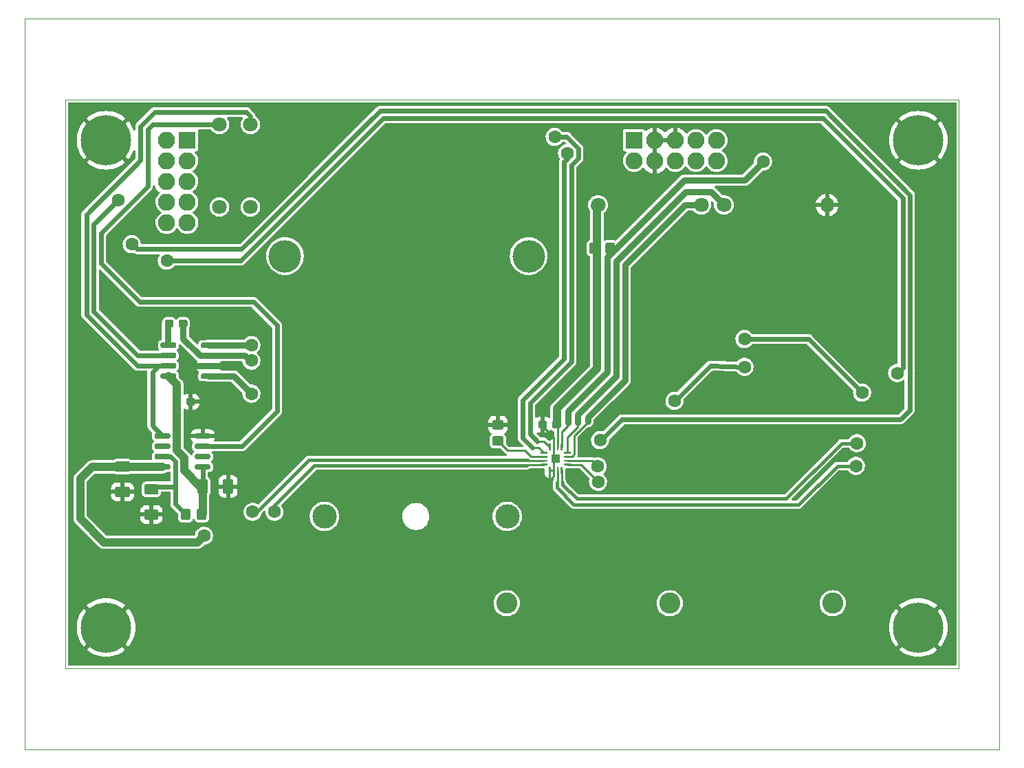
<source format=gbr>
%TF.GenerationSoftware,KiCad,Pcbnew,6.0.6*%
%TF.CreationDate,2023-02-28T14:47:04+01:00*%
%TF.ProjectId,power-dcdc,706f7765-722d-4646-9364-632e6b696361,rev?*%
%TF.SameCoordinates,Original*%
%TF.FileFunction,Copper,L1,Top*%
%TF.FilePolarity,Positive*%
%FSLAX46Y46*%
G04 Gerber Fmt 4.6, Leading zero omitted, Abs format (unit mm)*
G04 Created by KiCad (PCBNEW 6.0.6) date 2023-02-28 14:47:04*
%MOMM*%
%LPD*%
G01*
G04 APERTURE LIST*
%TA.AperFunction,Profile*%
%ADD10C,0.100000*%
%TD*%
%TA.AperFunction,ComponentPad*%
%ADD11C,6.200000*%
%TD*%
%TA.AperFunction,ComponentPad*%
%ADD12R,2.600000X2.600000*%
%TD*%
%TA.AperFunction,ComponentPad*%
%ADD13C,2.600000*%
%TD*%
%TA.AperFunction,ComponentPad*%
%ADD14C,3.000000*%
%TD*%
%TA.AperFunction,ComponentPad*%
%ADD15R,2.100000X2.100000*%
%TD*%
%TA.AperFunction,ComponentPad*%
%ADD16O,2.100000X2.100000*%
%TD*%
%TA.AperFunction,ComponentPad*%
%ADD17C,1.800000*%
%TD*%
%TA.AperFunction,ComponentPad*%
%ADD18O,1.800000X1.800000*%
%TD*%
%TA.AperFunction,SMDPad,CuDef*%
%ADD19R,1.100000X1.100000*%
%TD*%
%TA.AperFunction,ComponentPad*%
%ADD20C,4.000000*%
%TD*%
%TA.AperFunction,ViaPad*%
%ADD21C,1.600000*%
%TD*%
%TA.AperFunction,Conductor*%
%ADD22C,0.800000*%
%TD*%
%TA.AperFunction,Conductor*%
%ADD23C,0.250000*%
%TD*%
%TA.AperFunction,Conductor*%
%ADD24C,1.000000*%
%TD*%
%TA.AperFunction,Conductor*%
%ADD25C,0.600000*%
%TD*%
%TA.AperFunction,Conductor*%
%ADD26C,0.400000*%
%TD*%
G04 APERTURE END LIST*
D10*
X50000000Y-80000000D02*
X160000000Y-80000000D01*
X160000000Y-80000000D02*
X160000000Y-150000000D01*
X160000000Y-150000000D02*
X50000000Y-150000000D01*
X50000000Y-150000000D02*
X50000000Y-80000000D01*
X45000000Y-70000000D02*
X165000000Y-70000000D01*
X165000000Y-70000000D02*
X165000000Y-160000000D01*
X165000000Y-160000000D02*
X45000000Y-160000000D01*
X45000000Y-160000000D02*
X45000000Y-70000000D01*
%TO.P,R4,1*%
%TO.N,GND*%
%TA.AperFunction,SMDPad,CuDef*%
G36*
G01*
X61204000Y-131740000D02*
X59954000Y-131740000D01*
G75*
G02*
X59704000Y-131490000I0J250000D01*
G01*
X59704000Y-130690000D01*
G75*
G02*
X59954000Y-130440000I250000J0D01*
G01*
X61204000Y-130440000D01*
G75*
G02*
X61454000Y-130690000I0J-250000D01*
G01*
X61454000Y-131490000D01*
G75*
G02*
X61204000Y-131740000I-250000J0D01*
G01*
G37*
%TD.AperFunction*%
%TO.P,R4,2*%
%TO.N,Net-(R4-Pad2)*%
%TA.AperFunction,SMDPad,CuDef*%
G36*
G01*
X61204000Y-128640000D02*
X59954000Y-128640000D01*
G75*
G02*
X59704000Y-128390000I0J250000D01*
G01*
X59704000Y-127590000D01*
G75*
G02*
X59954000Y-127340000I250000J0D01*
G01*
X61204000Y-127340000D01*
G75*
G02*
X61454000Y-127590000I0J-250000D01*
G01*
X61454000Y-128390000D01*
G75*
G02*
X61204000Y-128640000I-250000J0D01*
G01*
G37*
%TD.AperFunction*%
%TD*%
%TO.P,C9,1*%
%TO.N,GND*%
%TA.AperFunction,SMDPad,CuDef*%
G36*
G01*
X70678000Y-126985000D02*
X70678000Y-128285000D01*
G75*
G02*
X70428000Y-128535000I-250000J0D01*
G01*
X69603000Y-128535000D01*
G75*
G02*
X69353000Y-128285000I0J250000D01*
G01*
X69353000Y-126985000D01*
G75*
G02*
X69603000Y-126735000I250000J0D01*
G01*
X70428000Y-126735000D01*
G75*
G02*
X70678000Y-126985000I0J-250000D01*
G01*
G37*
%TD.AperFunction*%
%TO.P,C9,2*%
%TO.N,/+7V*%
%TA.AperFunction,SMDPad,CuDef*%
G36*
G01*
X67553000Y-126985000D02*
X67553000Y-128285000D01*
G75*
G02*
X67303000Y-128535000I-250000J0D01*
G01*
X66478000Y-128535000D01*
G75*
G02*
X66228000Y-128285000I0J250000D01*
G01*
X66228000Y-126985000D01*
G75*
G02*
X66478000Y-126735000I250000J0D01*
G01*
X67303000Y-126735000D01*
G75*
G02*
X67553000Y-126985000I0J-250000D01*
G01*
G37*
%TD.AperFunction*%
%TD*%
D11*
%TO.P,H1,1,1*%
%TO.N,GND*%
X55000000Y-85000000D03*
%TD*%
%TO.P,U2,1,BST*%
%TO.N,Net-(C10-Pad2)*%
%TA.AperFunction,SMDPad,CuDef*%
G36*
G01*
X61701000Y-110386000D02*
X61701000Y-110086000D01*
G75*
G02*
X61851000Y-109936000I150000J0D01*
G01*
X63501000Y-109936000D01*
G75*
G02*
X63651000Y-110086000I0J-150000D01*
G01*
X63651000Y-110386000D01*
G75*
G02*
X63501000Y-110536000I-150000J0D01*
G01*
X61851000Y-110536000D01*
G75*
G02*
X61701000Y-110386000I0J150000D01*
G01*
G37*
%TD.AperFunction*%
%TO.P,U2,2,PWM*%
%TO.N,/PWM*%
%TA.AperFunction,SMDPad,CuDef*%
G36*
G01*
X61701000Y-111656000D02*
X61701000Y-111356000D01*
G75*
G02*
X61851000Y-111206000I150000J0D01*
G01*
X63501000Y-111206000D01*
G75*
G02*
X63651000Y-111356000I0J-150000D01*
G01*
X63651000Y-111656000D01*
G75*
G02*
X63501000Y-111806000I-150000J0D01*
G01*
X61851000Y-111806000D01*
G75*
G02*
X61701000Y-111656000I0J150000D01*
G01*
G37*
%TD.AperFunction*%
%TO.P,U2,3,EN*%
%TO.N,/PWM_OK*%
%TA.AperFunction,SMDPad,CuDef*%
G36*
G01*
X61701000Y-112926000D02*
X61701000Y-112626000D01*
G75*
G02*
X61851000Y-112476000I150000J0D01*
G01*
X63501000Y-112476000D01*
G75*
G02*
X63651000Y-112626000I0J-150000D01*
G01*
X63651000Y-112926000D01*
G75*
G02*
X63501000Y-113076000I-150000J0D01*
G01*
X61851000Y-113076000D01*
G75*
G02*
X61701000Y-112926000I0J150000D01*
G01*
G37*
%TD.AperFunction*%
%TO.P,U2,4,VCC*%
%TO.N,/+7V*%
%TA.AperFunction,SMDPad,CuDef*%
G36*
G01*
X61701000Y-114196000D02*
X61701000Y-113896000D01*
G75*
G02*
X61851000Y-113746000I150000J0D01*
G01*
X63501000Y-113746000D01*
G75*
G02*
X63651000Y-113896000I0J-150000D01*
G01*
X63651000Y-114196000D01*
G75*
G02*
X63501000Y-114346000I-150000J0D01*
G01*
X61851000Y-114346000D01*
G75*
G02*
X61701000Y-114196000I0J150000D01*
G01*
G37*
%TD.AperFunction*%
%TO.P,U2,5,DRVL*%
%TO.N,Net-(Q2-Pad4)*%
%TA.AperFunction,SMDPad,CuDef*%
G36*
G01*
X66651000Y-114196000D02*
X66651000Y-113896000D01*
G75*
G02*
X66801000Y-113746000I150000J0D01*
G01*
X68451000Y-113746000D01*
G75*
G02*
X68601000Y-113896000I0J-150000D01*
G01*
X68601000Y-114196000D01*
G75*
G02*
X68451000Y-114346000I-150000J0D01*
G01*
X66801000Y-114346000D01*
G75*
G02*
X66651000Y-114196000I0J150000D01*
G01*
G37*
%TD.AperFunction*%
%TO.P,U2,6,GND*%
%TO.N,GND*%
%TA.AperFunction,SMDPad,CuDef*%
G36*
G01*
X66651000Y-112926000D02*
X66651000Y-112626000D01*
G75*
G02*
X66801000Y-112476000I150000J0D01*
G01*
X68451000Y-112476000D01*
G75*
G02*
X68601000Y-112626000I0J-150000D01*
G01*
X68601000Y-112926000D01*
G75*
G02*
X68451000Y-113076000I-150000J0D01*
G01*
X66801000Y-113076000D01*
G75*
G02*
X66651000Y-112926000I0J150000D01*
G01*
G37*
%TD.AperFunction*%
%TO.P,U2,7,SW*%
%TO.N,Net-(C10-Pad1)*%
%TA.AperFunction,SMDPad,CuDef*%
G36*
G01*
X66651000Y-111656000D02*
X66651000Y-111356000D01*
G75*
G02*
X66801000Y-111206000I150000J0D01*
G01*
X68451000Y-111206000D01*
G75*
G02*
X68601000Y-111356000I0J-150000D01*
G01*
X68601000Y-111656000D01*
G75*
G02*
X68451000Y-111806000I-150000J0D01*
G01*
X66801000Y-111806000D01*
G75*
G02*
X66651000Y-111656000I0J150000D01*
G01*
G37*
%TD.AperFunction*%
%TO.P,U2,8,DRVH*%
%TO.N,Net-(Q1-Pad4)*%
%TA.AperFunction,SMDPad,CuDef*%
G36*
G01*
X66651000Y-110386000D02*
X66651000Y-110086000D01*
G75*
G02*
X66801000Y-109936000I150000J0D01*
G01*
X68451000Y-109936000D01*
G75*
G02*
X68601000Y-110086000I0J-150000D01*
G01*
X68601000Y-110386000D01*
G75*
G02*
X68451000Y-110536000I-150000J0D01*
G01*
X66801000Y-110536000D01*
G75*
G02*
X66651000Y-110386000I0J150000D01*
G01*
G37*
%TD.AperFunction*%
%TD*%
%TO.P,C8,1*%
%TO.N,GND*%
%TA.AperFunction,SMDPad,CuDef*%
G36*
G01*
X65966800Y-116958100D02*
X65966800Y-117433100D01*
G75*
G02*
X65729300Y-117670600I-237500J0D01*
G01*
X65129300Y-117670600D01*
G75*
G02*
X64891800Y-117433100I0J237500D01*
G01*
X64891800Y-116958100D01*
G75*
G02*
X65129300Y-116720600I237500J0D01*
G01*
X65729300Y-116720600D01*
G75*
G02*
X65966800Y-116958100I0J-237500D01*
G01*
G37*
%TD.AperFunction*%
%TO.P,C8,2*%
%TO.N,/+7V*%
%TA.AperFunction,SMDPad,CuDef*%
G36*
G01*
X64241800Y-116958100D02*
X64241800Y-117433100D01*
G75*
G02*
X64004300Y-117670600I-237500J0D01*
G01*
X63404300Y-117670600D01*
G75*
G02*
X63166800Y-117433100I0J237500D01*
G01*
X63166800Y-116958100D01*
G75*
G02*
X63404300Y-116720600I237500J0D01*
G01*
X64004300Y-116720600D01*
G75*
G02*
X64241800Y-116958100I0J-237500D01*
G01*
G37*
%TD.AperFunction*%
%TD*%
D12*
%TO.P,J4,1,Pin_1*%
%TO.N,GND*%
X114874000Y-142014000D03*
D13*
%TO.P,J4,2,Pin_2*%
%TO.N,Net-(C15-Pad1)*%
X124394000Y-142014000D03*
%TD*%
D14*
%TO.P,F1,1*%
%TO.N,Net-(F1-Pad1)*%
X104394000Y-131318000D03*
%TO.P,F1,2*%
%TO.N,Net-(C1-Pad3)*%
X81894000Y-131318000D03*
%TD*%
D15*
%TO.P,J2,1,Pin_1*%
%TO.N,+5V*%
X120000000Y-85000000D03*
D16*
%TO.P,J2,2,Pin_2*%
%TO.N,/TH*%
X120000000Y-87540000D03*
%TO.P,J2,3,Pin_3*%
%TO.N,GND*%
X122540000Y-85000000D03*
%TO.P,J2,4,Pin_4*%
X122540000Y-87540000D03*
%TO.P,J2,5,Pin_5*%
X125080000Y-85000000D03*
%TO.P,J2,6,Pin_6*%
%TO.N,/AL2*%
X125080000Y-87540000D03*
%TO.P,J2,7,Pin_7*%
%TO.N,/SDA*%
X127620000Y-85000000D03*
%TO.P,J2,8,Pin_8*%
%TO.N,/~{PAC_DOWN}*%
X127620000Y-87540000D03*
%TO.P,J2,9,Pin_9*%
%TO.N,/SCL*%
X130160000Y-85000000D03*
%TO.P,J2,10,Pin_10*%
%TO.N,/AL1*%
X130160000Y-87540000D03*
%TD*%
D11*
%TO.P,H4,1,1*%
%TO.N,GND*%
X155000000Y-145000000D03*
%TD*%
D17*
%TO.P,R11,1*%
%TO.N,/~{PAC_DOWN}*%
X131064000Y-92964000D03*
D18*
%TO.P,R11,2*%
%TO.N,GND*%
X143764000Y-92964000D03*
%TD*%
%TO.P,C2,1*%
%TO.N,GND*%
%TA.AperFunction,SMDPad,CuDef*%
G36*
G01*
X57673000Y-128971000D02*
X56373000Y-128971000D01*
G75*
G02*
X56123000Y-128721000I0J250000D01*
G01*
X56123000Y-127896000D01*
G75*
G02*
X56373000Y-127646000I250000J0D01*
G01*
X57673000Y-127646000D01*
G75*
G02*
X57923000Y-127896000I0J-250000D01*
G01*
X57923000Y-128721000D01*
G75*
G02*
X57673000Y-128971000I-250000J0D01*
G01*
G37*
%TD.AperFunction*%
%TO.P,C2,2*%
%TO.N,/SOLAR_PWR*%
%TA.AperFunction,SMDPad,CuDef*%
G36*
G01*
X57673000Y-125846000D02*
X56373000Y-125846000D01*
G75*
G02*
X56123000Y-125596000I0J250000D01*
G01*
X56123000Y-124771000D01*
G75*
G02*
X56373000Y-124521000I250000J0D01*
G01*
X57673000Y-124521000D01*
G75*
G02*
X57923000Y-124771000I0J-250000D01*
G01*
X57923000Y-125596000D01*
G75*
G02*
X57673000Y-125846000I-250000J0D01*
G01*
G37*
%TD.AperFunction*%
%TD*%
D12*
%TO.P,J5,1,Pin_1*%
%TO.N,GND*%
X134940000Y-142014000D03*
D13*
%TO.P,J5,2,Pin_2*%
%TO.N,Net-(C16-Pad1)*%
X144460000Y-142014000D03*
%TD*%
%TO.P,U3,1,Slow/Alert1*%
%TO.N,/AL1*%
%TA.AperFunction,SMDPad,CuDef*%
G36*
G01*
X111050500Y-122331000D02*
X111175500Y-122331000D01*
G75*
G02*
X111238000Y-122393500I0J-62500D01*
G01*
X111238000Y-123143500D01*
G75*
G02*
X111175500Y-123206000I-62500J0D01*
G01*
X111050500Y-123206000D01*
G75*
G02*
X110988000Y-123143500I0J62500D01*
G01*
X110988000Y-122393500D01*
G75*
G02*
X111050500Y-122331000I62500J0D01*
G01*
G37*
%TD.AperFunction*%
%TO.P,U3,2,VDD*%
%TO.N,+5V*%
%TA.AperFunction,SMDPad,CuDef*%
G36*
G01*
X110550500Y-122331000D02*
X110675500Y-122331000D01*
G75*
G02*
X110738000Y-122393500I0J-62500D01*
G01*
X110738000Y-123143500D01*
G75*
G02*
X110675500Y-123206000I-62500J0D01*
G01*
X110550500Y-123206000D01*
G75*
G02*
X110488000Y-123143500I0J62500D01*
G01*
X110488000Y-122393500D01*
G75*
G02*
X110550500Y-122331000I62500J0D01*
G01*
G37*
%TD.AperFunction*%
%TO.P,U3,3,GND*%
%TO.N,GND*%
%TA.AperFunction,SMDPad,CuDef*%
G36*
G01*
X110050500Y-122331000D02*
X110175500Y-122331000D01*
G75*
G02*
X110238000Y-122393500I0J-62500D01*
G01*
X110238000Y-123143500D01*
G75*
G02*
X110175500Y-123206000I-62500J0D01*
G01*
X110050500Y-123206000D01*
G75*
G02*
X109988000Y-123143500I0J62500D01*
G01*
X109988000Y-122393500D01*
G75*
G02*
X110050500Y-122331000I62500J0D01*
G01*
G37*
%TD.AperFunction*%
%TO.P,U3,4,SCL*%
%TO.N,/SCL*%
%TA.AperFunction,SMDPad,CuDef*%
G36*
G01*
X109550500Y-122331000D02*
X109675500Y-122331000D01*
G75*
G02*
X109738000Y-122393500I0J-62500D01*
G01*
X109738000Y-123143500D01*
G75*
G02*
X109675500Y-123206000I-62500J0D01*
G01*
X109550500Y-123206000D01*
G75*
G02*
X109488000Y-123143500I0J62500D01*
G01*
X109488000Y-122393500D01*
G75*
G02*
X109550500Y-122331000I62500J0D01*
G01*
G37*
%TD.AperFunction*%
%TO.P,U3,5,SDA*%
%TO.N,/SDA*%
%TA.AperFunction,SMDPad,CuDef*%
G36*
G01*
X108550500Y-123331000D02*
X109300500Y-123331000D01*
G75*
G02*
X109363000Y-123393500I0J-62500D01*
G01*
X109363000Y-123518500D01*
G75*
G02*
X109300500Y-123581000I-62500J0D01*
G01*
X108550500Y-123581000D01*
G75*
G02*
X108488000Y-123518500I0J62500D01*
G01*
X108488000Y-123393500D01*
G75*
G02*
X108550500Y-123331000I62500J0D01*
G01*
G37*
%TD.AperFunction*%
%TO.P,U3,6,ADDRSEL*%
%TO.N,Net-(R8-Pad1)*%
%TA.AperFunction,SMDPad,CuDef*%
G36*
G01*
X108550500Y-123831000D02*
X109300500Y-123831000D01*
G75*
G02*
X109363000Y-123893500I0J-62500D01*
G01*
X109363000Y-124018500D01*
G75*
G02*
X109300500Y-124081000I-62500J0D01*
G01*
X108550500Y-124081000D01*
G75*
G02*
X108488000Y-124018500I0J62500D01*
G01*
X108488000Y-123893500D01*
G75*
G02*
X108550500Y-123831000I62500J0D01*
G01*
G37*
%TD.AperFunction*%
%TO.P,U3,7,SENSE3-*%
%TO.N,Net-(F2-Pad1)*%
%TA.AperFunction,SMDPad,CuDef*%
G36*
G01*
X108550500Y-124331000D02*
X109300500Y-124331000D01*
G75*
G02*
X109363000Y-124393500I0J-62500D01*
G01*
X109363000Y-124518500D01*
G75*
G02*
X109300500Y-124581000I-62500J0D01*
G01*
X108550500Y-124581000D01*
G75*
G02*
X108488000Y-124518500I0J62500D01*
G01*
X108488000Y-124393500D01*
G75*
G02*
X108550500Y-124331000I62500J0D01*
G01*
G37*
%TD.AperFunction*%
%TO.P,U3,8,SENSE3+*%
%TO.N,Net-(F3-Pad1)*%
%TA.AperFunction,SMDPad,CuDef*%
G36*
G01*
X108550500Y-124831000D02*
X109300500Y-124831000D01*
G75*
G02*
X109363000Y-124893500I0J-62500D01*
G01*
X109363000Y-125018500D01*
G75*
G02*
X109300500Y-125081000I-62500J0D01*
G01*
X108550500Y-125081000D01*
G75*
G02*
X108488000Y-125018500I0J62500D01*
G01*
X108488000Y-124893500D01*
G75*
G02*
X108550500Y-124831000I62500J0D01*
G01*
G37*
%TD.AperFunction*%
%TO.P,U3,9,SENSE4-*%
%TO.N,GND*%
%TA.AperFunction,SMDPad,CuDef*%
G36*
G01*
X109550500Y-125206000D02*
X109675500Y-125206000D01*
G75*
G02*
X109738000Y-125268500I0J-62500D01*
G01*
X109738000Y-126018500D01*
G75*
G02*
X109675500Y-126081000I-62500J0D01*
G01*
X109550500Y-126081000D01*
G75*
G02*
X109488000Y-126018500I0J62500D01*
G01*
X109488000Y-125268500D01*
G75*
G02*
X109550500Y-125206000I62500J0D01*
G01*
G37*
%TD.AperFunction*%
%TO.P,U3,10,SENSE4+*%
%TA.AperFunction,SMDPad,CuDef*%
G36*
G01*
X110050500Y-125206000D02*
X110175500Y-125206000D01*
G75*
G02*
X110238000Y-125268500I0J-62500D01*
G01*
X110238000Y-126018500D01*
G75*
G02*
X110175500Y-126081000I-62500J0D01*
G01*
X110050500Y-126081000D01*
G75*
G02*
X109988000Y-126018500I0J62500D01*
G01*
X109988000Y-125268500D01*
G75*
G02*
X110050500Y-125206000I62500J0D01*
G01*
G37*
%TD.AperFunction*%
%TO.P,U3,11,SENSE1+*%
%TO.N,Net-(F7-Pad2)*%
%TA.AperFunction,SMDPad,CuDef*%
G36*
G01*
X110550500Y-125206000D02*
X110675500Y-125206000D01*
G75*
G02*
X110738000Y-125268500I0J-62500D01*
G01*
X110738000Y-126018500D01*
G75*
G02*
X110675500Y-126081000I-62500J0D01*
G01*
X110550500Y-126081000D01*
G75*
G02*
X110488000Y-126018500I0J62500D01*
G01*
X110488000Y-125268500D01*
G75*
G02*
X110550500Y-125206000I62500J0D01*
G01*
G37*
%TD.AperFunction*%
%TO.P,U3,12,SENSE1-*%
%TO.N,Net-(F6-Pad2)*%
%TA.AperFunction,SMDPad,CuDef*%
G36*
G01*
X111050500Y-125206000D02*
X111175500Y-125206000D01*
G75*
G02*
X111238000Y-125268500I0J-62500D01*
G01*
X111238000Y-126018500D01*
G75*
G02*
X111175500Y-126081000I-62500J0D01*
G01*
X111050500Y-126081000D01*
G75*
G02*
X110988000Y-126018500I0J62500D01*
G01*
X110988000Y-125268500D01*
G75*
G02*
X111050500Y-125206000I62500J0D01*
G01*
G37*
%TD.AperFunction*%
%TO.P,U3,13,SENSE2+*%
%TO.N,Net-(F5-Pad2)*%
%TA.AperFunction,SMDPad,CuDef*%
G36*
G01*
X111425500Y-124831000D02*
X112175500Y-124831000D01*
G75*
G02*
X112238000Y-124893500I0J-62500D01*
G01*
X112238000Y-125018500D01*
G75*
G02*
X112175500Y-125081000I-62500J0D01*
G01*
X111425500Y-125081000D01*
G75*
G02*
X111363000Y-125018500I0J62500D01*
G01*
X111363000Y-124893500D01*
G75*
G02*
X111425500Y-124831000I62500J0D01*
G01*
G37*
%TD.AperFunction*%
%TO.P,U3,14,SENSE2-*%
%TO.N,Net-(F4-Pad2)*%
%TA.AperFunction,SMDPad,CuDef*%
G36*
G01*
X111425500Y-124331000D02*
X112175500Y-124331000D01*
G75*
G02*
X112238000Y-124393500I0J-62500D01*
G01*
X112238000Y-124518500D01*
G75*
G02*
X112175500Y-124581000I-62500J0D01*
G01*
X111425500Y-124581000D01*
G75*
G02*
X111363000Y-124518500I0J62500D01*
G01*
X111363000Y-124393500D01*
G75*
G02*
X111425500Y-124331000I62500J0D01*
G01*
G37*
%TD.AperFunction*%
%TO.P,U3,15,GPIO/Alert2*%
%TO.N,/AL2*%
%TA.AperFunction,SMDPad,CuDef*%
G36*
G01*
X111425500Y-123831000D02*
X112175500Y-123831000D01*
G75*
G02*
X112238000Y-123893500I0J-62500D01*
G01*
X112238000Y-124018500D01*
G75*
G02*
X112175500Y-124081000I-62500J0D01*
G01*
X111425500Y-124081000D01*
G75*
G02*
X111363000Y-124018500I0J62500D01*
G01*
X111363000Y-123893500D01*
G75*
G02*
X111425500Y-123831000I62500J0D01*
G01*
G37*
%TD.AperFunction*%
%TO.P,U3,16,/PWRDN*%
%TO.N,/~{PAC_DOWN}*%
%TA.AperFunction,SMDPad,CuDef*%
G36*
G01*
X111425500Y-123331000D02*
X112175500Y-123331000D01*
G75*
G02*
X112238000Y-123393500I0J-62500D01*
G01*
X112238000Y-123518500D01*
G75*
G02*
X112175500Y-123581000I-62500J0D01*
G01*
X111425500Y-123581000D01*
G75*
G02*
X111363000Y-123518500I0J62500D01*
G01*
X111363000Y-123393500D01*
G75*
G02*
X111425500Y-123331000I62500J0D01*
G01*
G37*
%TD.AperFunction*%
D19*
%TO.P,U3,17,EP*%
%TO.N,GND*%
X110363000Y-124206000D03*
%TD*%
%TO.P,R6,1*%
%TO.N,Net-(R4-Pad2)*%
%TA.AperFunction,SMDPad,CuDef*%
G36*
G01*
X64186000Y-131514000D02*
X64186000Y-130614000D01*
G75*
G02*
X64436000Y-130364000I250000J0D01*
G01*
X65136000Y-130364000D01*
G75*
G02*
X65386000Y-130614000I0J-250000D01*
G01*
X65386000Y-131514000D01*
G75*
G02*
X65136000Y-131764000I-250000J0D01*
G01*
X64436000Y-131764000D01*
G75*
G02*
X64186000Y-131514000I0J250000D01*
G01*
G37*
%TD.AperFunction*%
%TO.P,R6,2*%
%TO.N,/+7V*%
%TA.AperFunction,SMDPad,CuDef*%
G36*
G01*
X66186000Y-131514000D02*
X66186000Y-130614000D01*
G75*
G02*
X66436000Y-130364000I250000J0D01*
G01*
X67136000Y-130364000D01*
G75*
G02*
X67386000Y-130614000I0J-250000D01*
G01*
X67386000Y-131514000D01*
G75*
G02*
X67136000Y-131764000I-250000J0D01*
G01*
X66436000Y-131764000D01*
G75*
G02*
X66186000Y-131514000I0J250000D01*
G01*
G37*
%TD.AperFunction*%
%TD*%
D20*
%TO.P,L1,1*%
%TO.N,Net-(C10-Pad1)*%
X77028000Y-99270000D03*
%TO.P,L1,2*%
%TO.N,Net-(C11-Pad1)*%
X107028000Y-99270000D03*
%TD*%
D15*
%TO.P,J3,1,Pin_1*%
%TO.N,/PWM_OK*%
X65000000Y-85000000D03*
D16*
%TO.P,J3,2,Pin_2*%
%TO.N,/PWM_OFF*%
X62460000Y-85000000D03*
%TO.P,J3,3,Pin_3*%
%TO.N,PWM_V*%
X65000000Y-87540000D03*
%TO.P,J3,4,Pin_4*%
%TO.N,/PWM*%
X62460000Y-87540000D03*
%TO.P,J3,5,Pin_5*%
%TO.N,+5V*%
X65000000Y-90080000D03*
%TO.P,J3,6,Pin_6*%
%TO.N,GND*%
X62460000Y-90080000D03*
%TO.P,J3,7,Pin_7*%
%TO.N,/Solar_V*%
X65000000Y-92620000D03*
%TO.P,J3,8,Pin_8*%
%TO.N,BATT2_ON*%
X62460000Y-92620000D03*
%TO.P,J3,9,Pin_9*%
%TO.N,/SOLAR_PWR*%
X65000000Y-95160000D03*
%TO.P,J3,10,Pin_10*%
%TO.N,BATT1_ON*%
X62460000Y-95160000D03*
%TD*%
D11*
%TO.P,H2,1,1*%
%TO.N,GND*%
X155000000Y-85000000D03*
%TD*%
%TO.P,C7,1*%
%TO.N,GND*%
%TA.AperFunction,SMDPad,CuDef*%
G36*
G01*
X108201000Y-120252500D02*
X108201000Y-119777500D01*
G75*
G02*
X108438500Y-119540000I237500J0D01*
G01*
X109038500Y-119540000D01*
G75*
G02*
X109276000Y-119777500I0J-237500D01*
G01*
X109276000Y-120252500D01*
G75*
G02*
X109038500Y-120490000I-237500J0D01*
G01*
X108438500Y-120490000D01*
G75*
G02*
X108201000Y-120252500I0J237500D01*
G01*
G37*
%TD.AperFunction*%
%TO.P,C7,2*%
%TO.N,+5V*%
%TA.AperFunction,SMDPad,CuDef*%
G36*
G01*
X109926000Y-120252500D02*
X109926000Y-119777500D01*
G75*
G02*
X110163500Y-119540000I237500J0D01*
G01*
X110763500Y-119540000D01*
G75*
G02*
X111001000Y-119777500I0J-237500D01*
G01*
X111001000Y-120252500D01*
G75*
G02*
X110763500Y-120490000I-237500J0D01*
G01*
X110163500Y-120490000D01*
G75*
G02*
X109926000Y-120252500I0J237500D01*
G01*
G37*
%TD.AperFunction*%
%TD*%
%TO.P,C10,1*%
%TO.N,Net-(C10-Pad1)*%
%TA.AperFunction,SMDPad,CuDef*%
G36*
G01*
X65027000Y-107331500D02*
X65027000Y-107806500D01*
G75*
G02*
X64789500Y-108044000I-237500J0D01*
G01*
X64189500Y-108044000D01*
G75*
G02*
X63952000Y-107806500I0J237500D01*
G01*
X63952000Y-107331500D01*
G75*
G02*
X64189500Y-107094000I237500J0D01*
G01*
X64789500Y-107094000D01*
G75*
G02*
X65027000Y-107331500I0J-237500D01*
G01*
G37*
%TD.AperFunction*%
%TO.P,C10,2*%
%TO.N,Net-(C10-Pad2)*%
%TA.AperFunction,SMDPad,CuDef*%
G36*
G01*
X63302000Y-107331500D02*
X63302000Y-107806500D01*
G75*
G02*
X63064500Y-108044000I-237500J0D01*
G01*
X62464500Y-108044000D01*
G75*
G02*
X62227000Y-107806500I0J237500D01*
G01*
X62227000Y-107331500D01*
G75*
G02*
X62464500Y-107094000I237500J0D01*
G01*
X63064500Y-107094000D01*
G75*
G02*
X63302000Y-107331500I0J-237500D01*
G01*
G37*
%TD.AperFunction*%
%TD*%
D17*
%TO.P,R12,1*%
%TO.N,/AL2*%
X128270000Y-92964000D03*
%TO.P,R12,2*%
%TO.N,+5V*%
X115570000Y-92964000D03*
%TD*%
D12*
%TO.P,J1,1,Pin_1*%
%TO.N,GND*%
X94808000Y-142014000D03*
D13*
%TO.P,J1,2,Pin_2*%
%TO.N,Net-(F1-Pad1)*%
X104328000Y-142014000D03*
%TD*%
D17*
%TO.P,R1,1*%
%TO.N,/PWM_OK*%
X72771000Y-83058000D03*
%TO.P,R1,2*%
%TO.N,+5V*%
X72771000Y-93218000D03*
%TD*%
%TO.P,R9,1*%
%TO.N,/AL1*%
%TA.AperFunction,SMDPad,CuDef*%
G36*
G01*
X117678000Y-97848000D02*
X117678000Y-98748000D01*
G75*
G02*
X117428000Y-98998000I-250000J0D01*
G01*
X116728000Y-98998000D01*
G75*
G02*
X116478000Y-98748000I0J250000D01*
G01*
X116478000Y-97848000D01*
G75*
G02*
X116728000Y-97598000I250000J0D01*
G01*
X117428000Y-97598000D01*
G75*
G02*
X117678000Y-97848000I0J-250000D01*
G01*
G37*
%TD.AperFunction*%
%TO.P,R9,2*%
%TO.N,+5V*%
%TA.AperFunction,SMDPad,CuDef*%
G36*
G01*
X115678000Y-97848000D02*
X115678000Y-98748000D01*
G75*
G02*
X115428000Y-98998000I-250000J0D01*
G01*
X114728000Y-98998000D01*
G75*
G02*
X114478000Y-98748000I0J250000D01*
G01*
X114478000Y-97848000D01*
G75*
G02*
X114728000Y-97598000I250000J0D01*
G01*
X115428000Y-97598000D01*
G75*
G02*
X115678000Y-97848000I0J-250000D01*
G01*
G37*
%TD.AperFunction*%
%TD*%
%TO.P,U1,1,OUT*%
%TO.N,/+7V*%
%TA.AperFunction,SMDPad,CuDef*%
G36*
G01*
X67871000Y-125072000D02*
X67871000Y-125372000D01*
G75*
G02*
X67721000Y-125522000I-150000J0D01*
G01*
X66071000Y-125522000D01*
G75*
G02*
X65921000Y-125372000I0J150000D01*
G01*
X65921000Y-125072000D01*
G75*
G02*
X66071000Y-124922000I150000J0D01*
G01*
X67721000Y-124922000D01*
G75*
G02*
X67871000Y-125072000I0J-150000D01*
G01*
G37*
%TD.AperFunction*%
%TO.P,U1,2,Sense*%
%TO.N,unconnected-(U1-Pad2)*%
%TA.AperFunction,SMDPad,CuDef*%
G36*
G01*
X67871000Y-123802000D02*
X67871000Y-124102000D01*
G75*
G02*
X67721000Y-124252000I-150000J0D01*
G01*
X66071000Y-124252000D01*
G75*
G02*
X65921000Y-124102000I0J150000D01*
G01*
X65921000Y-123802000D01*
G75*
G02*
X66071000Y-123652000I150000J0D01*
G01*
X67721000Y-123652000D01*
G75*
G02*
X67871000Y-123802000I0J-150000D01*
G01*
G37*
%TD.AperFunction*%
%TO.P,U1,3,shutdown*%
%TO.N,/PWM_OFF*%
%TA.AperFunction,SMDPad,CuDef*%
G36*
G01*
X67871000Y-122532000D02*
X67871000Y-122832000D01*
G75*
G02*
X67721000Y-122982000I-150000J0D01*
G01*
X66071000Y-122982000D01*
G75*
G02*
X65921000Y-122832000I0J150000D01*
G01*
X65921000Y-122532000D01*
G75*
G02*
X66071000Y-122382000I150000J0D01*
G01*
X67721000Y-122382000D01*
G75*
G02*
X67871000Y-122532000I0J-150000D01*
G01*
G37*
%TD.AperFunction*%
%TO.P,U1,4,GND*%
%TO.N,GND*%
%TA.AperFunction,SMDPad,CuDef*%
G36*
G01*
X67871000Y-121262000D02*
X67871000Y-121562000D01*
G75*
G02*
X67721000Y-121712000I-150000J0D01*
G01*
X66071000Y-121712000D01*
G75*
G02*
X65921000Y-121562000I0J150000D01*
G01*
X65921000Y-121262000D01*
G75*
G02*
X66071000Y-121112000I150000J0D01*
G01*
X67721000Y-121112000D01*
G75*
G02*
X67871000Y-121262000I0J-150000D01*
G01*
G37*
%TD.AperFunction*%
%TO.P,U1,5,/Error*%
%TO.N,/PWM_OK*%
%TA.AperFunction,SMDPad,CuDef*%
G36*
G01*
X62921000Y-121262000D02*
X62921000Y-121562000D01*
G75*
G02*
X62771000Y-121712000I-150000J0D01*
G01*
X61121000Y-121712000D01*
G75*
G02*
X60971000Y-121562000I0J150000D01*
G01*
X60971000Y-121262000D01*
G75*
G02*
X61121000Y-121112000I150000J0D01*
G01*
X62771000Y-121112000D01*
G75*
G02*
X62921000Y-121262000I0J-150000D01*
G01*
G37*
%TD.AperFunction*%
%TO.P,U1,6,Vtap*%
%TO.N,unconnected-(U1-Pad6)*%
%TA.AperFunction,SMDPad,CuDef*%
G36*
G01*
X62921000Y-122532000D02*
X62921000Y-122832000D01*
G75*
G02*
X62771000Y-122982000I-150000J0D01*
G01*
X61121000Y-122982000D01*
G75*
G02*
X60971000Y-122832000I0J150000D01*
G01*
X60971000Y-122532000D01*
G75*
G02*
X61121000Y-122382000I150000J0D01*
G01*
X62771000Y-122382000D01*
G75*
G02*
X62921000Y-122532000I0J-150000D01*
G01*
G37*
%TD.AperFunction*%
%TO.P,U1,7,feedback*%
%TO.N,Net-(R4-Pad2)*%
%TA.AperFunction,SMDPad,CuDef*%
G36*
G01*
X62921000Y-123802000D02*
X62921000Y-124102000D01*
G75*
G02*
X62771000Y-124252000I-150000J0D01*
G01*
X61121000Y-124252000D01*
G75*
G02*
X60971000Y-124102000I0J150000D01*
G01*
X60971000Y-123802000D01*
G75*
G02*
X61121000Y-123652000I150000J0D01*
G01*
X62771000Y-123652000D01*
G75*
G02*
X62921000Y-123802000I0J-150000D01*
G01*
G37*
%TD.AperFunction*%
%TO.P,U1,8,In*%
%TO.N,/SOLAR_PWR*%
%TA.AperFunction,SMDPad,CuDef*%
G36*
G01*
X62921000Y-125072000D02*
X62921000Y-125372000D01*
G75*
G02*
X62771000Y-125522000I-150000J0D01*
G01*
X61121000Y-125522000D01*
G75*
G02*
X60971000Y-125372000I0J150000D01*
G01*
X60971000Y-125072000D01*
G75*
G02*
X61121000Y-124922000I150000J0D01*
G01*
X62771000Y-124922000D01*
G75*
G02*
X62921000Y-125072000I0J-150000D01*
G01*
G37*
%TD.AperFunction*%
%TD*%
%TO.P,R7,1*%
%TO.N,/PWM_OFF*%
X68961000Y-83058000D03*
%TO.P,R7,2*%
%TO.N,+5V*%
X68961000Y-93218000D03*
%TD*%
%TO.P,R8,1*%
%TO.N,Net-(R8-Pad1)*%
%TA.AperFunction,SMDPad,CuDef*%
G36*
G01*
X103701000Y-122631000D02*
X102801000Y-122631000D01*
G75*
G02*
X102551000Y-122381000I0J250000D01*
G01*
X102551000Y-121681000D01*
G75*
G02*
X102801000Y-121431000I250000J0D01*
G01*
X103701000Y-121431000D01*
G75*
G02*
X103951000Y-121681000I0J-250000D01*
G01*
X103951000Y-122381000D01*
G75*
G02*
X103701000Y-122631000I-250000J0D01*
G01*
G37*
%TD.AperFunction*%
%TO.P,R8,2*%
%TO.N,GND*%
%TA.AperFunction,SMDPad,CuDef*%
G36*
G01*
X103701000Y-120631000D02*
X102801000Y-120631000D01*
G75*
G02*
X102551000Y-120381000I0J250000D01*
G01*
X102551000Y-119681000D01*
G75*
G02*
X102801000Y-119431000I250000J0D01*
G01*
X103701000Y-119431000D01*
G75*
G02*
X103951000Y-119681000I0J-250000D01*
G01*
X103951000Y-120381000D01*
G75*
G02*
X103701000Y-120631000I-250000J0D01*
G01*
G37*
%TD.AperFunction*%
%TD*%
D11*
%TO.P,H3,1,1*%
%TO.N,GND*%
X55000000Y-145000000D03*
%TD*%
D21*
%TO.N,GND*%
X53467000Y-121539000D03*
X53467000Y-128270000D03*
X59944000Y-101092000D03*
X150241000Y-134366000D03*
X108839000Y-117856000D03*
X109677200Y-134366000D03*
X68072000Y-102108000D03*
X86614000Y-146812000D03*
X114808000Y-84836000D03*
X131953000Y-134366000D03*
X72898000Y-118745000D03*
%TO.N,Net-(C10-Pad1)*%
X72898000Y-112136303D03*
%TO.N,/SOLAR_PWR*%
X67056000Y-133705600D03*
%TO.N,Net-(F2-Pad1)*%
X73050400Y-130759200D03*
%TO.N,/SCL*%
X110236000Y-84582000D03*
%TO.N,/SDA*%
X111760000Y-86614000D03*
%TO.N,Net-(F3-Pad1)*%
X75742800Y-130759200D03*
%TO.N,Net-(F4-Pad2)*%
X115520658Y-125151635D03*
%TO.N,Net-(F5-Pad2)*%
X115570000Y-127060500D03*
%TO.N,Net-(F6-Pad2)*%
X147447000Y-122301000D03*
%TO.N,Net-(F7-Pad2)*%
X147320000Y-125095000D03*
%TO.N,Net-(Q1-Pad4)*%
X72898000Y-110226800D03*
%TO.N,Net-(Q2-Pad4)*%
X72898000Y-116205000D03*
%TO.N,Net-(Q3-Pad4)*%
X124996000Y-117094000D03*
X133604000Y-112903000D03*
%TO.N,Net-(Q4-Pad4)*%
X133604000Y-109474000D03*
X148082000Y-116078000D03*
%TO.N,BATT2_ON*%
X58166000Y-97790000D03*
X115824000Y-121920000D03*
%TO.N,BATT1_ON*%
X152400000Y-113665000D03*
X62484000Y-99822000D03*
%TO.N,/AL1*%
X135890000Y-87630000D03*
%TO.N,/PWM*%
X56515000Y-92329000D03*
%TD*%
D22*
%TO.N,GND*%
X65481200Y-112776000D02*
X65430400Y-112826800D01*
X65430400Y-112826800D02*
X65430400Y-114960400D01*
X74676000Y-116967000D02*
X72898000Y-118745000D01*
D23*
X109677200Y-134366000D02*
X109613000Y-134301800D01*
D22*
X65430400Y-114960400D02*
X65786000Y-114960400D01*
X69570600Y-118745000D02*
X72898000Y-118745000D01*
D23*
X110113000Y-125643500D02*
X110113000Y-126361000D01*
D22*
X74676000Y-115847537D02*
X74676000Y-116967000D01*
X67626000Y-112776000D02*
X65481200Y-112776000D01*
D23*
X109613000Y-134301800D02*
X109613000Y-125643500D01*
D22*
X73321234Y-114695000D02*
X73523463Y-114695000D01*
D23*
X110113000Y-125643500D02*
X110113000Y-124456000D01*
X110113000Y-122768500D02*
X110113000Y-123956000D01*
D22*
X73523463Y-114695000D02*
X74676000Y-115847537D01*
X71402234Y-112776000D02*
X73321234Y-114695000D01*
X67626000Y-112776000D02*
X71402234Y-112776000D01*
D23*
X109613000Y-125643500D02*
X110113000Y-125643500D01*
X110113000Y-126361000D02*
X109728000Y-126746000D01*
D22*
X65786000Y-114960400D02*
X69570600Y-118745000D01*
D23*
X110113000Y-121564500D02*
X108563500Y-120015000D01*
X110113000Y-122768500D02*
X110113000Y-121564500D01*
D22*
%TO.N,Net-(C10-Pad1)*%
X72898000Y-112136303D02*
X72696893Y-112136303D01*
X67626000Y-111506000D02*
X66548000Y-111506000D01*
X66548000Y-111506000D02*
X64489500Y-109447500D01*
X72696893Y-112136303D02*
X72066590Y-111506000D01*
X72066590Y-111506000D02*
X67626000Y-111506000D01*
X64489500Y-109447500D02*
X64489500Y-107569000D01*
%TO.N,Net-(C10-Pad2)*%
X62589500Y-107569000D02*
X62589500Y-110149500D01*
D24*
%TO.N,+5V*%
X110490000Y-119866500D02*
X110490000Y-118049802D01*
D23*
X110613000Y-122768500D02*
X110613000Y-119781000D01*
D24*
X115443000Y-93345000D02*
X115189000Y-93091000D01*
X115443000Y-113096802D02*
X115443000Y-93345000D01*
X110490000Y-118049802D02*
X115443000Y-113096802D01*
%TO.N,/SOLAR_PWR*%
X67056000Y-133705600D02*
X66268600Y-134493000D01*
X53276500Y-125222000D02*
X61946000Y-125222000D01*
X51816000Y-126682500D02*
X53276500Y-125222000D01*
X66268600Y-134493000D02*
X54737000Y-134493000D01*
X54737000Y-134493000D02*
X51816000Y-131572000D01*
X51816000Y-131572000D02*
X51816000Y-126682500D01*
%TO.N,/+7V*%
X64641000Y-124077000D02*
X63731000Y-123167000D01*
X64641000Y-125651800D02*
X64641000Y-124077000D01*
X63731000Y-115101000D02*
X62676000Y-114046000D01*
X66624200Y-127635000D02*
X64641000Y-125651800D01*
X66890500Y-130959500D02*
X66786000Y-131064000D01*
X63731000Y-123167000D02*
X63731000Y-115101000D01*
X66890500Y-127635000D02*
X66624200Y-127635000D01*
X66890500Y-127635000D02*
X66890500Y-130959500D01*
D25*
X66896000Y-125222000D02*
X66896000Y-127629500D01*
D23*
%TO.N,Net-(F2-Pad1)*%
X106934000Y-124456000D02*
X106896594Y-124418594D01*
D26*
X79985000Y-124358000D02*
X106882800Y-124358000D01*
X73583800Y-130759200D02*
X79985000Y-124358000D01*
X73050400Y-130759200D02*
X73583800Y-130759200D01*
D23*
X106896594Y-124418594D02*
X106896594Y-124358000D01*
X108925500Y-124456000D02*
X106934000Y-124456000D01*
D26*
X106882800Y-124358000D02*
X106883200Y-124358400D01*
D25*
%TO.N,/SCL*%
X112289000Y-112263934D02*
X107209000Y-117343934D01*
X111722042Y-84582000D02*
X113170000Y-86029958D01*
X107209000Y-117343934D02*
X107209000Y-121179000D01*
D23*
X109613000Y-122768500D02*
X108891500Y-122047000D01*
D25*
X112289000Y-88079042D02*
X112289000Y-112263934D01*
X113170000Y-87198042D02*
X112289000Y-88079042D01*
X107209000Y-121179000D02*
X108077000Y-122047000D01*
X113170000Y-86029958D02*
X113170000Y-87198042D01*
X110236000Y-84582000D02*
X111722042Y-84582000D01*
D23*
X108891500Y-122047000D02*
X108077000Y-122047000D01*
D25*
%TO.N,/SDA*%
X111760000Y-86614000D02*
X111760000Y-87264538D01*
X106299000Y-116967000D02*
X106299000Y-121666000D01*
X106299000Y-121666000D02*
X107442000Y-122809000D01*
X111379000Y-87645538D02*
X111379000Y-111887000D01*
X111760000Y-87264538D02*
X111379000Y-87645538D01*
D23*
X108925500Y-123456000D02*
X108278500Y-122809000D01*
X108278500Y-122809000D02*
X107442000Y-122809000D01*
D25*
X111379000Y-111887000D02*
X106299000Y-116967000D01*
D26*
%TO.N,Net-(F3-Pad1)*%
X106781200Y-125068000D02*
X80662238Y-125068000D01*
D23*
X106844400Y-124956000D02*
X106844400Y-125004800D01*
X106844400Y-125004800D02*
X106781200Y-125068000D01*
D26*
X80662238Y-125068000D02*
X75742800Y-129987438D01*
D23*
X106781600Y-125018800D02*
X106844400Y-124956000D01*
D26*
X75742800Y-129987438D02*
X75742800Y-130759200D01*
D23*
X106844400Y-124956000D02*
X108925500Y-124956000D01*
%TO.N,Net-(F4-Pad2)*%
X111800500Y-124456000D02*
X114825023Y-124456000D01*
X114825023Y-124456000D02*
X115520658Y-125151635D01*
%TO.N,Net-(F5-Pad2)*%
X115570000Y-127060500D02*
X113465500Y-124956000D01*
X113465500Y-124956000D02*
X111800500Y-124956000D01*
D26*
%TO.N,Net-(F6-Pad2)*%
X111225000Y-127424432D02*
X111225000Y-127364432D01*
D23*
X111125000Y-125655500D02*
X111113000Y-125643500D01*
D26*
X138699000Y-129144000D02*
X112944568Y-129144000D01*
X147447000Y-122301000D02*
X145542000Y-122301000D01*
D23*
X111125000Y-127127000D02*
X111125000Y-125655500D01*
D26*
X112944568Y-129144000D02*
X111225000Y-127424432D01*
X111165000Y-127364432D02*
X111165000Y-127127000D01*
X145542000Y-122301000D02*
X138699000Y-129144000D01*
D23*
%TO.N,Net-(F7-Pad2)*%
X110613000Y-126865827D02*
X110590000Y-126888827D01*
X110590000Y-126888827D02*
X110590000Y-127254000D01*
D26*
X140275000Y-129854000D02*
X112582000Y-129854000D01*
X147320000Y-125095000D02*
X145034000Y-125095000D01*
X110514999Y-127786999D02*
X110514999Y-127128329D01*
X112582000Y-129854000D02*
X110514999Y-127786999D01*
X145034000Y-125095000D02*
X140275000Y-129854000D01*
D23*
X110613000Y-125643500D02*
X110613000Y-126865827D01*
D22*
%TO.N,Net-(Q1-Pad4)*%
X72847200Y-110236000D02*
X67626000Y-110236000D01*
D25*
X72898000Y-110226800D02*
X72856400Y-110226800D01*
X72856400Y-110226800D02*
X72847200Y-110236000D01*
D22*
%TO.N,Net-(Q2-Pad4)*%
X67626000Y-114046000D02*
X70739000Y-114046000D01*
X70739000Y-114046000D02*
X72898000Y-116205000D01*
D25*
%TO.N,Net-(Q3-Pad4)*%
X125055500Y-117094000D02*
X129373500Y-112776000D01*
X129373500Y-112776000D02*
X133604000Y-112903000D01*
X124996000Y-117094000D02*
X125055500Y-117094000D01*
%TO.N,Net-(Q4-Pad4)*%
X148082000Y-116078000D02*
X141478000Y-109474000D01*
X141478000Y-109474000D02*
X133604000Y-109474000D01*
%TO.N,BATT2_ON*%
X153984000Y-91737066D02*
X143632934Y-81386000D01*
X153984000Y-113367934D02*
X153984000Y-91737066D01*
X115984309Y-121920000D02*
X118524309Y-119380000D01*
X88727198Y-81386000D02*
X71701198Y-98412000D01*
X58788000Y-98412000D02*
X58166000Y-97790000D01*
X143632934Y-81386000D02*
X88727198Y-81386000D01*
X153924000Y-118237000D02*
X153924000Y-113427934D01*
X115824000Y-121920000D02*
X115984309Y-121920000D01*
X152781000Y-119380000D02*
X153924000Y-118237000D01*
X153924000Y-113427934D02*
X153984000Y-113367934D01*
X71701198Y-98412000D02*
X58788000Y-98412000D01*
X118524309Y-119380000D02*
X152781000Y-119380000D01*
%TO.N,BATT1_ON*%
X153074000Y-92114000D02*
X153074000Y-112991000D01*
X62484000Y-99822000D02*
X71578132Y-99822000D01*
X153074000Y-112991000D02*
X152400000Y-113665000D01*
X143256000Y-82296000D02*
X153074000Y-92114000D01*
X89104132Y-82296000D02*
X143256000Y-82296000D01*
X71578132Y-99822000D02*
X89104132Y-82296000D01*
%TO.N,/PWM_OK*%
X58868918Y-112776000D02*
X62676000Y-112776000D01*
X72263000Y-81534000D02*
X60965673Y-81534000D01*
X52578000Y-106485082D02*
X58868918Y-112776000D01*
X52578000Y-94113930D02*
X52578000Y-106485082D01*
X61468000Y-112776000D02*
X60706000Y-113538000D01*
X60706000Y-120172000D02*
X61946000Y-121412000D01*
X60965673Y-81534000D02*
X59220999Y-83278674D01*
X59221000Y-87470930D02*
X52578000Y-94113930D01*
X72771000Y-82042000D02*
X72263000Y-81534000D01*
X60706000Y-113538000D02*
X60706000Y-120172000D01*
X62037619Y-112776000D02*
X61468000Y-112776000D01*
X59220999Y-83278674D02*
X59221000Y-87470930D01*
%TO.N,/PWM_OFF*%
X54398000Y-100170380D02*
X59129620Y-104902000D01*
X60130999Y-83655608D02*
X60130999Y-90707043D01*
X71728810Y-122682000D02*
X66896000Y-122682000D01*
X76047600Y-107797600D02*
X76047600Y-118363210D01*
X68961000Y-83058000D02*
X60728607Y-83058000D01*
X73152000Y-104902000D02*
X76047600Y-107797600D01*
X60728607Y-83058000D02*
X60130999Y-83655608D01*
X54398000Y-96440042D02*
X54398000Y-100170380D01*
X76047600Y-118363210D02*
X71728810Y-122682000D01*
X60130999Y-90707043D02*
X54398000Y-96440042D01*
X59129620Y-104902000D02*
X73152000Y-104902000D01*
D23*
%TO.N,/AL1*%
X111113000Y-120906103D02*
X111861600Y-120157503D01*
D22*
X135890000Y-87630000D02*
X133604000Y-89916000D01*
X111861600Y-118389400D02*
X111861600Y-119837200D01*
X133604000Y-89916000D02*
X126204223Y-89916000D01*
X116685000Y-99435223D02*
X116685000Y-113566000D01*
X116685000Y-113566000D02*
X111861600Y-118389400D01*
D23*
X111113000Y-122768500D02*
X111113000Y-120906103D01*
X111861600Y-120157503D02*
X111861600Y-119786400D01*
D22*
X126204223Y-89916000D02*
X116685000Y-99435223D01*
%TO.N,/~{PAC_DOWN}*%
X126336001Y-91354000D02*
X117795000Y-99895001D01*
D23*
X111800500Y-123456000D02*
X111760000Y-123415500D01*
D22*
X131064000Y-92964000D02*
X129454000Y-91354000D01*
D23*
X111760000Y-123415500D02*
X111760000Y-121538538D01*
X113030000Y-120268538D02*
X113030000Y-119761000D01*
D22*
X129454000Y-91354000D02*
X126336001Y-91354000D01*
X117795000Y-99895001D02*
X117795000Y-114057134D01*
X113030000Y-118822134D02*
X113030000Y-119761000D01*
D23*
X111760000Y-121538538D02*
X113030000Y-120268538D01*
D22*
X117795000Y-114057134D02*
X113030000Y-118822134D01*
D23*
%TO.N,/AL2*%
X112613000Y-123699718D02*
X112356718Y-123956000D01*
D22*
X118905000Y-114516911D02*
X114300000Y-119121911D01*
X114300000Y-119121911D02*
X114300000Y-119634000D01*
D23*
X114300000Y-119705644D02*
X112613000Y-121392644D01*
X114300000Y-119634000D02*
X114300000Y-119705644D01*
D22*
X126295779Y-92964000D02*
X118905000Y-100354779D01*
X128270000Y-92964000D02*
X126295779Y-92964000D01*
X118905000Y-100354779D02*
X118905000Y-114516911D01*
D23*
X112613000Y-121392644D02*
X112613000Y-123699718D01*
X112356718Y-123956000D02*
X111800500Y-123956000D01*
D25*
%TO.N,/PWM*%
X58885852Y-111506000D02*
X53488000Y-106108148D01*
X62676000Y-111506000D02*
X58885852Y-111506000D01*
X53488000Y-106108148D02*
X53488000Y-95356000D01*
X53488000Y-95356000D02*
X56515000Y-92329000D01*
%TO.N,Net-(R4-Pad2)*%
X63532000Y-127635000D02*
X63532000Y-129810000D01*
X63532000Y-127635000D02*
X60934000Y-127635000D01*
X62946222Y-123952000D02*
X63531000Y-124536778D01*
X63531000Y-127634000D02*
X63532000Y-127635000D01*
X62584381Y-123952000D02*
X62946222Y-123952000D01*
X63531000Y-124536778D02*
X63531000Y-127634000D01*
X63532000Y-129810000D02*
X64786000Y-131064000D01*
D23*
%TO.N,Net-(R8-Pad1)*%
X107319000Y-123956000D02*
X106553000Y-123190000D01*
X108925500Y-123956000D02*
X107319000Y-123956000D01*
X104410000Y-123190000D02*
X103251000Y-122031000D01*
X106553000Y-123190000D02*
X104410000Y-123190000D01*
%TD*%
%TA.AperFunction,Conductor*%
%TO.N,GND*%
G36*
X159631621Y-80330502D02*
G01*
X159678114Y-80384158D01*
X159689500Y-80436500D01*
X159689500Y-149563500D01*
X159669498Y-149631621D01*
X159615842Y-149678114D01*
X159563500Y-149689500D01*
X50436500Y-149689500D01*
X50368379Y-149669498D01*
X50321886Y-149615842D01*
X50310500Y-149563500D01*
X50310500Y-147726286D01*
X52638861Y-147726286D01*
X52646318Y-147736654D01*
X52873800Y-147920865D01*
X52879115Y-147924727D01*
X53190773Y-148127121D01*
X53196450Y-148130398D01*
X53527540Y-148299097D01*
X53533565Y-148301779D01*
X53880447Y-148434935D01*
X53886729Y-148436976D01*
X54245636Y-148533144D01*
X54252086Y-148534515D01*
X54619096Y-148592645D01*
X54625634Y-148593331D01*
X54996699Y-148612778D01*
X55003301Y-148612778D01*
X55374366Y-148593331D01*
X55380904Y-148592645D01*
X55747914Y-148534515D01*
X55754364Y-148533144D01*
X56113271Y-148436976D01*
X56119553Y-148434935D01*
X56466435Y-148301779D01*
X56472460Y-148299097D01*
X56803550Y-148130398D01*
X56809227Y-148127121D01*
X57120885Y-147924727D01*
X57126200Y-147920865D01*
X57352730Y-147737424D01*
X57360424Y-147726286D01*
X152638861Y-147726286D01*
X152646318Y-147736654D01*
X152873800Y-147920865D01*
X152879115Y-147924727D01*
X153190773Y-148127121D01*
X153196450Y-148130398D01*
X153527540Y-148299097D01*
X153533565Y-148301779D01*
X153880447Y-148434935D01*
X153886729Y-148436976D01*
X154245636Y-148533144D01*
X154252086Y-148534515D01*
X154619096Y-148592645D01*
X154625634Y-148593331D01*
X154996699Y-148612778D01*
X155003301Y-148612778D01*
X155374366Y-148593331D01*
X155380904Y-148592645D01*
X155747914Y-148534515D01*
X155754364Y-148533144D01*
X156113271Y-148436976D01*
X156119553Y-148434935D01*
X156466435Y-148301779D01*
X156472460Y-148299097D01*
X156803550Y-148130398D01*
X156809227Y-148127121D01*
X157120885Y-147924727D01*
X157126200Y-147920865D01*
X157352730Y-147737424D01*
X157361198Y-147725166D01*
X157354865Y-147714076D01*
X155012810Y-145372020D01*
X154998869Y-145364408D01*
X154997034Y-145364539D01*
X154990420Y-145368790D01*
X152646001Y-147713210D01*
X152638861Y-147726286D01*
X57360424Y-147726286D01*
X57361198Y-147725166D01*
X57354865Y-147714076D01*
X55012810Y-145372020D01*
X54998869Y-145364408D01*
X54997034Y-145364539D01*
X54990420Y-145368790D01*
X52646001Y-147713210D01*
X52638861Y-147726286D01*
X50310500Y-147726286D01*
X50310500Y-145003301D01*
X51387222Y-145003301D01*
X51406669Y-145374366D01*
X51407355Y-145380904D01*
X51465485Y-145747914D01*
X51466856Y-145754364D01*
X51563024Y-146113271D01*
X51565065Y-146119553D01*
X51698221Y-146466435D01*
X51700903Y-146472460D01*
X51869594Y-146803534D01*
X51872891Y-146809244D01*
X52075259Y-147120864D01*
X52079147Y-147126215D01*
X52262576Y-147352730D01*
X52274834Y-147361198D01*
X52285924Y-147354865D01*
X54627980Y-145012810D01*
X54634357Y-145001131D01*
X55364408Y-145001131D01*
X55364539Y-145002966D01*
X55368790Y-145009580D01*
X57713210Y-147353999D01*
X57726286Y-147361139D01*
X57736654Y-147353682D01*
X57920853Y-147126215D01*
X57924741Y-147120864D01*
X58127109Y-146809244D01*
X58130406Y-146803534D01*
X58299097Y-146472460D01*
X58301779Y-146466435D01*
X58434935Y-146119553D01*
X58436976Y-146113271D01*
X58533144Y-145754364D01*
X58534515Y-145747914D01*
X58592645Y-145380904D01*
X58593331Y-145374366D01*
X58612778Y-145003301D01*
X151387222Y-145003301D01*
X151406669Y-145374366D01*
X151407355Y-145380904D01*
X151465485Y-145747914D01*
X151466856Y-145754364D01*
X151563024Y-146113271D01*
X151565065Y-146119553D01*
X151698221Y-146466435D01*
X151700903Y-146472460D01*
X151869594Y-146803534D01*
X151872891Y-146809244D01*
X152075259Y-147120864D01*
X152079147Y-147126215D01*
X152262576Y-147352730D01*
X152274834Y-147361198D01*
X152285924Y-147354865D01*
X154627980Y-145012810D01*
X154634357Y-145001131D01*
X155364408Y-145001131D01*
X155364539Y-145002966D01*
X155368790Y-145009580D01*
X157713210Y-147353999D01*
X157726286Y-147361139D01*
X157736654Y-147353682D01*
X157920853Y-147126215D01*
X157924741Y-147120864D01*
X158127109Y-146809244D01*
X158130406Y-146803534D01*
X158299097Y-146472460D01*
X158301779Y-146466435D01*
X158434935Y-146119553D01*
X158436976Y-146113271D01*
X158533144Y-145754364D01*
X158534515Y-145747914D01*
X158592645Y-145380904D01*
X158593331Y-145374366D01*
X158612778Y-145003301D01*
X158612778Y-144996699D01*
X158593331Y-144625634D01*
X158592645Y-144619096D01*
X158534515Y-144252086D01*
X158533144Y-144245636D01*
X158436976Y-143886729D01*
X158434935Y-143880447D01*
X158301779Y-143533565D01*
X158299097Y-143527540D01*
X158130406Y-143196466D01*
X158127109Y-143190756D01*
X157924741Y-142879136D01*
X157920853Y-142873785D01*
X157737424Y-142647270D01*
X157725166Y-142638802D01*
X157714076Y-142645135D01*
X155372020Y-144987190D01*
X155364408Y-145001131D01*
X154634357Y-145001131D01*
X154635592Y-144998869D01*
X154635461Y-144997034D01*
X154631210Y-144990420D01*
X152286790Y-142646001D01*
X152273714Y-142638861D01*
X152263346Y-142646318D01*
X152079147Y-142873785D01*
X152075259Y-142879136D01*
X151872891Y-143190756D01*
X151869594Y-143196466D01*
X151700903Y-143527540D01*
X151698221Y-143533565D01*
X151565065Y-143880447D01*
X151563024Y-143886729D01*
X151466856Y-144245636D01*
X151465485Y-144252086D01*
X151407355Y-144619096D01*
X151406669Y-144625634D01*
X151387222Y-144996699D01*
X151387222Y-145003301D01*
X58612778Y-145003301D01*
X58612778Y-144996699D01*
X58593331Y-144625634D01*
X58592645Y-144619096D01*
X58534515Y-144252086D01*
X58533144Y-144245636D01*
X58436976Y-143886729D01*
X58434935Y-143880447D01*
X58301779Y-143533565D01*
X58299097Y-143527540D01*
X58130406Y-143196466D01*
X58127109Y-143190756D01*
X57924741Y-142879136D01*
X57920853Y-142873785D01*
X57737424Y-142647270D01*
X57725166Y-142638802D01*
X57714076Y-142645135D01*
X55372020Y-144987190D01*
X55364408Y-145001131D01*
X54634357Y-145001131D01*
X54635592Y-144998869D01*
X54635461Y-144997034D01*
X54631210Y-144990420D01*
X52286790Y-142646001D01*
X52273714Y-142638861D01*
X52263346Y-142646318D01*
X52079147Y-142873785D01*
X52075259Y-142879136D01*
X51872891Y-143190756D01*
X51869594Y-143196466D01*
X51700903Y-143527540D01*
X51698221Y-143533565D01*
X51565065Y-143880447D01*
X51563024Y-143886729D01*
X51466856Y-144245636D01*
X51465485Y-144252086D01*
X51407355Y-144619096D01*
X51406669Y-144625634D01*
X51387222Y-144996699D01*
X51387222Y-145003301D01*
X50310500Y-145003301D01*
X50310500Y-142274834D01*
X52638802Y-142274834D01*
X52645135Y-142285924D01*
X54987190Y-144627980D01*
X55001131Y-144635592D01*
X55002966Y-144635461D01*
X55009580Y-144631210D01*
X57353999Y-142286790D01*
X57361139Y-142273714D01*
X57353682Y-142263346D01*
X57126200Y-142079135D01*
X57120885Y-142075273D01*
X57026533Y-142014000D01*
X102712520Y-142014000D01*
X102732409Y-142266717D01*
X102733563Y-142271524D01*
X102733564Y-142271530D01*
X102737020Y-142285924D01*
X102791587Y-142513211D01*
X102793480Y-142517782D01*
X102793481Y-142517784D01*
X102846591Y-142646001D01*
X102888597Y-142747413D01*
X103021049Y-142963555D01*
X103024261Y-142967315D01*
X103024264Y-142967320D01*
X103171417Y-143139613D01*
X103185683Y-143156317D01*
X103189445Y-143159530D01*
X103374680Y-143317736D01*
X103374685Y-143317739D01*
X103378445Y-143320951D01*
X103594587Y-143453403D01*
X103599157Y-143455296D01*
X103599161Y-143455298D01*
X103788114Y-143533565D01*
X103828789Y-143550413D01*
X103914578Y-143571009D01*
X104070470Y-143608436D01*
X104070476Y-143608437D01*
X104075283Y-143609591D01*
X104328000Y-143629480D01*
X104580717Y-143609591D01*
X104585524Y-143608437D01*
X104585530Y-143608436D01*
X104741422Y-143571009D01*
X104827211Y-143550413D01*
X104867886Y-143533565D01*
X105056839Y-143455298D01*
X105056843Y-143455296D01*
X105061413Y-143453403D01*
X105277555Y-143320951D01*
X105281315Y-143317739D01*
X105281320Y-143317736D01*
X105466555Y-143159530D01*
X105470317Y-143156317D01*
X105484583Y-143139613D01*
X105631736Y-142967320D01*
X105631739Y-142967315D01*
X105634951Y-142963555D01*
X105767403Y-142747413D01*
X105809410Y-142646001D01*
X105862519Y-142517784D01*
X105862520Y-142517782D01*
X105864413Y-142513211D01*
X105918980Y-142285924D01*
X105922436Y-142271530D01*
X105922437Y-142271524D01*
X105923591Y-142266717D01*
X105943480Y-142014000D01*
X122778520Y-142014000D01*
X122798409Y-142266717D01*
X122799563Y-142271524D01*
X122799564Y-142271530D01*
X122803020Y-142285924D01*
X122857587Y-142513211D01*
X122859480Y-142517782D01*
X122859481Y-142517784D01*
X122912591Y-142646001D01*
X122954597Y-142747413D01*
X123087049Y-142963555D01*
X123090261Y-142967315D01*
X123090264Y-142967320D01*
X123237417Y-143139613D01*
X123251683Y-143156317D01*
X123255445Y-143159530D01*
X123440680Y-143317736D01*
X123440685Y-143317739D01*
X123444445Y-143320951D01*
X123660587Y-143453403D01*
X123665157Y-143455296D01*
X123665161Y-143455298D01*
X123854114Y-143533565D01*
X123894789Y-143550413D01*
X123980578Y-143571009D01*
X124136470Y-143608436D01*
X124136476Y-143608437D01*
X124141283Y-143609591D01*
X124394000Y-143629480D01*
X124646717Y-143609591D01*
X124651524Y-143608437D01*
X124651530Y-143608436D01*
X124807422Y-143571009D01*
X124893211Y-143550413D01*
X124933886Y-143533565D01*
X125122839Y-143455298D01*
X125122843Y-143455296D01*
X125127413Y-143453403D01*
X125343555Y-143320951D01*
X125347315Y-143317739D01*
X125347320Y-143317736D01*
X125532555Y-143159530D01*
X125536317Y-143156317D01*
X125550583Y-143139613D01*
X125697736Y-142967320D01*
X125697739Y-142967315D01*
X125700951Y-142963555D01*
X125833403Y-142747413D01*
X125875410Y-142646001D01*
X125928519Y-142517784D01*
X125928520Y-142517782D01*
X125930413Y-142513211D01*
X125984980Y-142285924D01*
X125988436Y-142271530D01*
X125988437Y-142271524D01*
X125989591Y-142266717D01*
X126009480Y-142014000D01*
X142844520Y-142014000D01*
X142864409Y-142266717D01*
X142865563Y-142271524D01*
X142865564Y-142271530D01*
X142869020Y-142285924D01*
X142923587Y-142513211D01*
X142925480Y-142517782D01*
X142925481Y-142517784D01*
X142978591Y-142646001D01*
X143020597Y-142747413D01*
X143153049Y-142963555D01*
X143156261Y-142967315D01*
X143156264Y-142967320D01*
X143303417Y-143139613D01*
X143317683Y-143156317D01*
X143321445Y-143159530D01*
X143506680Y-143317736D01*
X143506685Y-143317739D01*
X143510445Y-143320951D01*
X143726587Y-143453403D01*
X143731157Y-143455296D01*
X143731161Y-143455298D01*
X143920114Y-143533565D01*
X143960789Y-143550413D01*
X144046578Y-143571009D01*
X144202470Y-143608436D01*
X144202476Y-143608437D01*
X144207283Y-143609591D01*
X144460000Y-143629480D01*
X144712717Y-143609591D01*
X144717524Y-143608437D01*
X144717530Y-143608436D01*
X144873422Y-143571009D01*
X144959211Y-143550413D01*
X144999886Y-143533565D01*
X145188839Y-143455298D01*
X145188843Y-143455296D01*
X145193413Y-143453403D01*
X145409555Y-143320951D01*
X145413315Y-143317739D01*
X145413320Y-143317736D01*
X145598555Y-143159530D01*
X145602317Y-143156317D01*
X145616583Y-143139613D01*
X145763736Y-142967320D01*
X145763739Y-142967315D01*
X145766951Y-142963555D01*
X145899403Y-142747413D01*
X145941410Y-142646001D01*
X145994519Y-142517784D01*
X145994520Y-142517782D01*
X145996413Y-142513211D01*
X146050980Y-142285924D01*
X146053643Y-142274834D01*
X152638802Y-142274834D01*
X152645135Y-142285924D01*
X154987190Y-144627980D01*
X155001131Y-144635592D01*
X155002966Y-144635461D01*
X155009580Y-144631210D01*
X157353999Y-142286790D01*
X157361139Y-142273714D01*
X157353682Y-142263346D01*
X157126200Y-142079135D01*
X157120885Y-142075273D01*
X156809227Y-141872879D01*
X156803550Y-141869602D01*
X156472460Y-141700903D01*
X156466435Y-141698221D01*
X156119553Y-141565065D01*
X156113271Y-141563024D01*
X155754364Y-141466856D01*
X155747914Y-141465485D01*
X155380904Y-141407355D01*
X155374366Y-141406669D01*
X155003301Y-141387222D01*
X154996699Y-141387222D01*
X154625634Y-141406669D01*
X154619096Y-141407355D01*
X154252086Y-141465485D01*
X154245636Y-141466856D01*
X153886729Y-141563024D01*
X153880447Y-141565065D01*
X153533565Y-141698221D01*
X153527540Y-141700903D01*
X153196466Y-141869594D01*
X153190756Y-141872891D01*
X152879136Y-142075259D01*
X152873785Y-142079147D01*
X152647270Y-142262576D01*
X152638802Y-142274834D01*
X146053643Y-142274834D01*
X146054436Y-142271530D01*
X146054437Y-142271524D01*
X146055591Y-142266717D01*
X146075480Y-142014000D01*
X146055591Y-141761283D01*
X145996413Y-141514789D01*
X145994519Y-141510216D01*
X145901298Y-141285161D01*
X145901296Y-141285157D01*
X145899403Y-141280587D01*
X145766951Y-141064445D01*
X145763739Y-141060685D01*
X145763736Y-141060680D01*
X145605530Y-140875445D01*
X145602317Y-140871683D01*
X145585613Y-140857417D01*
X145413320Y-140710264D01*
X145413315Y-140710261D01*
X145409555Y-140707049D01*
X145193413Y-140574597D01*
X145188843Y-140572704D01*
X145188839Y-140572702D01*
X144963784Y-140479481D01*
X144963782Y-140479480D01*
X144959211Y-140477587D01*
X144873422Y-140456991D01*
X144717530Y-140419564D01*
X144717524Y-140419563D01*
X144712717Y-140418409D01*
X144460000Y-140398520D01*
X144207283Y-140418409D01*
X144202476Y-140419563D01*
X144202470Y-140419564D01*
X144046578Y-140456991D01*
X143960789Y-140477587D01*
X143956218Y-140479480D01*
X143956216Y-140479481D01*
X143731161Y-140572702D01*
X143731157Y-140572704D01*
X143726587Y-140574597D01*
X143510445Y-140707049D01*
X143506685Y-140710261D01*
X143506680Y-140710264D01*
X143334387Y-140857417D01*
X143317683Y-140871683D01*
X143314470Y-140875445D01*
X143156264Y-141060680D01*
X143156261Y-141060685D01*
X143153049Y-141064445D01*
X143020597Y-141280587D01*
X143018704Y-141285157D01*
X143018702Y-141285161D01*
X142925481Y-141510216D01*
X142923587Y-141514789D01*
X142864409Y-141761283D01*
X142844520Y-142014000D01*
X126009480Y-142014000D01*
X125989591Y-141761283D01*
X125930413Y-141514789D01*
X125928519Y-141510216D01*
X125835298Y-141285161D01*
X125835296Y-141285157D01*
X125833403Y-141280587D01*
X125700951Y-141064445D01*
X125697739Y-141060685D01*
X125697736Y-141060680D01*
X125539530Y-140875445D01*
X125536317Y-140871683D01*
X125519613Y-140857417D01*
X125347320Y-140710264D01*
X125347315Y-140710261D01*
X125343555Y-140707049D01*
X125127413Y-140574597D01*
X125122843Y-140572704D01*
X125122839Y-140572702D01*
X124897784Y-140479481D01*
X124897782Y-140479480D01*
X124893211Y-140477587D01*
X124807422Y-140456991D01*
X124651530Y-140419564D01*
X124651524Y-140419563D01*
X124646717Y-140418409D01*
X124394000Y-140398520D01*
X124141283Y-140418409D01*
X124136476Y-140419563D01*
X124136470Y-140419564D01*
X123980578Y-140456991D01*
X123894789Y-140477587D01*
X123890218Y-140479480D01*
X123890216Y-140479481D01*
X123665161Y-140572702D01*
X123665157Y-140572704D01*
X123660587Y-140574597D01*
X123444445Y-140707049D01*
X123440685Y-140710261D01*
X123440680Y-140710264D01*
X123268387Y-140857417D01*
X123251683Y-140871683D01*
X123248470Y-140875445D01*
X123090264Y-141060680D01*
X123090261Y-141060685D01*
X123087049Y-141064445D01*
X122954597Y-141280587D01*
X122952704Y-141285157D01*
X122952702Y-141285161D01*
X122859481Y-141510216D01*
X122857587Y-141514789D01*
X122798409Y-141761283D01*
X122778520Y-142014000D01*
X105943480Y-142014000D01*
X105923591Y-141761283D01*
X105864413Y-141514789D01*
X105862519Y-141510216D01*
X105769298Y-141285161D01*
X105769296Y-141285157D01*
X105767403Y-141280587D01*
X105634951Y-141064445D01*
X105631739Y-141060685D01*
X105631736Y-141060680D01*
X105473530Y-140875445D01*
X105470317Y-140871683D01*
X105453613Y-140857417D01*
X105281320Y-140710264D01*
X105281315Y-140710261D01*
X105277555Y-140707049D01*
X105061413Y-140574597D01*
X105056843Y-140572704D01*
X105056839Y-140572702D01*
X104831784Y-140479481D01*
X104831782Y-140479480D01*
X104827211Y-140477587D01*
X104741422Y-140456991D01*
X104585530Y-140419564D01*
X104585524Y-140419563D01*
X104580717Y-140418409D01*
X104328000Y-140398520D01*
X104075283Y-140418409D01*
X104070476Y-140419563D01*
X104070470Y-140419564D01*
X103914578Y-140456991D01*
X103828789Y-140477587D01*
X103824218Y-140479480D01*
X103824216Y-140479481D01*
X103599161Y-140572702D01*
X103599157Y-140572704D01*
X103594587Y-140574597D01*
X103378445Y-140707049D01*
X103374685Y-140710261D01*
X103374680Y-140710264D01*
X103202387Y-140857417D01*
X103185683Y-140871683D01*
X103182470Y-140875445D01*
X103024264Y-141060680D01*
X103024261Y-141060685D01*
X103021049Y-141064445D01*
X102888597Y-141280587D01*
X102886704Y-141285157D01*
X102886702Y-141285161D01*
X102793481Y-141510216D01*
X102791587Y-141514789D01*
X102732409Y-141761283D01*
X102712520Y-142014000D01*
X57026533Y-142014000D01*
X56809227Y-141872879D01*
X56803550Y-141869602D01*
X56472460Y-141700903D01*
X56466435Y-141698221D01*
X56119553Y-141565065D01*
X56113271Y-141563024D01*
X55754364Y-141466856D01*
X55747914Y-141465485D01*
X55380904Y-141407355D01*
X55374366Y-141406669D01*
X55003301Y-141387222D01*
X54996699Y-141387222D01*
X54625634Y-141406669D01*
X54619096Y-141407355D01*
X54252086Y-141465485D01*
X54245636Y-141466856D01*
X53886729Y-141563024D01*
X53880447Y-141565065D01*
X53533565Y-141698221D01*
X53527540Y-141700903D01*
X53196466Y-141869594D01*
X53190756Y-141872891D01*
X52879136Y-142075259D01*
X52873785Y-142079147D01*
X52647270Y-142262576D01*
X52638802Y-142274834D01*
X50310500Y-142274834D01*
X50310500Y-131654425D01*
X51004547Y-131654425D01*
X51013734Y-131696917D01*
X51015792Y-131709486D01*
X51020640Y-131752701D01*
X51022955Y-131759348D01*
X51022956Y-131759354D01*
X51031705Y-131784477D01*
X51035867Y-131799286D01*
X51042973Y-131832152D01*
X51061349Y-131871561D01*
X51066138Y-131883356D01*
X51080439Y-131924422D01*
X51084173Y-131930397D01*
X51084173Y-131930398D01*
X51098267Y-131952955D01*
X51105604Y-131966469D01*
X51116842Y-131990568D01*
X51119819Y-131996951D01*
X51127424Y-132006755D01*
X51146466Y-132031304D01*
X51153759Y-132041759D01*
X51165878Y-132061152D01*
X51176797Y-132078626D01*
X51181760Y-132083624D01*
X51181761Y-132083625D01*
X51205469Y-132107499D01*
X51206058Y-132108129D01*
X51206575Y-132108795D01*
X51232585Y-132134805D01*
X51280854Y-132183412D01*
X51304924Y-132207651D01*
X51305965Y-132208311D01*
X51307200Y-132209420D01*
X54157266Y-135059486D01*
X54158195Y-135060423D01*
X54173856Y-135076415D01*
X54221499Y-135125067D01*
X54238368Y-135135938D01*
X54258040Y-135148616D01*
X54268390Y-135156053D01*
X54302371Y-135183179D01*
X54332666Y-135197825D01*
X54346068Y-135205347D01*
X54349109Y-135207306D01*
X54354427Y-135210733D01*
X54374343Y-135223568D01*
X54380964Y-135225978D01*
X54380968Y-135225980D01*
X54415199Y-135238440D01*
X54426938Y-135243398D01*
X54466080Y-135262320D01*
X54472936Y-135263903D01*
X54472942Y-135263905D01*
X54498856Y-135269887D01*
X54513598Y-135274254D01*
X54545211Y-135285760D01*
X54552199Y-135286643D01*
X54552200Y-135286643D01*
X54588347Y-135291209D01*
X54600892Y-135293444D01*
X54643254Y-135303224D01*
X54650299Y-135303249D01*
X54650303Y-135303249D01*
X54683938Y-135303366D01*
X54684815Y-135303395D01*
X54685643Y-135303500D01*
X54722133Y-135303500D01*
X54722573Y-135303501D01*
X54821542Y-135303847D01*
X54821549Y-135303847D01*
X54825088Y-135303859D01*
X54826294Y-135303589D01*
X54827943Y-135303500D01*
X66259366Y-135303500D01*
X66260686Y-135303507D01*
X66351025Y-135304453D01*
X66357911Y-135302964D01*
X66357913Y-135302964D01*
X66367034Y-135300992D01*
X66393517Y-135295266D01*
X66406086Y-135293208D01*
X66449301Y-135288360D01*
X66455948Y-135286045D01*
X66455954Y-135286044D01*
X66481077Y-135277295D01*
X66495886Y-135273133D01*
X66521861Y-135267517D01*
X66521862Y-135267517D01*
X66528752Y-135266027D01*
X66568161Y-135247651D01*
X66579956Y-135242862D01*
X66592654Y-135238440D01*
X66621022Y-135228561D01*
X66629013Y-135223568D01*
X66649555Y-135210733D01*
X66663069Y-135203396D01*
X66687168Y-135192158D01*
X66687171Y-135192156D01*
X66693551Y-135189181D01*
X66727904Y-135162534D01*
X66738359Y-135155241D01*
X66769249Y-135135938D01*
X66769250Y-135135937D01*
X66775226Y-135132203D01*
X66804099Y-135103531D01*
X66804729Y-135102942D01*
X66805395Y-135102425D01*
X66831405Y-135076415D01*
X66904251Y-135004076D01*
X66904911Y-135003035D01*
X66906020Y-135001800D01*
X67054507Y-134853313D01*
X67116819Y-134819287D01*
X67125521Y-134817712D01*
X67310637Y-134790871D01*
X67310641Y-134790870D01*
X67316352Y-134790042D01*
X67509616Y-134724438D01*
X67687689Y-134624713D01*
X67844606Y-134494206D01*
X67975113Y-134337289D01*
X68074838Y-134159216D01*
X68140442Y-133965952D01*
X68169729Y-133763968D01*
X68171257Y-133705600D01*
X68152582Y-133502361D01*
X68142951Y-133468210D01*
X68098750Y-133311487D01*
X68098749Y-133311485D01*
X68097182Y-133305928D01*
X68011553Y-133132288D01*
X68009468Y-133128061D01*
X68006913Y-133122880D01*
X67992580Y-133103685D01*
X67888250Y-132963971D01*
X67888249Y-132963970D01*
X67884797Y-132959347D01*
X67880561Y-132955431D01*
X67739165Y-132824726D01*
X67739162Y-132824724D01*
X67734925Y-132820807D01*
X67562316Y-132711899D01*
X67372750Y-132636270D01*
X67172576Y-132596452D01*
X67166802Y-132596376D01*
X67166798Y-132596376D01*
X67063352Y-132595022D01*
X66968498Y-132593781D01*
X66962801Y-132594760D01*
X66962800Y-132594760D01*
X66773047Y-132627365D01*
X66773046Y-132627365D01*
X66767350Y-132628344D01*
X66575869Y-132698985D01*
X66570908Y-132701937D01*
X66570907Y-132701937D01*
X66405436Y-132800382D01*
X66405433Y-132800384D01*
X66400468Y-132803338D01*
X66396128Y-132807144D01*
X66396124Y-132807147D01*
X66289997Y-132900219D01*
X66247021Y-132937908D01*
X66120667Y-133098188D01*
X66117978Y-133103299D01*
X66117976Y-133103302D01*
X66102726Y-133132288D01*
X66025637Y-133278810D01*
X66023923Y-133284331D01*
X66023921Y-133284335D01*
X66017217Y-133305928D01*
X65965114Y-133473725D01*
X65964436Y-133479454D01*
X65953564Y-133571310D01*
X65925693Y-133636607D01*
X65866945Y-133676471D01*
X65828437Y-133682500D01*
X55124910Y-133682500D01*
X55056789Y-133662498D01*
X55035815Y-133645595D01*
X52927315Y-131537095D01*
X59196001Y-131537095D01*
X59196338Y-131543614D01*
X59206257Y-131639206D01*
X59209149Y-131652600D01*
X59260588Y-131806784D01*
X59266761Y-131819962D01*
X59352063Y-131957807D01*
X59361099Y-131969208D01*
X59475829Y-132083739D01*
X59487240Y-132092751D01*
X59625243Y-132177816D01*
X59638424Y-132183963D01*
X59792710Y-132235138D01*
X59806086Y-132238005D01*
X59900438Y-132247672D01*
X59906854Y-132248000D01*
X60306885Y-132248000D01*
X60322124Y-132243525D01*
X60323329Y-132242135D01*
X60325000Y-132234452D01*
X60325000Y-132229884D01*
X60833000Y-132229884D01*
X60837475Y-132245123D01*
X60838865Y-132246328D01*
X60846548Y-132247999D01*
X61251095Y-132247999D01*
X61257614Y-132247662D01*
X61353206Y-132237743D01*
X61366600Y-132234851D01*
X61520784Y-132183412D01*
X61533962Y-132177239D01*
X61671807Y-132091937D01*
X61683208Y-132082901D01*
X61797739Y-131968171D01*
X61806751Y-131956760D01*
X61891816Y-131818757D01*
X61897963Y-131805576D01*
X61949138Y-131651290D01*
X61952005Y-131637914D01*
X61961672Y-131543562D01*
X61962000Y-131537146D01*
X61962000Y-131362115D01*
X61957525Y-131346876D01*
X61956135Y-131345671D01*
X61948452Y-131344000D01*
X60851115Y-131344000D01*
X60835876Y-131348475D01*
X60834671Y-131349865D01*
X60833000Y-131357548D01*
X60833000Y-132229884D01*
X60325000Y-132229884D01*
X60325000Y-131362115D01*
X60320525Y-131346876D01*
X60319135Y-131345671D01*
X60311452Y-131344000D01*
X59214116Y-131344000D01*
X59198877Y-131348475D01*
X59197672Y-131349865D01*
X59196001Y-131357548D01*
X59196001Y-131537095D01*
X52927315Y-131537095D01*
X52663405Y-131273185D01*
X52629379Y-131210873D01*
X52626500Y-131184090D01*
X52626500Y-130817885D01*
X59196000Y-130817885D01*
X59200475Y-130833124D01*
X59201865Y-130834329D01*
X59209548Y-130836000D01*
X60306885Y-130836000D01*
X60322124Y-130831525D01*
X60323329Y-130830135D01*
X60325000Y-130822452D01*
X60325000Y-130817885D01*
X60833000Y-130817885D01*
X60837475Y-130833124D01*
X60838865Y-130834329D01*
X60846548Y-130836000D01*
X61943884Y-130836000D01*
X61959123Y-130831525D01*
X61960328Y-130830135D01*
X61961999Y-130822452D01*
X61961999Y-130642905D01*
X61961662Y-130636386D01*
X61951743Y-130540794D01*
X61948851Y-130527400D01*
X61897412Y-130373216D01*
X61891239Y-130360038D01*
X61805937Y-130222193D01*
X61796901Y-130210792D01*
X61682171Y-130096261D01*
X61670760Y-130087249D01*
X61532757Y-130002184D01*
X61519576Y-129996037D01*
X61365290Y-129944862D01*
X61351914Y-129941995D01*
X61257562Y-129932328D01*
X61251145Y-129932000D01*
X60851115Y-129932000D01*
X60835876Y-129936475D01*
X60834671Y-129937865D01*
X60833000Y-129945548D01*
X60833000Y-130817885D01*
X60325000Y-130817885D01*
X60325000Y-129950116D01*
X60320525Y-129934877D01*
X60319135Y-129933672D01*
X60311452Y-129932001D01*
X59906905Y-129932001D01*
X59900386Y-129932338D01*
X59804794Y-129942257D01*
X59791400Y-129945149D01*
X59637216Y-129996588D01*
X59624038Y-130002761D01*
X59486193Y-130088063D01*
X59474792Y-130097099D01*
X59360261Y-130211829D01*
X59351249Y-130223240D01*
X59266184Y-130361242D01*
X59260037Y-130374424D01*
X59208862Y-130528710D01*
X59205995Y-130542086D01*
X59196328Y-130636438D01*
X59196000Y-130642855D01*
X59196000Y-130817885D01*
X52626500Y-130817885D01*
X52626500Y-128768095D01*
X55615001Y-128768095D01*
X55615338Y-128774614D01*
X55625257Y-128870206D01*
X55628149Y-128883600D01*
X55679588Y-129037784D01*
X55685761Y-129050962D01*
X55771063Y-129188807D01*
X55780099Y-129200208D01*
X55894829Y-129314739D01*
X55906240Y-129323751D01*
X56044243Y-129408816D01*
X56057424Y-129414963D01*
X56211710Y-129466138D01*
X56225086Y-129469005D01*
X56319438Y-129478672D01*
X56325854Y-129479000D01*
X56750885Y-129479000D01*
X56766124Y-129474525D01*
X56767329Y-129473135D01*
X56769000Y-129465452D01*
X56769000Y-129460884D01*
X57277000Y-129460884D01*
X57281475Y-129476123D01*
X57282865Y-129477328D01*
X57290548Y-129478999D01*
X57720095Y-129478999D01*
X57726614Y-129478662D01*
X57822206Y-129468743D01*
X57835600Y-129465851D01*
X57989784Y-129414412D01*
X58002962Y-129408239D01*
X58140807Y-129322937D01*
X58152208Y-129313901D01*
X58266739Y-129199171D01*
X58275751Y-129187760D01*
X58360816Y-129049757D01*
X58366963Y-129036576D01*
X58418138Y-128882290D01*
X58421005Y-128868914D01*
X58430672Y-128774562D01*
X58431000Y-128768146D01*
X58431000Y-128580615D01*
X58426525Y-128565376D01*
X58425135Y-128564171D01*
X58417452Y-128562500D01*
X57295115Y-128562500D01*
X57279876Y-128566975D01*
X57278671Y-128568365D01*
X57277000Y-128576048D01*
X57277000Y-129460884D01*
X56769000Y-129460884D01*
X56769000Y-128580615D01*
X56764525Y-128565376D01*
X56763135Y-128564171D01*
X56755452Y-128562500D01*
X55633116Y-128562500D01*
X55617877Y-128566975D01*
X55616672Y-128568365D01*
X55615001Y-128576048D01*
X55615001Y-128768095D01*
X52626500Y-128768095D01*
X52626500Y-128036385D01*
X55615000Y-128036385D01*
X55619475Y-128051624D01*
X55620865Y-128052829D01*
X55628548Y-128054500D01*
X56750885Y-128054500D01*
X56766124Y-128050025D01*
X56767329Y-128048635D01*
X56769000Y-128040952D01*
X56769000Y-128036385D01*
X57277000Y-128036385D01*
X57281475Y-128051624D01*
X57282865Y-128052829D01*
X57290548Y-128054500D01*
X58412884Y-128054500D01*
X58428123Y-128050025D01*
X58429328Y-128048635D01*
X58430999Y-128040952D01*
X58430999Y-127848905D01*
X58430662Y-127842386D01*
X58420743Y-127746794D01*
X58417851Y-127733400D01*
X58366412Y-127579216D01*
X58360239Y-127566038D01*
X58274937Y-127428193D01*
X58265901Y-127416792D01*
X58151171Y-127302261D01*
X58139760Y-127293249D01*
X58001757Y-127208184D01*
X57988576Y-127202037D01*
X57834290Y-127150862D01*
X57820914Y-127147995D01*
X57726562Y-127138328D01*
X57720145Y-127138000D01*
X57295115Y-127138000D01*
X57279876Y-127142475D01*
X57278671Y-127143865D01*
X57277000Y-127151548D01*
X57277000Y-128036385D01*
X56769000Y-128036385D01*
X56769000Y-127156116D01*
X56764525Y-127140877D01*
X56763135Y-127139672D01*
X56755452Y-127138001D01*
X56325905Y-127138001D01*
X56319386Y-127138338D01*
X56223794Y-127148257D01*
X56210400Y-127151149D01*
X56056216Y-127202588D01*
X56043038Y-127208761D01*
X55905193Y-127294063D01*
X55893792Y-127303099D01*
X55779261Y-127417829D01*
X55770249Y-127429240D01*
X55685184Y-127567243D01*
X55679037Y-127580424D01*
X55627862Y-127734710D01*
X55624995Y-127748086D01*
X55615328Y-127842438D01*
X55615000Y-127848855D01*
X55615000Y-128036385D01*
X52626500Y-128036385D01*
X52626500Y-127070410D01*
X52646502Y-127002289D01*
X52663405Y-126981315D01*
X53575315Y-126069405D01*
X53637627Y-126035379D01*
X53664410Y-126032500D01*
X55978365Y-126032500D01*
X56046486Y-126052502D01*
X56055052Y-126058525D01*
X56090332Y-126085596D01*
X56226680Y-126142074D01*
X56234864Y-126143151D01*
X56234866Y-126143152D01*
X56332172Y-126155962D01*
X56336259Y-126156500D01*
X57022916Y-126156500D01*
X57709740Y-126156499D01*
X57713824Y-126155961D01*
X57713830Y-126155961D01*
X57811133Y-126143152D01*
X57811135Y-126143151D01*
X57819320Y-126142074D01*
X57955669Y-126085596D01*
X57990933Y-126058537D01*
X58057153Y-126032937D01*
X58067636Y-126032500D01*
X61991726Y-126032500D01*
X62085631Y-126021967D01*
X62119704Y-126018145D01*
X62119705Y-126018145D01*
X62126701Y-126017360D01*
X62136025Y-126014113D01*
X62291775Y-125959876D01*
X62291777Y-125959875D01*
X62298422Y-125957561D01*
X62452626Y-125861203D01*
X62454701Y-125859142D01*
X62518999Y-125833116D01*
X62531455Y-125832499D01*
X62794500Y-125832499D01*
X62862621Y-125852501D01*
X62909114Y-125906157D01*
X62920500Y-125958499D01*
X62920500Y-126898500D01*
X62900498Y-126966621D01*
X62846842Y-127013114D01*
X62794500Y-127024500D01*
X60895592Y-127024500D01*
X60891669Y-127024996D01*
X60891662Y-127024996D01*
X60863871Y-127028507D01*
X60848080Y-127029500D01*
X60238381Y-127029501D01*
X59917260Y-127029501D01*
X59913176Y-127030039D01*
X59913170Y-127030039D01*
X59815867Y-127042848D01*
X59815865Y-127042849D01*
X59807680Y-127043926D01*
X59671331Y-127100404D01*
X59664780Y-127105431D01*
X59605573Y-127150862D01*
X59554246Y-127190246D01*
X59464404Y-127307332D01*
X59407926Y-127443680D01*
X59393500Y-127553259D01*
X59393501Y-128426740D01*
X59394039Y-128430824D01*
X59394039Y-128430830D01*
X59396247Y-128447600D01*
X59407926Y-128536320D01*
X59464404Y-128672669D01*
X59469430Y-128679219D01*
X59469431Y-128679220D01*
X59549218Y-128783201D01*
X59554246Y-128789754D01*
X59671332Y-128879596D01*
X59807680Y-128936074D01*
X59815864Y-128937151D01*
X59815866Y-128937152D01*
X59913172Y-128949962D01*
X59917259Y-128950500D01*
X60578919Y-128950500D01*
X61240740Y-128950499D01*
X61244824Y-128949961D01*
X61244830Y-128949961D01*
X61342133Y-128937152D01*
X61342135Y-128937151D01*
X61350320Y-128936074D01*
X61486669Y-128879596D01*
X61545211Y-128834675D01*
X61597203Y-128794781D01*
X61597204Y-128794780D01*
X61603754Y-128789754D01*
X61693596Y-128672668D01*
X61750074Y-128536320D01*
X61764500Y-128426741D01*
X61764500Y-128371500D01*
X61784502Y-128303379D01*
X61838158Y-128256886D01*
X61890500Y-128245500D01*
X62795500Y-128245500D01*
X62863621Y-128265502D01*
X62910114Y-128319158D01*
X62921500Y-128371500D01*
X62921500Y-129734264D01*
X62921002Y-129744829D01*
X62919379Y-129752090D01*
X62919628Y-129760013D01*
X62921438Y-129817609D01*
X62921500Y-129821567D01*
X62921500Y-129848408D01*
X62921996Y-129852336D01*
X62922050Y-129853190D01*
X62922892Y-129863887D01*
X62923421Y-129880723D01*
X62924224Y-129906262D01*
X62926434Y-129913870D01*
X62926435Y-129913875D01*
X62929570Y-129924667D01*
X62933578Y-129944021D01*
X62935980Y-129963032D01*
X62938897Y-129970400D01*
X62938898Y-129970403D01*
X62951585Y-130002448D01*
X62955429Y-130013675D01*
X62965046Y-130046774D01*
X62967258Y-130054386D01*
X62971290Y-130061205D01*
X62971291Y-130061206D01*
X62977011Y-130070878D01*
X62985708Y-130088630D01*
X62988263Y-130095082D01*
X62992763Y-130106448D01*
X62997420Y-130112858D01*
X62997424Y-130112865D01*
X63017680Y-130140744D01*
X63024198Y-130150667D01*
X63039464Y-130176480D01*
X63045776Y-130187154D01*
X63059327Y-130200705D01*
X63072168Y-130215738D01*
X63083428Y-130231237D01*
X63089536Y-130236290D01*
X63089537Y-130236291D01*
X63116088Y-130258256D01*
X63124867Y-130266245D01*
X63838595Y-130979973D01*
X63872621Y-131042285D01*
X63875500Y-131069068D01*
X63875501Y-131550740D01*
X63876039Y-131554824D01*
X63876039Y-131554830D01*
X63888222Y-131647378D01*
X63889926Y-131660320D01*
X63946404Y-131796669D01*
X63983084Y-131844471D01*
X64031218Y-131907201D01*
X64036246Y-131913754D01*
X64153332Y-132003596D01*
X64289680Y-132060074D01*
X64297864Y-132061151D01*
X64297866Y-132061152D01*
X64395172Y-132073962D01*
X64399259Y-132074500D01*
X64785953Y-132074500D01*
X65172740Y-132074499D01*
X65176824Y-132073961D01*
X65176830Y-132073961D01*
X65274133Y-132061152D01*
X65274135Y-132061151D01*
X65282320Y-132060074D01*
X65418669Y-132003596D01*
X65521851Y-131924422D01*
X65529203Y-131918781D01*
X65529204Y-131918780D01*
X65535754Y-131913754D01*
X65625596Y-131796668D01*
X65669591Y-131690456D01*
X65714140Y-131635176D01*
X65781503Y-131612755D01*
X65850295Y-131630313D01*
X65898673Y-131682276D01*
X65902407Y-131690452D01*
X65946404Y-131796669D01*
X65983084Y-131844471D01*
X66031218Y-131907201D01*
X66036246Y-131913754D01*
X66153332Y-132003596D01*
X66289680Y-132060074D01*
X66297864Y-132061151D01*
X66297866Y-132061152D01*
X66395172Y-132073962D01*
X66399259Y-132074500D01*
X66785953Y-132074500D01*
X67172740Y-132074499D01*
X67176824Y-132073961D01*
X67176830Y-132073961D01*
X67274133Y-132061152D01*
X67274135Y-132061151D01*
X67282320Y-132060074D01*
X67418669Y-132003596D01*
X67521851Y-131924422D01*
X67529203Y-131918781D01*
X67529204Y-131918780D01*
X67535754Y-131913754D01*
X67625596Y-131796668D01*
X67682074Y-131660320D01*
X67686025Y-131630313D01*
X67695962Y-131554828D01*
X67695962Y-131554827D01*
X67696500Y-131550741D01*
X67696500Y-131085893D01*
X67698636Y-131067143D01*
X67698329Y-131067107D01*
X67699139Y-131060109D01*
X67700723Y-131053246D01*
X67700752Y-131045087D01*
X67700865Y-131012578D01*
X67700894Y-131011690D01*
X67701000Y-131010857D01*
X67701000Y-130973926D01*
X67701287Y-130891822D01*
X67701346Y-130874946D01*
X67701346Y-130874940D01*
X67701358Y-130871412D01*
X67701089Y-130870209D01*
X67701000Y-130868565D01*
X67701000Y-130730006D01*
X71935525Y-130730006D01*
X71948874Y-130933665D01*
X71999112Y-131131480D01*
X72084559Y-131316828D01*
X72202352Y-131483501D01*
X72348546Y-131625917D01*
X72518245Y-131739307D01*
X72523553Y-131741588D01*
X72523554Y-131741588D01*
X72700464Y-131817594D01*
X72700467Y-131817595D01*
X72705767Y-131819872D01*
X72711397Y-131821146D01*
X72899194Y-131863641D01*
X72899197Y-131863641D01*
X72904830Y-131864916D01*
X72910601Y-131865143D01*
X72910603Y-131865143D01*
X72971706Y-131867544D01*
X73108768Y-131872929D01*
X73114477Y-131872101D01*
X73114481Y-131872101D01*
X73305037Y-131844471D01*
X73305041Y-131844470D01*
X73310752Y-131843642D01*
X73504016Y-131778038D01*
X73682089Y-131678313D01*
X73714581Y-131651290D01*
X73834568Y-131551497D01*
X73839006Y-131547806D01*
X73969513Y-131390889D01*
X74069238Y-131212816D01*
X74098749Y-131125880D01*
X74132986Y-131025021D01*
X74132987Y-131025016D01*
X74134842Y-131019552D01*
X74135854Y-131012578D01*
X74144003Y-130956368D01*
X74173572Y-130891822D01*
X74179604Y-130885352D01*
X74413266Y-130651690D01*
X74475578Y-130617664D01*
X74546393Y-130622729D01*
X74603229Y-130665276D01*
X74628091Y-130732544D01*
X74630081Y-130762904D01*
X74641274Y-130933665D01*
X74691512Y-131131480D01*
X74776959Y-131316828D01*
X74894752Y-131483501D01*
X75040946Y-131625917D01*
X75210645Y-131739307D01*
X75215953Y-131741588D01*
X75215954Y-131741588D01*
X75392864Y-131817594D01*
X75392867Y-131817595D01*
X75398167Y-131819872D01*
X75403797Y-131821146D01*
X75591594Y-131863641D01*
X75591597Y-131863641D01*
X75597230Y-131864916D01*
X75603001Y-131865143D01*
X75603003Y-131865143D01*
X75664106Y-131867544D01*
X75801168Y-131872929D01*
X75806877Y-131872101D01*
X75806881Y-131872101D01*
X75997437Y-131844471D01*
X75997441Y-131844470D01*
X76003152Y-131843642D01*
X76196416Y-131778038D01*
X76374489Y-131678313D01*
X76406981Y-131651290D01*
X76526968Y-131551497D01*
X76531406Y-131547806D01*
X76661913Y-131390889D01*
X76729348Y-131270474D01*
X80079045Y-131270474D01*
X80079269Y-131275140D01*
X80079269Y-131275145D01*
X80083447Y-131362115D01*
X80091956Y-131539263D01*
X80100731Y-131583376D01*
X80141640Y-131789039D01*
X80144455Y-131803192D01*
X80146034Y-131807590D01*
X80146036Y-131807597D01*
X80211730Y-131990568D01*
X80235388Y-132056462D01*
X80362758Y-132293509D01*
X80365553Y-132297253D01*
X80365555Y-132297255D01*
X80520975Y-132505388D01*
X80520980Y-132505394D01*
X80523767Y-132509126D01*
X80527076Y-132512406D01*
X80527081Y-132512412D01*
X80678295Y-132662312D01*
X80714877Y-132698576D01*
X80718639Y-132701334D01*
X80718642Y-132701337D01*
X80862949Y-132807147D01*
X80931891Y-132857697D01*
X80936034Y-132859877D01*
X80936036Y-132859878D01*
X81165890Y-132980810D01*
X81165895Y-132980812D01*
X81170040Y-132982993D01*
X81174463Y-132984538D01*
X81174464Y-132984538D01*
X81317997Y-133034662D01*
X81424094Y-133071713D01*
X81428687Y-133072585D01*
X81683882Y-133121035D01*
X81683885Y-133121035D01*
X81688471Y-133121906D01*
X81822917Y-133127188D01*
X81952695Y-133132288D01*
X81952701Y-133132288D01*
X81957363Y-133132471D01*
X82044938Y-133122880D01*
X82220210Y-133103685D01*
X82220215Y-133103684D01*
X82224863Y-133103175D01*
X82261038Y-133093651D01*
X82480571Y-133035853D01*
X82480573Y-133035852D01*
X82485094Y-133034662D01*
X82732340Y-132928436D01*
X82777939Y-132900219D01*
X82957197Y-132789291D01*
X82957198Y-132789291D01*
X82961169Y-132786833D01*
X82964733Y-132783816D01*
X82964737Y-132783813D01*
X83162989Y-132615980D01*
X83162990Y-132615979D01*
X83166555Y-132612961D01*
X83260894Y-132505388D01*
X83340902Y-132414157D01*
X83340905Y-132414152D01*
X83343984Y-132410642D01*
X83417058Y-132297036D01*
X83487032Y-132188249D01*
X83487035Y-132188244D01*
X83489560Y-132184318D01*
X83600084Y-131938964D01*
X83618772Y-131872702D01*
X83671859Y-131684472D01*
X83671860Y-131684469D01*
X83673129Y-131679968D01*
X83690445Y-131543851D01*
X83706691Y-131416151D01*
X83706691Y-131416145D01*
X83707089Y-131413020D01*
X83707553Y-131395327D01*
X83709494Y-131321160D01*
X83709577Y-131318000D01*
X91478365Y-131318000D01*
X91498872Y-131578563D01*
X91500026Y-131583370D01*
X91500027Y-131583376D01*
X91523771Y-131682276D01*
X91559887Y-131832710D01*
X91561780Y-131837281D01*
X91561781Y-131837283D01*
X91654511Y-132061152D01*
X91659908Y-132074182D01*
X91796473Y-132297036D01*
X91799685Y-132300796D01*
X91799688Y-132300801D01*
X91950828Y-132477762D01*
X91966218Y-132495782D01*
X91969980Y-132498995D01*
X92161199Y-132662312D01*
X92161204Y-132662315D01*
X92164964Y-132665527D01*
X92387818Y-132802092D01*
X92392388Y-132803985D01*
X92392392Y-132803987D01*
X92624717Y-132900219D01*
X92629290Y-132902113D01*
X92717061Y-132923185D01*
X92878624Y-132961973D01*
X92878630Y-132961974D01*
X92883437Y-132963128D01*
X92986254Y-132971220D01*
X93076298Y-132978307D01*
X93076305Y-132978307D01*
X93078754Y-132978500D01*
X93209246Y-132978500D01*
X93211695Y-132978307D01*
X93211702Y-132978307D01*
X93301746Y-132971220D01*
X93404563Y-132963128D01*
X93409370Y-132961974D01*
X93409376Y-132961973D01*
X93570939Y-132923185D01*
X93658710Y-132902113D01*
X93663283Y-132900219D01*
X93895608Y-132803987D01*
X93895612Y-132803985D01*
X93900182Y-132802092D01*
X94123036Y-132665527D01*
X94126796Y-132662315D01*
X94126801Y-132662312D01*
X94318020Y-132498995D01*
X94321782Y-132495782D01*
X94337172Y-132477762D01*
X94488312Y-132300801D01*
X94488315Y-132300796D01*
X94491527Y-132297036D01*
X94628092Y-132074182D01*
X94633490Y-132061152D01*
X94726219Y-131837283D01*
X94726220Y-131837281D01*
X94728113Y-131832710D01*
X94764229Y-131682276D01*
X94787973Y-131583376D01*
X94787974Y-131583370D01*
X94789128Y-131578563D01*
X94809635Y-131318000D01*
X94805895Y-131270474D01*
X102579045Y-131270474D01*
X102579269Y-131275140D01*
X102579269Y-131275145D01*
X102583447Y-131362115D01*
X102591956Y-131539263D01*
X102600731Y-131583376D01*
X102641640Y-131789039D01*
X102644455Y-131803192D01*
X102646034Y-131807590D01*
X102646036Y-131807597D01*
X102711730Y-131990568D01*
X102735388Y-132056462D01*
X102862758Y-132293509D01*
X102865553Y-132297253D01*
X102865555Y-132297255D01*
X103020975Y-132505388D01*
X103020980Y-132505394D01*
X103023767Y-132509126D01*
X103027076Y-132512406D01*
X103027081Y-132512412D01*
X103178295Y-132662312D01*
X103214877Y-132698576D01*
X103218639Y-132701334D01*
X103218642Y-132701337D01*
X103362949Y-132807147D01*
X103431891Y-132857697D01*
X103436034Y-132859877D01*
X103436036Y-132859878D01*
X103665890Y-132980810D01*
X103665895Y-132980812D01*
X103670040Y-132982993D01*
X103674463Y-132984538D01*
X103674464Y-132984538D01*
X103817997Y-133034662D01*
X103924094Y-133071713D01*
X103928687Y-133072585D01*
X104183882Y-133121035D01*
X104183885Y-133121035D01*
X104188471Y-133121906D01*
X104322917Y-133127188D01*
X104452695Y-133132288D01*
X104452701Y-133132288D01*
X104457363Y-133132471D01*
X104544938Y-133122880D01*
X104720210Y-133103685D01*
X104720215Y-133103684D01*
X104724863Y-133103175D01*
X104761038Y-133093651D01*
X104980571Y-133035853D01*
X104980573Y-133035852D01*
X104985094Y-133034662D01*
X105232340Y-132928436D01*
X105277939Y-132900219D01*
X105457197Y-132789291D01*
X105457198Y-132789291D01*
X105461169Y-132786833D01*
X105464733Y-132783816D01*
X105464737Y-132783813D01*
X105662989Y-132615980D01*
X105662990Y-132615979D01*
X105666555Y-132612961D01*
X105760894Y-132505388D01*
X105840902Y-132414157D01*
X105840905Y-132414152D01*
X105843984Y-132410642D01*
X105917058Y-132297036D01*
X105987032Y-132188249D01*
X105987035Y-132188244D01*
X105989560Y-132184318D01*
X106100084Y-131938964D01*
X106118772Y-131872702D01*
X106171859Y-131684472D01*
X106171860Y-131684469D01*
X106173129Y-131679968D01*
X106190445Y-131543851D01*
X106206691Y-131416151D01*
X106206691Y-131416145D01*
X106207089Y-131413020D01*
X106207553Y-131395327D01*
X106209494Y-131321160D01*
X106209577Y-131318000D01*
X106203504Y-131236280D01*
X106189980Y-131054293D01*
X106189979Y-131054289D01*
X106189634Y-131049641D01*
X106130245Y-130787177D01*
X106120806Y-130762904D01*
X106034406Y-130540727D01*
X106034405Y-130540725D01*
X106032713Y-130536374D01*
X106020637Y-130515245D01*
X105901501Y-130306799D01*
X105901499Y-130306797D01*
X105899182Y-130302742D01*
X105732584Y-130091414D01*
X105622334Y-129987701D01*
X105539981Y-129910231D01*
X105539978Y-129910229D01*
X105536580Y-129907032D01*
X105474387Y-129863887D01*
X105319307Y-129756304D01*
X105319304Y-129756302D01*
X105315475Y-129753646D01*
X105311298Y-129751586D01*
X105311291Y-129751582D01*
X105078313Y-129636690D01*
X105078309Y-129636689D01*
X105074127Y-129634626D01*
X104817838Y-129552588D01*
X104813231Y-129551838D01*
X104813228Y-129551837D01*
X104556849Y-129510083D01*
X104556850Y-129510083D01*
X104552238Y-129509332D01*
X104421410Y-129507619D01*
X104287839Y-129505870D01*
X104287836Y-129505870D01*
X104283162Y-129505809D01*
X104092804Y-129531716D01*
X104021148Y-129541468D01*
X104021146Y-129541468D01*
X104016520Y-129542098D01*
X104012038Y-129543404D01*
X104012035Y-129543405D01*
X103935281Y-129565777D01*
X103758172Y-129617400D01*
X103753925Y-129619358D01*
X103753922Y-129619359D01*
X103671188Y-129657500D01*
X103513791Y-129730061D01*
X103482484Y-129750587D01*
X103292660Y-129875040D01*
X103292655Y-129875044D01*
X103288747Y-129877606D01*
X103227802Y-129932001D01*
X103091673Y-130053501D01*
X103087983Y-130056794D01*
X102915911Y-130263689D01*
X102913488Y-130267682D01*
X102792126Y-130467680D01*
X102776309Y-130493745D01*
X102774502Y-130498053D01*
X102774502Y-130498054D01*
X102716473Y-130636438D01*
X102672245Y-130741909D01*
X102671094Y-130746441D01*
X102671093Y-130746444D01*
X102648349Y-130836000D01*
X102606006Y-131002728D01*
X102579045Y-131270474D01*
X94805895Y-131270474D01*
X94789128Y-131057437D01*
X94787257Y-131049641D01*
X94735275Y-130833124D01*
X94728113Y-130803290D01*
X94726219Y-130798717D01*
X94629987Y-130566392D01*
X94629985Y-130566388D01*
X94628092Y-130561818D01*
X94491527Y-130338964D01*
X94488315Y-130335204D01*
X94488312Y-130335199D01*
X94324995Y-130143980D01*
X94321782Y-130140218D01*
X94270315Y-130096261D01*
X94126801Y-129973688D01*
X94126796Y-129973685D01*
X94123036Y-129970473D01*
X93900182Y-129833908D01*
X93895612Y-129832015D01*
X93895608Y-129832013D01*
X93663283Y-129735781D01*
X93663281Y-129735780D01*
X93658710Y-129733887D01*
X93570939Y-129712815D01*
X93409376Y-129674027D01*
X93409370Y-129674026D01*
X93404563Y-129672872D01*
X93301746Y-129664780D01*
X93211702Y-129657693D01*
X93211695Y-129657693D01*
X93209246Y-129657500D01*
X93078754Y-129657500D01*
X93076305Y-129657693D01*
X93076298Y-129657693D01*
X92986254Y-129664780D01*
X92883437Y-129672872D01*
X92878630Y-129674026D01*
X92878624Y-129674027D01*
X92717061Y-129712815D01*
X92629290Y-129733887D01*
X92624719Y-129735780D01*
X92624717Y-129735781D01*
X92392392Y-129832013D01*
X92392388Y-129832015D01*
X92387818Y-129833908D01*
X92164964Y-129970473D01*
X92161204Y-129973685D01*
X92161199Y-129973688D01*
X92017685Y-130096261D01*
X91966218Y-130140218D01*
X91963005Y-130143980D01*
X91799688Y-130335199D01*
X91799685Y-130335204D01*
X91796473Y-130338964D01*
X91659908Y-130561818D01*
X91658015Y-130566388D01*
X91658013Y-130566392D01*
X91561781Y-130798717D01*
X91559887Y-130803290D01*
X91552725Y-130833124D01*
X91500744Y-131049641D01*
X91498872Y-131057437D01*
X91478365Y-131318000D01*
X83709577Y-131318000D01*
X83703504Y-131236280D01*
X83689980Y-131054293D01*
X83689979Y-131054289D01*
X83689634Y-131049641D01*
X83630245Y-130787177D01*
X83620806Y-130762904D01*
X83534406Y-130540727D01*
X83534405Y-130540725D01*
X83532713Y-130536374D01*
X83520637Y-130515245D01*
X83401501Y-130306799D01*
X83401499Y-130306797D01*
X83399182Y-130302742D01*
X83232584Y-130091414D01*
X83122334Y-129987701D01*
X83039981Y-129910231D01*
X83039978Y-129910229D01*
X83036580Y-129907032D01*
X82974387Y-129863887D01*
X82819307Y-129756304D01*
X82819304Y-129756302D01*
X82815475Y-129753646D01*
X82811298Y-129751586D01*
X82811291Y-129751582D01*
X82578313Y-129636690D01*
X82578309Y-129636689D01*
X82574127Y-129634626D01*
X82317838Y-129552588D01*
X82313231Y-129551838D01*
X82313228Y-129551837D01*
X82056849Y-129510083D01*
X82056850Y-129510083D01*
X82052238Y-129509332D01*
X81921410Y-129507619D01*
X81787839Y-129505870D01*
X81787836Y-129505870D01*
X81783162Y-129505809D01*
X81592804Y-129531716D01*
X81521148Y-129541468D01*
X81521146Y-129541468D01*
X81516520Y-129542098D01*
X81512038Y-129543404D01*
X81512035Y-129543405D01*
X81435281Y-129565777D01*
X81258172Y-129617400D01*
X81253925Y-129619358D01*
X81253922Y-129619359D01*
X81171188Y-129657500D01*
X81013791Y-129730061D01*
X80982484Y-129750587D01*
X80792660Y-129875040D01*
X80792655Y-129875044D01*
X80788747Y-129877606D01*
X80727802Y-129932001D01*
X80591673Y-130053501D01*
X80587983Y-130056794D01*
X80415911Y-130263689D01*
X80413488Y-130267682D01*
X80292126Y-130467680D01*
X80276309Y-130493745D01*
X80274502Y-130498053D01*
X80274502Y-130498054D01*
X80216473Y-130636438D01*
X80172245Y-130741909D01*
X80171094Y-130746441D01*
X80171093Y-130746444D01*
X80148349Y-130836000D01*
X80106006Y-131002728D01*
X80079045Y-131270474D01*
X76729348Y-131270474D01*
X76761638Y-131212816D01*
X76827242Y-131019552D01*
X76828254Y-131012578D01*
X76855997Y-130821238D01*
X76855997Y-130821236D01*
X76856529Y-130817568D01*
X76858057Y-130759200D01*
X76841339Y-130577259D01*
X76839911Y-130561715D01*
X76839910Y-130561712D01*
X76839382Y-130555961D01*
X76835105Y-130540794D01*
X76785550Y-130365087D01*
X76785549Y-130365085D01*
X76783982Y-130359528D01*
X76781246Y-130353978D01*
X76696268Y-130181661D01*
X76693713Y-130176480D01*
X76679094Y-130156902D01*
X76580263Y-130024552D01*
X76555531Y-129958002D01*
X76570705Y-129888646D01*
X76592126Y-129860068D01*
X80836789Y-125615405D01*
X80899101Y-125581379D01*
X80925884Y-125578500D01*
X106817860Y-125578500D01*
X106925954Y-125563020D01*
X107059071Y-125502495D01*
X107102403Y-125465158D01*
X107152435Y-125422047D01*
X107217097Y-125392733D01*
X107234683Y-125391500D01*
X108854000Y-125391500D01*
X108922121Y-125411502D01*
X108968614Y-125465158D01*
X108980000Y-125517500D01*
X108980000Y-126051772D01*
X108980538Y-126059981D01*
X108993606Y-126159242D01*
X108997844Y-126175060D01*
X109049009Y-126298582D01*
X109057196Y-126312763D01*
X109138587Y-126418835D01*
X109150167Y-126430414D01*
X109256235Y-126511802D01*
X109270421Y-126519992D01*
X109393941Y-126571156D01*
X109409758Y-126575394D01*
X109509019Y-126588462D01*
X109517228Y-126589000D01*
X109708772Y-126589000D01*
X109716981Y-126588462D01*
X109816239Y-126575394D01*
X109830389Y-126571603D01*
X109895611Y-126571603D01*
X109909761Y-126575394D01*
X110009019Y-126588462D01*
X110017228Y-126589000D01*
X110030789Y-126589000D01*
X110098910Y-126609002D01*
X110145403Y-126662658D01*
X110155507Y-126732932D01*
X110125230Y-126798408D01*
X110083931Y-126845170D01*
X110021785Y-126977538D01*
X110004499Y-127088555D01*
X110004499Y-127715699D01*
X110003136Y-127727896D01*
X110003611Y-127727934D01*
X110002891Y-127736881D01*
X110000910Y-127745637D01*
X110001466Y-127754597D01*
X110004257Y-127799590D01*
X110004499Y-127807391D01*
X110004499Y-127823659D01*
X110005135Y-127828099D01*
X110005135Y-127828102D01*
X110005989Y-127834065D01*
X110007019Y-127844120D01*
X110009964Y-127891586D01*
X110013015Y-127900035D01*
X110013577Y-127902751D01*
X110017936Y-127920234D01*
X110018707Y-127922872D01*
X110019979Y-127931753D01*
X110039667Y-127975053D01*
X110043473Y-127984403D01*
X110059619Y-128029129D01*
X110064920Y-128036385D01*
X110066217Y-128038824D01*
X110075318Y-128054398D01*
X110076788Y-128056697D01*
X110080504Y-128064870D01*
X110086362Y-128071669D01*
X110086363Y-128071670D01*
X110111536Y-128100884D01*
X110117825Y-128108805D01*
X110123023Y-128115921D01*
X110123033Y-128115933D01*
X110125897Y-128119853D01*
X110136925Y-128130881D01*
X110143283Y-128137728D01*
X110168026Y-128166443D01*
X110175958Y-128175649D01*
X110183488Y-128180530D01*
X110189562Y-128185828D01*
X110201665Y-128195621D01*
X112170605Y-130164561D01*
X112178267Y-130174150D01*
X112178630Y-130173841D01*
X112184446Y-130180675D01*
X112189237Y-130188268D01*
X112195966Y-130194211D01*
X112229761Y-130224058D01*
X112235448Y-130229404D01*
X112246945Y-130240901D01*
X112255370Y-130247215D01*
X112263199Y-130253589D01*
X112298841Y-130285068D01*
X112306967Y-130288883D01*
X112309263Y-130290391D01*
X112324746Y-130299694D01*
X112327144Y-130301007D01*
X112334325Y-130306389D01*
X112342729Y-130309539D01*
X112342730Y-130309540D01*
X112378854Y-130323082D01*
X112388160Y-130327003D01*
X112431209Y-130347214D01*
X112440080Y-130348595D01*
X112442705Y-130349398D01*
X112460160Y-130353978D01*
X112462846Y-130354569D01*
X112471250Y-130357719D01*
X112480197Y-130358384D01*
X112480198Y-130358384D01*
X112518663Y-130361242D01*
X112528711Y-130362396D01*
X112537408Y-130363750D01*
X112537411Y-130363750D01*
X112542226Y-130364500D01*
X112557827Y-130364500D01*
X112567164Y-130364846D01*
X112574458Y-130365388D01*
X112617079Y-130368555D01*
X112625855Y-130366682D01*
X112633903Y-130366133D01*
X112649375Y-130364500D01*
X140203700Y-130364500D01*
X140215897Y-130365863D01*
X140215935Y-130365388D01*
X140224882Y-130366108D01*
X140233638Y-130368089D01*
X140287591Y-130364742D01*
X140295392Y-130364500D01*
X140311660Y-130364500D01*
X140316100Y-130363864D01*
X140316103Y-130363864D01*
X140322066Y-130363010D01*
X140332121Y-130361980D01*
X140379587Y-130359035D01*
X140388036Y-130355984D01*
X140390752Y-130355422D01*
X140408235Y-130351063D01*
X140410873Y-130350292D01*
X140419754Y-130349020D01*
X140463054Y-130329332D01*
X140472405Y-130325526D01*
X140517130Y-130309380D01*
X140524386Y-130304079D01*
X140526825Y-130302782D01*
X140542399Y-130293681D01*
X140544698Y-130292211D01*
X140552871Y-130288495D01*
X140577026Y-130267682D01*
X140588885Y-130257463D01*
X140596806Y-130251174D01*
X140603922Y-130245976D01*
X140603934Y-130245966D01*
X140607854Y-130243102D01*
X140618882Y-130232074D01*
X140625729Y-130225716D01*
X140656852Y-130198899D01*
X140656854Y-130198897D01*
X140663650Y-130193041D01*
X140668531Y-130185511D01*
X140673829Y-130179437D01*
X140683622Y-130167334D01*
X145208551Y-125642405D01*
X145270863Y-125608379D01*
X145297646Y-125605500D01*
X146255610Y-125605500D01*
X146323731Y-125625502D01*
X146358506Y-125658779D01*
X146471952Y-125819301D01*
X146497188Y-125843885D01*
X146591545Y-125935803D01*
X146618146Y-125961717D01*
X146787845Y-126075107D01*
X146793153Y-126077388D01*
X146793154Y-126077388D01*
X146970064Y-126153394D01*
X146970067Y-126153395D01*
X146975367Y-126155672D01*
X146980997Y-126156946D01*
X147168794Y-126199441D01*
X147168797Y-126199441D01*
X147174430Y-126200716D01*
X147180201Y-126200943D01*
X147180203Y-126200943D01*
X147241306Y-126203344D01*
X147378368Y-126208729D01*
X147384077Y-126207901D01*
X147384081Y-126207901D01*
X147574637Y-126180271D01*
X147574641Y-126180270D01*
X147580352Y-126179442D01*
X147773616Y-126113838D01*
X147951689Y-126014113D01*
X148108606Y-125883606D01*
X148239113Y-125726689D01*
X148338838Y-125548616D01*
X148404442Y-125355352D01*
X148410137Y-125316080D01*
X148433197Y-125157038D01*
X148433197Y-125157036D01*
X148433729Y-125153368D01*
X148435257Y-125095000D01*
X148416582Y-124891761D01*
X148410643Y-124870700D01*
X148362750Y-124700887D01*
X148362749Y-124700885D01*
X148361182Y-124695328D01*
X148351415Y-124675521D01*
X148273468Y-124517461D01*
X148270913Y-124512280D01*
X148264930Y-124504267D01*
X148152250Y-124353371D01*
X148152249Y-124353370D01*
X148148797Y-124348747D01*
X148144561Y-124344831D01*
X148003165Y-124214126D01*
X148003162Y-124214124D01*
X147998925Y-124210207D01*
X147826316Y-124101299D01*
X147636750Y-124025670D01*
X147436576Y-123985852D01*
X147430802Y-123985776D01*
X147430798Y-123985776D01*
X147327352Y-123984422D01*
X147232498Y-123983181D01*
X147226801Y-123984160D01*
X147226800Y-123984160D01*
X147037047Y-124016765D01*
X147037046Y-124016765D01*
X147031350Y-124017744D01*
X146839869Y-124088385D01*
X146834908Y-124091337D01*
X146834907Y-124091337D01*
X146669436Y-124189782D01*
X146669433Y-124189784D01*
X146664468Y-124192738D01*
X146660128Y-124196544D01*
X146660124Y-124196547D01*
X146557632Y-124286431D01*
X146511021Y-124327308D01*
X146384667Y-124487588D01*
X146381978Y-124492699D01*
X146381976Y-124492702D01*
X146369104Y-124517168D01*
X146319684Y-124568141D01*
X146257596Y-124584500D01*
X145105295Y-124584500D01*
X145093102Y-124583138D01*
X145093064Y-124583613D01*
X145084118Y-124582893D01*
X145075362Y-124580912D01*
X145039475Y-124583138D01*
X145021417Y-124584258D01*
X145013617Y-124584500D01*
X144997340Y-124584500D01*
X144986928Y-124585991D01*
X144976872Y-124587021D01*
X144938372Y-124589409D01*
X144938370Y-124589409D01*
X144929412Y-124589965D01*
X144920968Y-124593014D01*
X144918286Y-124593569D01*
X144900777Y-124597934D01*
X144898132Y-124598708D01*
X144889246Y-124599980D01*
X144845952Y-124619665D01*
X144836602Y-124623470D01*
X144800319Y-124636569D01*
X144800314Y-124636571D01*
X144791870Y-124639620D01*
X144784618Y-124644918D01*
X144782185Y-124646212D01*
X144766601Y-124655319D01*
X144764302Y-124656789D01*
X144756129Y-124660505D01*
X144749330Y-124666363D01*
X144749329Y-124666364D01*
X144720115Y-124691537D01*
X144712194Y-124697826D01*
X144705078Y-124703024D01*
X144705066Y-124703034D01*
X144701146Y-124705898D01*
X144690118Y-124716926D01*
X144683271Y-124723284D01*
X144652148Y-124750101D01*
X144652146Y-124750103D01*
X144645350Y-124755959D01*
X144640469Y-124763489D01*
X144635171Y-124769563D01*
X144625378Y-124781666D01*
X140100449Y-129306595D01*
X140038137Y-129340621D01*
X140011354Y-129343500D01*
X139525646Y-129343500D01*
X139457525Y-129323498D01*
X139411032Y-129269842D01*
X139400928Y-129199568D01*
X139430422Y-129134988D01*
X139436551Y-129128405D01*
X145716551Y-122848405D01*
X145778863Y-122814379D01*
X145805646Y-122811500D01*
X146382610Y-122811500D01*
X146450731Y-122831502D01*
X146485506Y-122864779D01*
X146598952Y-123025301D01*
X146603086Y-123029328D01*
X146739909Y-123162615D01*
X146745146Y-123167717D01*
X146914845Y-123281107D01*
X146920153Y-123283388D01*
X146920154Y-123283388D01*
X147097064Y-123359394D01*
X147097067Y-123359395D01*
X147102367Y-123361672D01*
X147107997Y-123362946D01*
X147295794Y-123405441D01*
X147295797Y-123405441D01*
X147301430Y-123406716D01*
X147307201Y-123406943D01*
X147307203Y-123406943D01*
X147368306Y-123409344D01*
X147505368Y-123414729D01*
X147511077Y-123413901D01*
X147511081Y-123413901D01*
X147701637Y-123386271D01*
X147701641Y-123386270D01*
X147707352Y-123385442D01*
X147900616Y-123319838D01*
X148078689Y-123220113D01*
X148141079Y-123168224D01*
X148231168Y-123093297D01*
X148235606Y-123089606D01*
X148366113Y-122932689D01*
X148465838Y-122754616D01*
X148531442Y-122561352D01*
X148534625Y-122539404D01*
X148560197Y-122363038D01*
X148560197Y-122363036D01*
X148560729Y-122359368D01*
X148562257Y-122301000D01*
X148545665Y-122120429D01*
X148544111Y-122103515D01*
X148544110Y-122103512D01*
X148543582Y-122097761D01*
X148541503Y-122090387D01*
X148489750Y-121906887D01*
X148489749Y-121906885D01*
X148488182Y-121901328D01*
X148483587Y-121892009D01*
X148400468Y-121723461D01*
X148397913Y-121718280D01*
X148383294Y-121698702D01*
X148279250Y-121559371D01*
X148279249Y-121559370D01*
X148275797Y-121554747D01*
X148271561Y-121550831D01*
X148130165Y-121420126D01*
X148130162Y-121420124D01*
X148125925Y-121416207D01*
X147953316Y-121307299D01*
X147763750Y-121231670D01*
X147563576Y-121191852D01*
X147557802Y-121191776D01*
X147557798Y-121191776D01*
X147454352Y-121190422D01*
X147359498Y-121189181D01*
X147353801Y-121190160D01*
X147353800Y-121190160D01*
X147164047Y-121222765D01*
X147164046Y-121222765D01*
X147158350Y-121223744D01*
X146966869Y-121294385D01*
X146961908Y-121297337D01*
X146961907Y-121297337D01*
X146796436Y-121395782D01*
X146796433Y-121395784D01*
X146791468Y-121398738D01*
X146787128Y-121402544D01*
X146787124Y-121402547D01*
X146683744Y-121493210D01*
X146638021Y-121533308D01*
X146511667Y-121693588D01*
X146508978Y-121698699D01*
X146508976Y-121698702D01*
X146496104Y-121723168D01*
X146446684Y-121774141D01*
X146384596Y-121790500D01*
X145613295Y-121790500D01*
X145601102Y-121789138D01*
X145601064Y-121789613D01*
X145592118Y-121788893D01*
X145583362Y-121786912D01*
X145530650Y-121790182D01*
X145529425Y-121790258D01*
X145521624Y-121790500D01*
X145505340Y-121790500D01*
X145494916Y-121791993D01*
X145484867Y-121793022D01*
X145446371Y-121795410D01*
X145446369Y-121795410D01*
X145437412Y-121795966D01*
X145428973Y-121799013D01*
X145426295Y-121799567D01*
X145408750Y-121803942D01*
X145406133Y-121804707D01*
X145397246Y-121805980D01*
X145353944Y-121825669D01*
X145344595Y-121829474D01*
X145299870Y-121845620D01*
X145292614Y-121850921D01*
X145290175Y-121852218D01*
X145274601Y-121861319D01*
X145272302Y-121862789D01*
X145264129Y-121866505D01*
X145257330Y-121872363D01*
X145257329Y-121872364D01*
X145228115Y-121897537D01*
X145220194Y-121903826D01*
X145213078Y-121909024D01*
X145213066Y-121909034D01*
X145209146Y-121911898D01*
X145198118Y-121922926D01*
X145191271Y-121929284D01*
X145160148Y-121956101D01*
X145160146Y-121956103D01*
X145153350Y-121961959D01*
X145148469Y-121969489D01*
X145143171Y-121975563D01*
X145133378Y-121987666D01*
X138524449Y-128596595D01*
X138462137Y-128630621D01*
X138435354Y-128633500D01*
X113208214Y-128633500D01*
X113140093Y-128613498D01*
X113119119Y-128596595D01*
X111717678Y-127195154D01*
X111692073Y-127158212D01*
X111686800Y-127146615D01*
X111676537Y-127099246D01*
X111675819Y-127099297D01*
X111675500Y-127094822D01*
X111675500Y-127090340D01*
X111660020Y-126982246D01*
X111599495Y-126849129D01*
X111591047Y-126839324D01*
X111589422Y-126835741D01*
X111588800Y-126834768D01*
X111588940Y-126834678D01*
X111561734Y-126774665D01*
X111560500Y-126757077D01*
X111560500Y-125688834D01*
X111561373Y-125674024D01*
X111563177Y-125658780D01*
X111565203Y-125641666D01*
X111559472Y-125610286D01*
X111555018Y-125585900D01*
X111554368Y-125581996D01*
X111549900Y-125552279D01*
X111548500Y-125533545D01*
X111548500Y-125517500D01*
X111568502Y-125449379D01*
X111622158Y-125402886D01*
X111674500Y-125391500D01*
X113232920Y-125391500D01*
X113301041Y-125411502D01*
X113322015Y-125428405D01*
X114482920Y-126589310D01*
X114516946Y-126651622D01*
X114514157Y-126715770D01*
X114498233Y-126767054D01*
X114479114Y-126828625D01*
X114455125Y-127031306D01*
X114468474Y-127234965D01*
X114518712Y-127432780D01*
X114604159Y-127618128D01*
X114721952Y-127784801D01*
X114726086Y-127788828D01*
X114842823Y-127902548D01*
X114868146Y-127927217D01*
X115037845Y-128040607D01*
X115043153Y-128042888D01*
X115043154Y-128042888D01*
X115220064Y-128118894D01*
X115220067Y-128118895D01*
X115225367Y-128121172D01*
X115230997Y-128122446D01*
X115418794Y-128164941D01*
X115418797Y-128164941D01*
X115424430Y-128166216D01*
X115430201Y-128166443D01*
X115430203Y-128166443D01*
X115491306Y-128168844D01*
X115628368Y-128174229D01*
X115634077Y-128173401D01*
X115634081Y-128173401D01*
X115824637Y-128145771D01*
X115824641Y-128145770D01*
X115830352Y-128144942D01*
X116023616Y-128079338D01*
X116201689Y-127979613D01*
X116358606Y-127849106D01*
X116480621Y-127702399D01*
X116485422Y-127696627D01*
X116489113Y-127692189D01*
X116588838Y-127514116D01*
X116654442Y-127320852D01*
X116655297Y-127314959D01*
X116683197Y-127122538D01*
X116683197Y-127122536D01*
X116683729Y-127118868D01*
X116685257Y-127060500D01*
X116666582Y-126857261D01*
X116660239Y-126834768D01*
X116612750Y-126666387D01*
X116612749Y-126666385D01*
X116611182Y-126660828D01*
X116606643Y-126651622D01*
X116523468Y-126482961D01*
X116520913Y-126477780D01*
X116450185Y-126383063D01*
X116402250Y-126318871D01*
X116402249Y-126318870D01*
X116398797Y-126314247D01*
X116380339Y-126297184D01*
X116248925Y-126175707D01*
X116250469Y-126174037D01*
X116215039Y-126123394D01*
X116212253Y-126052452D01*
X116248263Y-125991265D01*
X116253879Y-125986304D01*
X116309264Y-125940241D01*
X116439771Y-125783324D01*
X116539496Y-125605251D01*
X116605100Y-125411987D01*
X116609636Y-125380708D01*
X116633855Y-125213673D01*
X116633855Y-125213671D01*
X116634387Y-125210003D01*
X116635915Y-125151635D01*
X116617240Y-124948396D01*
X116605366Y-124906292D01*
X116563408Y-124757522D01*
X116563407Y-124757520D01*
X116561840Y-124751963D01*
X116554515Y-124737108D01*
X116474126Y-124574096D01*
X116471571Y-124568915D01*
X116464506Y-124559453D01*
X116352908Y-124410006D01*
X116352907Y-124410005D01*
X116349455Y-124405382D01*
X116345219Y-124401466D01*
X116203823Y-124270761D01*
X116203820Y-124270759D01*
X116199583Y-124266842D01*
X116026974Y-124157934D01*
X115837408Y-124082305D01*
X115665719Y-124048153D01*
X115642900Y-124043614D01*
X115642899Y-124043614D01*
X115637234Y-124042487D01*
X115631460Y-124042411D01*
X115631456Y-124042411D01*
X115528010Y-124041057D01*
X115433156Y-124039816D01*
X115427459Y-124040795D01*
X115427458Y-124040795D01*
X115237698Y-124073401D01*
X115237695Y-124073402D01*
X115232008Y-124074379D01*
X115201638Y-124085583D01*
X115168679Y-124097742D01*
X115097846Y-124102554D01*
X115050210Y-124080881D01*
X115038689Y-124072371D01*
X115038682Y-124072368D01*
X115031108Y-124066773D01*
X115024523Y-124064461D01*
X115018781Y-124060492D01*
X114964764Y-124043408D01*
X114961025Y-124042161D01*
X114916437Y-124026503D01*
X114916435Y-124026503D01*
X114907549Y-124023382D01*
X114900576Y-124023108D01*
X114893920Y-124021003D01*
X114887528Y-124020500D01*
X114836670Y-124020500D01*
X114831724Y-124020403D01*
X114776694Y-124018241D01*
X114769777Y-124020075D01*
X114762056Y-124020500D01*
X113140335Y-124020500D01*
X113072214Y-124000498D01*
X113025721Y-123946842D01*
X113015617Y-123876568D01*
X113020197Y-123856515D01*
X113025613Y-123839389D01*
X113026852Y-123835679D01*
X113033466Y-123816847D01*
X113045617Y-123782245D01*
X113045891Y-123775274D01*
X113047997Y-123768615D01*
X113048500Y-123762223D01*
X113048500Y-123711357D01*
X113048597Y-123706410D01*
X113050389Y-123660799D01*
X113050759Y-123651390D01*
X113048925Y-123644473D01*
X113048500Y-123636753D01*
X113048500Y-121625224D01*
X113068502Y-121557103D01*
X113085405Y-121536129D01*
X114239932Y-120381603D01*
X114302244Y-120347577D01*
X114329686Y-120344700D01*
X114361758Y-120344868D01*
X114382263Y-120344975D01*
X114389643Y-120343203D01*
X114389645Y-120343203D01*
X114542100Y-120306602D01*
X114542103Y-120306601D01*
X114549479Y-120304830D01*
X114702293Y-120225956D01*
X114709174Y-120219954D01*
X114826157Y-120117903D01*
X114831882Y-120112909D01*
X114917913Y-119990500D01*
X114926396Y-119978430D01*
X114926397Y-119978428D01*
X114930765Y-119972213D01*
X114993232Y-119811992D01*
X115010500Y-119680832D01*
X115010500Y-119468400D01*
X115030502Y-119400279D01*
X115047405Y-119379305D01*
X117361904Y-117064806D01*
X123881125Y-117064806D01*
X123894474Y-117268465D01*
X123944712Y-117466280D01*
X124030159Y-117651628D01*
X124147952Y-117818301D01*
X124294146Y-117960717D01*
X124463845Y-118074107D01*
X124469153Y-118076388D01*
X124469154Y-118076388D01*
X124646064Y-118152394D01*
X124646067Y-118152395D01*
X124651367Y-118154672D01*
X124656997Y-118155946D01*
X124844794Y-118198441D01*
X124844797Y-118198441D01*
X124850430Y-118199716D01*
X124856201Y-118199943D01*
X124856203Y-118199943D01*
X124915482Y-118202272D01*
X125054368Y-118207729D01*
X125060077Y-118206901D01*
X125060081Y-118206901D01*
X125250637Y-118179271D01*
X125250641Y-118179270D01*
X125256352Y-118178442D01*
X125449616Y-118112838D01*
X125627689Y-118013113D01*
X125784606Y-117882606D01*
X125915113Y-117725689D01*
X126014838Y-117547616D01*
X126080442Y-117354352D01*
X126085608Y-117318729D01*
X126109197Y-117156038D01*
X126109197Y-117156036D01*
X126109729Y-117152368D01*
X126111257Y-117094000D01*
X126100474Y-116976651D01*
X126114158Y-116906986D01*
X126136850Y-116876027D01*
X129580259Y-113432618D01*
X129642571Y-113398592D01*
X129673135Y-113395770D01*
X132592763Y-113483418D01*
X132660253Y-113505455D01*
X132691879Y-113536641D01*
X132752616Y-113622582D01*
X132752621Y-113622588D01*
X132755952Y-113627301D01*
X132902146Y-113769717D01*
X133071845Y-113883107D01*
X133077153Y-113885388D01*
X133077154Y-113885388D01*
X133254064Y-113961394D01*
X133254067Y-113961395D01*
X133259367Y-113963672D01*
X133264997Y-113964946D01*
X133452794Y-114007441D01*
X133452797Y-114007441D01*
X133458430Y-114008716D01*
X133464201Y-114008943D01*
X133464203Y-114008943D01*
X133525306Y-114011344D01*
X133662368Y-114016729D01*
X133668077Y-114015901D01*
X133668081Y-114015901D01*
X133858637Y-113988271D01*
X133858641Y-113988270D01*
X133864352Y-113987442D01*
X134057616Y-113921838D01*
X134235689Y-113822113D01*
X134392606Y-113691606D01*
X134498655Y-113564097D01*
X134519422Y-113539127D01*
X134523113Y-113534689D01*
X134622838Y-113356616D01*
X134688442Y-113163352D01*
X134689364Y-113156997D01*
X134717197Y-112965038D01*
X134717197Y-112965036D01*
X134717729Y-112961368D01*
X134719257Y-112903000D01*
X134700582Y-112699761D01*
X134697503Y-112688841D01*
X134646750Y-112508887D01*
X134646749Y-112508885D01*
X134645182Y-112503328D01*
X134642263Y-112497407D01*
X134557468Y-112325461D01*
X134554913Y-112320280D01*
X134548346Y-112311485D01*
X134436250Y-112161371D01*
X134436249Y-112161370D01*
X134432797Y-112156747D01*
X134410681Y-112136303D01*
X134287165Y-112022126D01*
X134287162Y-112022124D01*
X134282925Y-112018207D01*
X134110316Y-111909299D01*
X133920750Y-111833670D01*
X133720576Y-111793852D01*
X133714802Y-111793776D01*
X133714798Y-111793776D01*
X133611352Y-111792422D01*
X133516498Y-111791181D01*
X133510801Y-111792160D01*
X133510800Y-111792160D01*
X133321047Y-111824765D01*
X133321046Y-111824765D01*
X133315350Y-111825744D01*
X133123869Y-111896385D01*
X133118908Y-111899337D01*
X133118907Y-111899337D01*
X132953436Y-111997782D01*
X132953433Y-111997784D01*
X132948468Y-112000738D01*
X132944128Y-112004544D01*
X132944124Y-112004547D01*
X132904100Y-112039648D01*
X132795021Y-112135308D01*
X132791442Y-112139848D01*
X132791441Y-112139849D01*
X132732173Y-112215031D01*
X132674292Y-112256145D01*
X132629444Y-112262969D01*
X130058589Y-112185791D01*
X129461928Y-112167879D01*
X129442054Y-112165383D01*
X129439146Y-112165108D01*
X129431410Y-112163379D01*
X129376932Y-112165091D01*
X129369217Y-112165096D01*
X129353428Y-112164622D01*
X129349489Y-112165000D01*
X129349486Y-112165000D01*
X129338741Y-112166031D01*
X129330666Y-112166545D01*
X129311980Y-112167132D01*
X129277238Y-112168224D01*
X129269551Y-112170457D01*
X129269531Y-112170463D01*
X129246419Y-112174889D01*
X129246357Y-112174895D01*
X129246310Y-112174899D01*
X129246309Y-112174899D01*
X129238421Y-112175656D01*
X129230971Y-112178350D01*
X129230967Y-112178351D01*
X129210394Y-112185791D01*
X129188125Y-112193844D01*
X129180435Y-112196348D01*
X129136727Y-112209046D01*
X129136725Y-112209047D01*
X129129114Y-112211258D01*
X129122293Y-112215292D01*
X129122208Y-112215342D01*
X129100913Y-112225381D01*
X129100821Y-112225414D01*
X129100819Y-112225415D01*
X129093366Y-112228110D01*
X129049175Y-112258233D01*
X129042365Y-112262561D01*
X129003173Y-112285739D01*
X129003170Y-112285741D01*
X128996346Y-112289777D01*
X128990673Y-112295450D01*
X128972549Y-112310466D01*
X128972464Y-112310524D01*
X128972462Y-112310526D01*
X128965913Y-112314990D01*
X128960682Y-112320940D01*
X128960680Y-112320942D01*
X128930607Y-112355150D01*
X128925071Y-112361052D01*
X125317587Y-115968536D01*
X125255275Y-116002562D01*
X125203911Y-116003020D01*
X125112576Y-115984852D01*
X125106802Y-115984776D01*
X125106798Y-115984776D01*
X125003352Y-115983422D01*
X124908498Y-115982181D01*
X124902801Y-115983160D01*
X124902800Y-115983160D01*
X124713047Y-116015765D01*
X124713046Y-116015765D01*
X124707350Y-116016744D01*
X124515869Y-116087385D01*
X124510908Y-116090337D01*
X124510907Y-116090337D01*
X124345436Y-116188782D01*
X124345433Y-116188784D01*
X124340468Y-116191738D01*
X124336128Y-116195544D01*
X124336124Y-116195547D01*
X124191362Y-116322501D01*
X124187021Y-116326308D01*
X124060667Y-116486588D01*
X124057978Y-116491699D01*
X124057976Y-116491702D01*
X124010191Y-116582526D01*
X123965637Y-116667210D01*
X123963923Y-116672731D01*
X123963921Y-116672735D01*
X123909248Y-116848812D01*
X123905114Y-116862125D01*
X123881125Y-117064806D01*
X117361904Y-117064806D01*
X119386903Y-115039807D01*
X119393169Y-115033953D01*
X119419696Y-115010812D01*
X119436882Y-114995820D01*
X119473737Y-114943381D01*
X119477669Y-114938087D01*
X119512512Y-114893650D01*
X119512513Y-114893648D01*
X119517199Y-114887672D01*
X119520324Y-114880752D01*
X119521604Y-114878638D01*
X119530231Y-114863514D01*
X119531397Y-114861339D01*
X119535765Y-114855124D01*
X119559040Y-114795427D01*
X119561596Y-114789346D01*
X119579613Y-114749442D01*
X119587967Y-114730941D01*
X119589351Y-114723471D01*
X119590081Y-114721143D01*
X119594860Y-114704365D01*
X119595472Y-114701983D01*
X119598232Y-114694903D01*
X119606596Y-114631376D01*
X119607628Y-114624863D01*
X119617922Y-114569319D01*
X119617922Y-114569318D01*
X119619306Y-114561851D01*
X119615709Y-114499473D01*
X119615500Y-114492219D01*
X119615500Y-109444806D01*
X132489125Y-109444806D01*
X132502474Y-109648465D01*
X132552712Y-109846280D01*
X132638159Y-110031628D01*
X132755952Y-110198301D01*
X132902146Y-110340717D01*
X133071845Y-110454107D01*
X133077153Y-110456388D01*
X133077154Y-110456388D01*
X133254064Y-110532394D01*
X133254067Y-110532395D01*
X133259367Y-110534672D01*
X133264997Y-110535946D01*
X133452794Y-110578441D01*
X133452797Y-110578441D01*
X133458430Y-110579716D01*
X133464201Y-110579943D01*
X133464203Y-110579943D01*
X133525306Y-110582344D01*
X133662368Y-110587729D01*
X133668077Y-110586901D01*
X133668081Y-110586901D01*
X133858637Y-110559271D01*
X133858641Y-110559270D01*
X133864352Y-110558442D01*
X134057616Y-110492838D01*
X134235689Y-110393113D01*
X134392606Y-110262606D01*
X134502951Y-110129931D01*
X134561889Y-110090347D01*
X134599825Y-110084500D01*
X141172932Y-110084500D01*
X141241053Y-110104502D01*
X141262027Y-110121405D01*
X144105661Y-112965038D01*
X146947437Y-115806814D01*
X146981463Y-115869126D01*
X146983469Y-115910718D01*
X146967125Y-116048806D01*
X146980474Y-116252465D01*
X147030712Y-116450280D01*
X147116159Y-116635628D01*
X147233952Y-116802301D01*
X147238086Y-116806328D01*
X147372353Y-116937125D01*
X147380146Y-116944717D01*
X147549845Y-117058107D01*
X147555153Y-117060388D01*
X147555154Y-117060388D01*
X147732064Y-117136394D01*
X147732067Y-117136395D01*
X147737367Y-117138672D01*
X147742997Y-117139946D01*
X147930794Y-117182441D01*
X147930797Y-117182441D01*
X147936430Y-117183716D01*
X147942201Y-117183943D01*
X147942203Y-117183943D01*
X148003306Y-117186344D01*
X148140368Y-117191729D01*
X148146077Y-117190901D01*
X148146081Y-117190901D01*
X148336637Y-117163271D01*
X148336641Y-117163270D01*
X148342352Y-117162442D01*
X148535616Y-117096838D01*
X148713689Y-116997113D01*
X148870606Y-116866606D01*
X149001113Y-116709689D01*
X149100838Y-116531616D01*
X149166442Y-116338352D01*
X149168189Y-116326308D01*
X149195197Y-116140038D01*
X149195197Y-116140036D01*
X149195729Y-116136368D01*
X149197257Y-116078000D01*
X149178582Y-115874761D01*
X149123182Y-115678328D01*
X149098098Y-115627461D01*
X149035468Y-115500461D01*
X149032913Y-115495280D01*
X149009086Y-115463371D01*
X148914250Y-115336371D01*
X148914249Y-115336370D01*
X148910797Y-115331747D01*
X148760925Y-115193207D01*
X148588316Y-115084299D01*
X148398750Y-115008670D01*
X148227061Y-114974518D01*
X148204242Y-114969979D01*
X148204241Y-114969979D01*
X148198576Y-114968852D01*
X148192802Y-114968776D01*
X148192798Y-114968776D01*
X148089352Y-114967422D01*
X147994498Y-114966181D01*
X147921455Y-114978732D01*
X147850933Y-114970555D01*
X147811024Y-114943647D01*
X141963244Y-109095867D01*
X141956126Y-109088045D01*
X141952137Y-109081760D01*
X141921229Y-109052735D01*
X141904335Y-109036871D01*
X141901493Y-109034116D01*
X141882530Y-109015153D01*
X141879398Y-109012724D01*
X141878777Y-109012176D01*
X141870598Y-109005190D01*
X141845471Y-108981594D01*
X141839695Y-108976170D01*
X141832756Y-108972355D01*
X141832750Y-108972351D01*
X141822908Y-108966941D01*
X141806380Y-108956084D01*
X141797501Y-108949197D01*
X141791240Y-108944340D01*
X141783968Y-108941193D01*
X141783966Y-108941192D01*
X141752322Y-108927498D01*
X141741662Y-108922276D01*
X141739027Y-108920827D01*
X141704526Y-108901860D01*
X141696844Y-108899888D01*
X141696842Y-108899887D01*
X141685971Y-108897096D01*
X141667270Y-108890694D01*
X141649678Y-108883081D01*
X141607811Y-108876450D01*
X141596188Y-108874043D01*
X141562804Y-108865472D01*
X141562805Y-108865472D01*
X141555124Y-108863500D01*
X141535962Y-108863500D01*
X141516252Y-108861949D01*
X141505158Y-108860192D01*
X141497329Y-108858952D01*
X141489437Y-108859698D01*
X141455130Y-108862941D01*
X141443272Y-108863500D01*
X134597334Y-108863500D01*
X134529213Y-108843498D01*
X134496376Y-108812889D01*
X134436250Y-108732371D01*
X134436250Y-108732370D01*
X134432797Y-108727747D01*
X134428561Y-108723831D01*
X134287165Y-108593126D01*
X134287162Y-108593124D01*
X134282925Y-108589207D01*
X134110316Y-108480299D01*
X133920750Y-108404670D01*
X133720576Y-108364852D01*
X133714802Y-108364776D01*
X133714798Y-108364776D01*
X133611352Y-108363422D01*
X133516498Y-108362181D01*
X133510801Y-108363160D01*
X133510800Y-108363160D01*
X133321047Y-108395765D01*
X133321046Y-108395765D01*
X133315350Y-108396744D01*
X133123869Y-108467385D01*
X133118908Y-108470337D01*
X133118907Y-108470337D01*
X132953436Y-108568782D01*
X132953433Y-108568784D01*
X132948468Y-108571738D01*
X132944128Y-108575544D01*
X132944124Y-108575547D01*
X132799362Y-108702501D01*
X132795021Y-108706308D01*
X132668667Y-108866588D01*
X132665978Y-108871699D01*
X132665976Y-108871702D01*
X132629416Y-108941192D01*
X132573637Y-109047210D01*
X132571923Y-109052731D01*
X132571921Y-109052735D01*
X132515917Y-109233099D01*
X132513114Y-109242125D01*
X132489125Y-109444806D01*
X119615500Y-109444806D01*
X119615500Y-100701268D01*
X119635502Y-100633147D01*
X119652405Y-100612173D01*
X126553173Y-93711405D01*
X126615485Y-93677379D01*
X126642268Y-93674500D01*
X127224158Y-93674500D01*
X127292279Y-93694502D01*
X127327372Y-93728231D01*
X127336004Y-93740560D01*
X127336011Y-93740569D01*
X127339161Y-93745067D01*
X127488933Y-93894839D01*
X127662438Y-94016328D01*
X127667416Y-94018649D01*
X127667419Y-94018651D01*
X127847219Y-94102493D01*
X127854403Y-94105843D01*
X127859711Y-94107265D01*
X127859713Y-94107266D01*
X127899840Y-94118018D01*
X128058996Y-94160664D01*
X128270000Y-94179124D01*
X128481004Y-94160664D01*
X128640160Y-94118018D01*
X128680287Y-94107266D01*
X128680289Y-94107265D01*
X128685597Y-94105843D01*
X128692781Y-94102493D01*
X128872581Y-94018651D01*
X128872584Y-94018649D01*
X128877562Y-94016328D01*
X129051067Y-93894839D01*
X129200839Y-93745067D01*
X129322328Y-93571562D01*
X129355424Y-93500589D01*
X129409520Y-93384579D01*
X129409521Y-93384578D01*
X129411843Y-93379597D01*
X129466664Y-93175004D01*
X129485124Y-92964000D01*
X129466664Y-92752996D01*
X129465240Y-92747683D01*
X129465239Y-92747675D01*
X129448720Y-92686027D01*
X129450409Y-92615050D01*
X129490202Y-92556254D01*
X129555467Y-92528306D01*
X129625480Y-92540079D01*
X129659521Y-92564320D01*
X129824250Y-92729049D01*
X129858276Y-92791361D01*
X129860676Y-92829122D01*
X129848876Y-92964000D01*
X129867336Y-93175004D01*
X129922157Y-93379597D01*
X129924479Y-93384578D01*
X129924480Y-93384579D01*
X129978577Y-93500589D01*
X130011672Y-93571562D01*
X130133161Y-93745067D01*
X130282933Y-93894839D01*
X130456438Y-94016328D01*
X130461416Y-94018649D01*
X130461419Y-94018651D01*
X130641219Y-94102493D01*
X130648403Y-94105843D01*
X130653711Y-94107265D01*
X130653713Y-94107266D01*
X130693840Y-94118018D01*
X130852996Y-94160664D01*
X131064000Y-94179124D01*
X131275004Y-94160664D01*
X131434160Y-94118018D01*
X131474287Y-94107266D01*
X131474289Y-94107265D01*
X131479597Y-94105843D01*
X131486781Y-94102493D01*
X131666581Y-94018651D01*
X131666584Y-94018649D01*
X131671562Y-94016328D01*
X131845067Y-93894839D01*
X131994839Y-93745067D01*
X132116328Y-93571562D01*
X132149424Y-93500589D01*
X132203520Y-93384579D01*
X132203521Y-93384578D01*
X132205843Y-93379597D01*
X132245401Y-93231966D01*
X142381000Y-93231966D01*
X142414685Y-93381439D01*
X142417773Y-93391292D01*
X142500989Y-93596226D01*
X142505629Y-93605413D01*
X142621208Y-93794022D01*
X142627286Y-93802326D01*
X142772113Y-93969519D01*
X142779475Y-93976728D01*
X142949660Y-94118018D01*
X142958099Y-94123927D01*
X143149077Y-94235525D01*
X143158364Y-94239975D01*
X143365003Y-94318883D01*
X143374901Y-94321759D01*
X143492250Y-94345634D01*
X143506299Y-94344438D01*
X143510000Y-94334093D01*
X143510000Y-94332928D01*
X144018000Y-94332928D01*
X144022064Y-94346770D01*
X144035479Y-94348804D01*
X144052613Y-94346609D01*
X144062698Y-94344466D01*
X144274557Y-94280905D01*
X144284152Y-94277144D01*
X144482778Y-94179838D01*
X144491636Y-94174559D01*
X144671716Y-94046109D01*
X144679578Y-94039465D01*
X144836260Y-93883329D01*
X144842937Y-93875484D01*
X144972010Y-93695859D01*
X144977321Y-93687020D01*
X145075318Y-93488737D01*
X145079117Y-93479142D01*
X145143415Y-93267517D01*
X145145594Y-93257436D01*
X145148422Y-93235960D01*
X145146210Y-93221779D01*
X145133052Y-93218000D01*
X144036115Y-93218000D01*
X144020876Y-93222475D01*
X144019671Y-93223865D01*
X144018000Y-93231548D01*
X144018000Y-94332928D01*
X143510000Y-94332928D01*
X143510000Y-93236115D01*
X143505525Y-93220876D01*
X143504135Y-93219671D01*
X143496452Y-93218000D01*
X142395968Y-93218000D01*
X142382437Y-93221973D01*
X142381000Y-93231966D01*
X132245401Y-93231966D01*
X132260664Y-93175004D01*
X132279124Y-92964000D01*
X132260664Y-92752996D01*
X132245067Y-92694788D01*
X142377484Y-92694788D01*
X142379625Y-92706609D01*
X142392001Y-92710000D01*
X143491885Y-92710000D01*
X143507124Y-92705525D01*
X143508329Y-92704135D01*
X143510000Y-92696452D01*
X143510000Y-92691885D01*
X144018000Y-92691885D01*
X144022475Y-92707124D01*
X144023865Y-92708329D01*
X144031548Y-92710000D01*
X145133900Y-92710000D01*
X145147431Y-92706027D01*
X145148736Y-92696947D01*
X145102710Y-92513708D01*
X145099389Y-92503953D01*
X145011193Y-92301118D01*
X145006315Y-92292020D01*
X144886177Y-92106315D01*
X144879885Y-92098144D01*
X144731023Y-91934547D01*
X144723490Y-91927521D01*
X144549901Y-91790429D01*
X144541323Y-91784730D01*
X144347678Y-91677833D01*
X144338272Y-91673606D01*
X144129772Y-91599772D01*
X144119809Y-91597140D01*
X144035836Y-91582182D01*
X144022541Y-91583641D01*
X144018000Y-91598199D01*
X144018000Y-92691885D01*
X143510000Y-92691885D01*
X143510000Y-91596517D01*
X143506082Y-91583173D01*
X143491806Y-91581186D01*
X143441694Y-91588855D01*
X143431666Y-91591244D01*
X143221426Y-91659961D01*
X143211916Y-91663958D01*
X143015728Y-91766087D01*
X143007003Y-91771581D01*
X142830123Y-91904386D01*
X142822416Y-91911229D01*
X142669600Y-92071143D01*
X142663113Y-92079153D01*
X142538474Y-92261867D01*
X142533376Y-92270841D01*
X142440252Y-92471459D01*
X142436689Y-92481146D01*
X142377581Y-92694279D01*
X142377484Y-92694788D01*
X132245067Y-92694788D01*
X132205843Y-92548403D01*
X132203520Y-92543421D01*
X132118651Y-92361419D01*
X132118649Y-92361416D01*
X132116328Y-92356438D01*
X131994839Y-92182933D01*
X131845067Y-92033161D01*
X131671562Y-91911672D01*
X131666584Y-91909351D01*
X131666581Y-91909349D01*
X131484579Y-91824480D01*
X131484578Y-91824479D01*
X131479597Y-91822157D01*
X131474289Y-91820735D01*
X131474287Y-91820734D01*
X131378157Y-91794976D01*
X131275004Y-91767336D01*
X131064000Y-91748876D01*
X130929124Y-91760676D01*
X130859521Y-91746687D01*
X130829049Y-91724250D01*
X129976896Y-90872097D01*
X129971041Y-90865830D01*
X129944433Y-90835328D01*
X129914726Y-90770846D01*
X129924596Y-90700539D01*
X129970911Y-90646729D01*
X130039383Y-90626500D01*
X133575023Y-90626500D01*
X133583593Y-90626792D01*
X133633882Y-90630221D01*
X133633886Y-90630221D01*
X133641458Y-90630737D01*
X133704608Y-90619715D01*
X133711082Y-90618759D01*
X133774723Y-90611058D01*
X133781832Y-90608372D01*
X133784270Y-90607773D01*
X133801009Y-90603194D01*
X133803384Y-90602477D01*
X133810866Y-90601171D01*
X133817824Y-90598117D01*
X133817826Y-90598116D01*
X133869547Y-90575411D01*
X133875621Y-90572931D01*
X133935589Y-90550272D01*
X133941851Y-90545968D01*
X133944066Y-90544810D01*
X133959230Y-90536370D01*
X133961378Y-90535099D01*
X133968330Y-90532048D01*
X134019156Y-90493049D01*
X134024490Y-90489174D01*
X134071053Y-90457172D01*
X134071061Y-90457165D01*
X134077313Y-90452868D01*
X134118889Y-90406204D01*
X134123871Y-90400928D01*
X135748423Y-88776376D01*
X135810735Y-88742350D01*
X135842465Y-88739568D01*
X135874825Y-88740839D01*
X135948368Y-88743729D01*
X135954077Y-88742901D01*
X135954081Y-88742901D01*
X136144637Y-88715271D01*
X136144641Y-88715270D01*
X136150352Y-88714442D01*
X136343616Y-88648838D01*
X136521689Y-88549113D01*
X136678606Y-88418606D01*
X136809113Y-88261689D01*
X136908838Y-88083616D01*
X136974442Y-87890352D01*
X136982694Y-87833445D01*
X137003197Y-87692038D01*
X137003197Y-87692036D01*
X137003729Y-87688368D01*
X137005257Y-87630000D01*
X136989794Y-87461719D01*
X136987111Y-87432515D01*
X136987110Y-87432512D01*
X136986582Y-87426761D01*
X136982438Y-87412065D01*
X136932750Y-87235887D01*
X136932749Y-87235885D01*
X136931182Y-87230328D01*
X136925129Y-87218052D01*
X136843468Y-87052461D01*
X136840913Y-87047280D01*
X136826294Y-87027702D01*
X136722250Y-86888371D01*
X136722249Y-86888370D01*
X136718797Y-86883747D01*
X136714561Y-86879831D01*
X136573165Y-86749126D01*
X136573162Y-86749124D01*
X136568925Y-86745207D01*
X136396316Y-86636299D01*
X136206750Y-86560670D01*
X136006576Y-86520852D01*
X136000802Y-86520776D01*
X136000798Y-86520776D01*
X135897352Y-86519422D01*
X135802498Y-86518181D01*
X135796801Y-86519160D01*
X135796800Y-86519160D01*
X135607047Y-86551765D01*
X135607046Y-86551765D01*
X135601350Y-86552744D01*
X135409869Y-86623385D01*
X135404908Y-86626337D01*
X135404907Y-86626337D01*
X135239436Y-86724782D01*
X135239433Y-86724784D01*
X135234468Y-86727738D01*
X135230128Y-86731544D01*
X135230124Y-86731547D01*
X135113941Y-86833438D01*
X135081021Y-86862308D01*
X135077446Y-86866843D01*
X135077445Y-86866844D01*
X135055335Y-86894891D01*
X134954667Y-87022588D01*
X134951978Y-87027699D01*
X134951976Y-87027702D01*
X134911273Y-87105066D01*
X134859637Y-87203210D01*
X134857923Y-87208731D01*
X134857921Y-87208735D01*
X134802474Y-87387305D01*
X134799114Y-87398125D01*
X134775125Y-87600806D01*
X134775503Y-87606572D01*
X134779958Y-87674543D01*
X134764454Y-87743826D01*
X134743323Y-87771879D01*
X133346606Y-89168595D01*
X133284294Y-89202621D01*
X133257511Y-89205500D01*
X126233200Y-89205500D01*
X126224630Y-89205208D01*
X126174341Y-89201779D01*
X126174337Y-89201779D01*
X126166765Y-89201263D01*
X126103615Y-89212285D01*
X126097141Y-89213241D01*
X126033500Y-89220942D01*
X126026391Y-89223628D01*
X126023953Y-89224227D01*
X126007214Y-89228806D01*
X126004839Y-89229523D01*
X125997357Y-89230829D01*
X125990399Y-89233883D01*
X125990397Y-89233884D01*
X125938676Y-89256589D01*
X125932602Y-89259069D01*
X125872634Y-89281728D01*
X125866372Y-89286032D01*
X125864157Y-89287190D01*
X125848983Y-89295636D01*
X125846845Y-89296900D01*
X125839893Y-89299952D01*
X125833867Y-89304576D01*
X125789070Y-89338950D01*
X125783733Y-89342828D01*
X125737169Y-89374830D01*
X125737167Y-89374832D01*
X125730910Y-89379132D01*
X125725860Y-89384800D01*
X125725859Y-89384801D01*
X125689326Y-89425805D01*
X125684344Y-89431081D01*
X117802976Y-97312448D01*
X117740664Y-97346474D01*
X117665662Y-97339761D01*
X117581953Y-97305087D01*
X117581948Y-97305086D01*
X117574320Y-97301926D01*
X117566136Y-97300849D01*
X117566134Y-97300848D01*
X117468828Y-97288038D01*
X117468827Y-97288038D01*
X117464741Y-97287500D01*
X117078047Y-97287500D01*
X116691260Y-97287501D01*
X116687176Y-97288039D01*
X116687170Y-97288039D01*
X116589867Y-97300848D01*
X116589865Y-97300849D01*
X116581680Y-97301926D01*
X116445331Y-97358404D01*
X116441153Y-97361610D01*
X116373505Y-97378021D01*
X116306413Y-97354801D01*
X116262526Y-97298994D01*
X116253500Y-97252164D01*
X116253500Y-94028748D01*
X116273502Y-93960627D01*
X116307229Y-93925535D01*
X116346556Y-93897998D01*
X116346559Y-93897996D01*
X116351067Y-93894839D01*
X116500839Y-93745067D01*
X116622328Y-93571562D01*
X116655424Y-93500589D01*
X116709520Y-93384579D01*
X116709521Y-93384578D01*
X116711843Y-93379597D01*
X116766664Y-93175004D01*
X116785124Y-92964000D01*
X116766664Y-92752996D01*
X116711843Y-92548403D01*
X116709520Y-92543421D01*
X116624651Y-92361419D01*
X116624649Y-92361416D01*
X116622328Y-92356438D01*
X116500839Y-92182933D01*
X116351067Y-92033161D01*
X116177562Y-91911672D01*
X116172584Y-91909351D01*
X116172581Y-91909349D01*
X115990579Y-91824480D01*
X115990578Y-91824479D01*
X115985597Y-91822157D01*
X115980289Y-91820735D01*
X115980287Y-91820734D01*
X115884157Y-91794976D01*
X115781004Y-91767336D01*
X115570000Y-91748876D01*
X115358996Y-91767336D01*
X115255843Y-91794976D01*
X115159713Y-91820734D01*
X115159711Y-91820735D01*
X115154403Y-91822157D01*
X115149422Y-91824479D01*
X115149421Y-91824480D01*
X114967419Y-91909349D01*
X114967416Y-91909351D01*
X114962438Y-91911672D01*
X114788933Y-92033161D01*
X114639161Y-92182933D01*
X114517672Y-92356438D01*
X114515351Y-92361416D01*
X114515349Y-92361419D01*
X114430480Y-92543421D01*
X114428157Y-92548403D01*
X114373336Y-92752996D01*
X114354876Y-92964000D01*
X114373336Y-93175004D01*
X114396123Y-93260047D01*
X114397560Y-93265992D01*
X114415973Y-93351152D01*
X114418951Y-93357539D01*
X114418952Y-93357541D01*
X114424314Y-93369040D01*
X114427185Y-93375970D01*
X114428157Y-93379597D01*
X114430480Y-93384579D01*
X114430483Y-93384586D01*
X114515349Y-93566581D01*
X114517672Y-93571562D01*
X114534344Y-93595372D01*
X114609713Y-93703011D01*
X114632500Y-93775281D01*
X114632500Y-97196685D01*
X114612498Y-97264806D01*
X114554718Y-97313094D01*
X114452961Y-97355243D01*
X114452958Y-97355245D01*
X114445331Y-97358404D01*
X114403727Y-97390328D01*
X114344542Y-97435742D01*
X114328246Y-97448246D01*
X114238404Y-97565332D01*
X114181926Y-97701680D01*
X114167500Y-97811259D01*
X114167501Y-98784740D01*
X114181926Y-98894320D01*
X114238404Y-99030669D01*
X114328246Y-99147754D01*
X114445332Y-99237596D01*
X114452955Y-99240754D01*
X114452961Y-99240757D01*
X114554718Y-99282906D01*
X114609999Y-99327455D01*
X114632500Y-99399315D01*
X114632500Y-112708892D01*
X114612498Y-112777013D01*
X114595595Y-112797987D01*
X109923514Y-117470068D01*
X109922577Y-117470997D01*
X109857933Y-117534301D01*
X109854117Y-117540223D01*
X109834388Y-117570835D01*
X109826951Y-117581185D01*
X109804218Y-117609663D01*
X109804215Y-117609667D01*
X109799821Y-117615172D01*
X109796755Y-117621514D01*
X109796752Y-117621519D01*
X109785179Y-117645458D01*
X109777653Y-117658870D01*
X109763249Y-117681221D01*
X109763247Y-117681226D01*
X109759432Y-117687145D01*
X109757022Y-117693767D01*
X109744565Y-117727991D01*
X109739604Y-117739735D01*
X109723746Y-117772538D01*
X109723744Y-117772545D01*
X109720680Y-117778882D01*
X109719097Y-117785740D01*
X109719095Y-117785745D01*
X109713115Y-117811651D01*
X109708748Y-117826396D01*
X109697240Y-117858013D01*
X109696358Y-117864999D01*
X109696357Y-117865001D01*
X109691791Y-117901150D01*
X109689555Y-117913703D01*
X109679777Y-117956056D01*
X109679752Y-117963095D01*
X109679752Y-117963099D01*
X109679635Y-117996724D01*
X109679606Y-117997612D01*
X109679500Y-117998445D01*
X109679500Y-118035222D01*
X109679499Y-118035662D01*
X109679183Y-118126264D01*
X109679142Y-118137890D01*
X109679411Y-118139093D01*
X109679500Y-118140737D01*
X109679500Y-119071154D01*
X109659498Y-119139275D01*
X109605842Y-119185768D01*
X109535568Y-119195872D01*
X109487385Y-119178414D01*
X109361941Y-119101090D01*
X109348759Y-119094944D01*
X109197234Y-119044685D01*
X109183868Y-119041819D01*
X109091230Y-119032328D01*
X109084815Y-119032000D01*
X109010615Y-119032000D01*
X108995376Y-119036475D01*
X108994171Y-119037865D01*
X108992500Y-119045548D01*
X108992500Y-120979885D01*
X108996975Y-120995124D01*
X108998365Y-120996329D01*
X109006048Y-120998000D01*
X109084766Y-120998000D01*
X109091282Y-120997663D01*
X109185132Y-120987925D01*
X109198528Y-120985032D01*
X109349953Y-120934512D01*
X109363115Y-120928347D01*
X109498492Y-120844574D01*
X109509890Y-120835540D01*
X109622363Y-120722871D01*
X109631376Y-120711458D01*
X109631946Y-120710534D01*
X109632500Y-120710036D01*
X109635912Y-120705715D01*
X109636652Y-120706299D01*
X109684720Y-120663043D01*
X109754792Y-120651623D01*
X109815382Y-120676292D01*
X109885115Y-120729222D01*
X109885118Y-120729224D01*
X109891956Y-120734414D01*
X109899937Y-120737574D01*
X109899939Y-120737575D01*
X109915033Y-120743551D01*
X110031555Y-120789685D01*
X110066640Y-120793931D01*
X110131861Y-120821970D01*
X110171571Y-120880822D01*
X110177500Y-120919017D01*
X110177500Y-121697000D01*
X110157498Y-121765121D01*
X110103842Y-121811614D01*
X110051500Y-121823000D01*
X110017228Y-121823000D01*
X110009019Y-121823538D01*
X109909758Y-121836606D01*
X109893940Y-121840844D01*
X109770418Y-121892009D01*
X109756237Y-121900196D01*
X109650160Y-121981591D01*
X109648156Y-121983595D01*
X109646049Y-121984745D01*
X109643614Y-121986614D01*
X109643323Y-121986234D01*
X109585844Y-122017621D01*
X109559061Y-122020500D01*
X109533080Y-122020500D01*
X109464959Y-122000498D01*
X109443985Y-121983595D01*
X109223014Y-121762624D01*
X109213159Y-121751534D01*
X109198822Y-121733347D01*
X109198818Y-121733343D01*
X109192988Y-121725948D01*
X109146363Y-121693724D01*
X109143163Y-121691437D01*
X109119025Y-121673609D01*
X109097585Y-121657773D01*
X109091000Y-121655461D01*
X109085258Y-121651492D01*
X109031241Y-121634408D01*
X109027502Y-121633161D01*
X108982914Y-121617503D01*
X108982912Y-121617503D01*
X108974026Y-121614382D01*
X108967053Y-121614108D01*
X108960397Y-121612003D01*
X108954005Y-121611500D01*
X108903147Y-121611500D01*
X108898201Y-121611403D01*
X108843171Y-121609241D01*
X108836254Y-121611075D01*
X108828533Y-121611500D01*
X108557067Y-121611500D01*
X108488946Y-121591498D01*
X108467972Y-121574595D01*
X108055804Y-121162427D01*
X108021778Y-121100115D01*
X108026843Y-121029300D01*
X108069390Y-120972464D01*
X108135910Y-120947653D01*
X108184566Y-120953739D01*
X108279765Y-120985315D01*
X108293132Y-120988181D01*
X108385770Y-120997672D01*
X108392185Y-120998000D01*
X108466385Y-120998000D01*
X108481624Y-120993525D01*
X108482829Y-120992135D01*
X108484500Y-120984452D01*
X108484500Y-119050115D01*
X108480025Y-119034876D01*
X108478635Y-119033671D01*
X108470952Y-119032000D01*
X108392234Y-119032000D01*
X108385718Y-119032337D01*
X108291868Y-119042075D01*
X108278472Y-119044968D01*
X108127047Y-119095488D01*
X108113883Y-119101654D01*
X108011803Y-119164823D01*
X107943351Y-119183661D01*
X107875581Y-119162500D01*
X107830010Y-119108059D01*
X107819500Y-119057679D01*
X107819500Y-117649002D01*
X107839502Y-117580881D01*
X107856405Y-117559907D01*
X112667133Y-112749178D01*
X112674955Y-112742060D01*
X112681240Y-112738071D01*
X112726130Y-112690268D01*
X112728884Y-112687427D01*
X112747847Y-112668464D01*
X112750276Y-112665332D01*
X112750824Y-112664711D01*
X112757810Y-112656532D01*
X112781406Y-112631405D01*
X112786830Y-112625629D01*
X112790645Y-112618690D01*
X112790649Y-112618684D01*
X112796059Y-112608842D01*
X112806916Y-112592314D01*
X112813803Y-112583435D01*
X112818660Y-112577174D01*
X112821808Y-112569900D01*
X112835502Y-112538256D01*
X112840724Y-112527596D01*
X112845611Y-112518706D01*
X112861140Y-112490460D01*
X112865904Y-112471905D01*
X112872306Y-112453204D01*
X112879919Y-112435612D01*
X112886550Y-112393745D01*
X112888957Y-112382122D01*
X112897528Y-112348738D01*
X112899500Y-112341058D01*
X112899500Y-112321896D01*
X112901051Y-112302186D01*
X112902128Y-112295388D01*
X112904048Y-112283263D01*
X112900059Y-112241063D01*
X112899500Y-112229206D01*
X112899500Y-88384111D01*
X112919502Y-88315990D01*
X112936404Y-88295016D01*
X113548136Y-87683283D01*
X113555958Y-87676165D01*
X113562240Y-87672179D01*
X113607130Y-87624376D01*
X113609884Y-87621535D01*
X113628847Y-87602572D01*
X113631276Y-87599440D01*
X113631824Y-87598819D01*
X113638810Y-87590640D01*
X113662406Y-87565513D01*
X113667830Y-87559737D01*
X113671645Y-87552798D01*
X113671649Y-87552792D01*
X113677059Y-87542950D01*
X113687916Y-87526422D01*
X113694801Y-87517546D01*
X113699660Y-87511282D01*
X113701666Y-87506646D01*
X118635245Y-87506646D01*
X118635542Y-87511798D01*
X118635542Y-87511802D01*
X118635873Y-87517546D01*
X118648123Y-87729994D01*
X118649258Y-87735031D01*
X118649259Y-87735037D01*
X118670320Y-87828493D01*
X118697306Y-87948239D01*
X118781475Y-88155521D01*
X118784172Y-88159922D01*
X118784173Y-88159924D01*
X118895671Y-88341872D01*
X118898368Y-88346273D01*
X119044845Y-88515372D01*
X119216975Y-88658276D01*
X119410133Y-88771148D01*
X119414958Y-88772990D01*
X119414959Y-88772991D01*
X119430716Y-88779008D01*
X119619132Y-88850957D01*
X119624200Y-88851988D01*
X119624203Y-88851989D01*
X119718367Y-88871147D01*
X119838359Y-88895560D01*
X119843534Y-88895750D01*
X119843536Y-88895750D01*
X120056764Y-88903569D01*
X120056768Y-88903569D01*
X120061928Y-88903758D01*
X120067048Y-88903102D01*
X120067050Y-88903102D01*
X120137234Y-88894111D01*
X120283833Y-88875331D01*
X120288784Y-88873846D01*
X120288787Y-88873845D01*
X120465611Y-88820795D01*
X120498116Y-88811043D01*
X120699022Y-88712620D01*
X120703227Y-88709620D01*
X120703233Y-88709617D01*
X120876951Y-88585705D01*
X120876953Y-88585703D01*
X120881155Y-88582706D01*
X121039624Y-88424789D01*
X121042638Y-88420595D01*
X121042647Y-88420584D01*
X121045169Y-88417074D01*
X121101165Y-88373428D01*
X121171868Y-88366984D01*
X121234832Y-88399789D01*
X121254922Y-88424768D01*
X121273071Y-88454385D01*
X121278872Y-88462369D01*
X121431708Y-88641317D01*
X121438683Y-88648292D01*
X121617631Y-88801128D01*
X121625624Y-88806935D01*
X121826272Y-88929893D01*
X121835067Y-88934375D01*
X122052490Y-89024434D01*
X122061875Y-89027483D01*
X122268385Y-89077062D01*
X122282470Y-89076357D01*
X122286000Y-89067478D01*
X122286000Y-89063176D01*
X122794000Y-89063176D01*
X122797973Y-89076707D01*
X122807431Y-89078067D01*
X123018125Y-89027483D01*
X123027510Y-89024434D01*
X123244933Y-88934375D01*
X123253728Y-88929893D01*
X123454376Y-88806935D01*
X123462369Y-88801128D01*
X123641317Y-88648292D01*
X123648292Y-88641317D01*
X123801128Y-88462369D01*
X123806931Y-88454381D01*
X123826811Y-88421941D01*
X123879459Y-88374310D01*
X123949500Y-88362704D01*
X124014698Y-88390808D01*
X124029481Y-88405280D01*
X124124845Y-88515372D01*
X124296975Y-88658276D01*
X124490133Y-88771148D01*
X124494958Y-88772990D01*
X124494959Y-88772991D01*
X124510716Y-88779008D01*
X124699132Y-88850957D01*
X124704200Y-88851988D01*
X124704203Y-88851989D01*
X124798367Y-88871147D01*
X124918359Y-88895560D01*
X124923534Y-88895750D01*
X124923536Y-88895750D01*
X125136764Y-88903569D01*
X125136768Y-88903569D01*
X125141928Y-88903758D01*
X125147048Y-88903102D01*
X125147050Y-88903102D01*
X125217234Y-88894111D01*
X125363833Y-88875331D01*
X125368784Y-88873846D01*
X125368787Y-88873845D01*
X125545611Y-88820795D01*
X125578116Y-88811043D01*
X125779022Y-88712620D01*
X125783227Y-88709620D01*
X125783233Y-88709617D01*
X125956951Y-88585705D01*
X125956953Y-88585703D01*
X125961155Y-88582706D01*
X126119624Y-88424789D01*
X126179206Y-88341872D01*
X126250138Y-88243160D01*
X126306132Y-88199512D01*
X126376836Y-88193066D01*
X126439800Y-88225869D01*
X126459892Y-88250851D01*
X126515665Y-88341863D01*
X126515668Y-88341868D01*
X126518368Y-88346273D01*
X126664845Y-88515372D01*
X126836975Y-88658276D01*
X127030133Y-88771148D01*
X127034958Y-88772990D01*
X127034959Y-88772991D01*
X127050716Y-88779008D01*
X127239132Y-88850957D01*
X127244200Y-88851988D01*
X127244203Y-88851989D01*
X127338367Y-88871147D01*
X127458359Y-88895560D01*
X127463534Y-88895750D01*
X127463536Y-88895750D01*
X127676764Y-88903569D01*
X127676768Y-88903569D01*
X127681928Y-88903758D01*
X127687048Y-88903102D01*
X127687050Y-88903102D01*
X127757234Y-88894111D01*
X127903833Y-88875331D01*
X127908784Y-88873846D01*
X127908787Y-88873845D01*
X128085611Y-88820795D01*
X128118116Y-88811043D01*
X128319022Y-88712620D01*
X128323227Y-88709620D01*
X128323233Y-88709617D01*
X128496951Y-88585705D01*
X128496953Y-88585703D01*
X128501155Y-88582706D01*
X128659624Y-88424789D01*
X128719206Y-88341872D01*
X128790138Y-88243160D01*
X128846132Y-88199512D01*
X128916836Y-88193066D01*
X128979800Y-88225869D01*
X128999892Y-88250851D01*
X129055665Y-88341863D01*
X129055668Y-88341868D01*
X129058368Y-88346273D01*
X129204845Y-88515372D01*
X129376975Y-88658276D01*
X129570133Y-88771148D01*
X129574958Y-88772990D01*
X129574959Y-88772991D01*
X129590716Y-88779008D01*
X129779132Y-88850957D01*
X129784200Y-88851988D01*
X129784203Y-88851989D01*
X129878367Y-88871147D01*
X129998359Y-88895560D01*
X130003534Y-88895750D01*
X130003536Y-88895750D01*
X130216764Y-88903569D01*
X130216768Y-88903569D01*
X130221928Y-88903758D01*
X130227048Y-88903102D01*
X130227050Y-88903102D01*
X130297234Y-88894111D01*
X130443833Y-88875331D01*
X130448784Y-88873846D01*
X130448787Y-88873845D01*
X130625611Y-88820795D01*
X130658116Y-88811043D01*
X130859022Y-88712620D01*
X130863227Y-88709620D01*
X130863233Y-88709617D01*
X131036951Y-88585705D01*
X131036953Y-88585703D01*
X131041155Y-88582706D01*
X131199624Y-88424789D01*
X131330173Y-88243111D01*
X131429296Y-88042550D01*
X131477274Y-87884637D01*
X131492828Y-87833445D01*
X131492829Y-87833439D01*
X131494332Y-87828493D01*
X131514911Y-87672179D01*
X131523096Y-87610010D01*
X131523097Y-87610004D01*
X131523533Y-87606688D01*
X131524275Y-87576343D01*
X131525081Y-87543364D01*
X131525081Y-87543360D01*
X131525163Y-87540000D01*
X131506832Y-87317033D01*
X131476956Y-87198092D01*
X131453590Y-87105066D01*
X131453589Y-87105062D01*
X131452331Y-87100055D01*
X131450272Y-87095319D01*
X131365183Y-86899628D01*
X131365181Y-86899625D01*
X131363123Y-86894891D01*
X131241605Y-86707052D01*
X131221671Y-86685144D01*
X131094517Y-86545405D01*
X131094515Y-86545404D01*
X131091039Y-86541583D01*
X131086988Y-86538384D01*
X131086984Y-86538380D01*
X130919528Y-86406132D01*
X130915470Y-86402927D01*
X130876800Y-86381580D01*
X130826830Y-86331147D01*
X130812059Y-86261704D01*
X130837176Y-86195299D01*
X130864527Y-86168693D01*
X130877592Y-86159374D01*
X131041155Y-86042706D01*
X131199624Y-85884789D01*
X131330173Y-85703111D01*
X131429296Y-85502550D01*
X131468263Y-85374297D01*
X131492828Y-85293445D01*
X131492829Y-85293439D01*
X131494332Y-85288493D01*
X131507979Y-85184835D01*
X131523096Y-85070010D01*
X131523097Y-85070004D01*
X131523533Y-85066688D01*
X131525163Y-85000000D01*
X131506832Y-84777033D01*
X131452331Y-84560055D01*
X131449179Y-84552806D01*
X131365183Y-84359628D01*
X131365181Y-84359625D01*
X131363123Y-84354891D01*
X131241605Y-84167052D01*
X131221671Y-84145144D01*
X131094517Y-84005405D01*
X131094515Y-84005404D01*
X131091039Y-84001583D01*
X131086988Y-83998384D01*
X131086984Y-83998380D01*
X130945626Y-83886743D01*
X130915470Y-83862927D01*
X130719612Y-83754807D01*
X130558943Y-83697911D01*
X130513600Y-83681854D01*
X130513596Y-83681853D01*
X130508725Y-83680128D01*
X130503635Y-83679221D01*
X130503630Y-83679220D01*
X130384345Y-83657973D01*
X130288473Y-83640896D01*
X130202861Y-83639850D01*
X130069941Y-83638225D01*
X130069939Y-83638225D01*
X130064771Y-83638162D01*
X129935306Y-83657973D01*
X129848735Y-83671220D01*
X129848733Y-83671221D01*
X129843626Y-83672002D01*
X129804896Y-83684661D01*
X129635887Y-83739902D01*
X129635882Y-83739904D01*
X129630978Y-83741507D01*
X129626404Y-83743888D01*
X129626397Y-83743891D01*
X129449943Y-83835747D01*
X129432537Y-83844808D01*
X129408405Y-83862927D01*
X129258021Y-83975839D01*
X129253632Y-83979134D01*
X129250060Y-83982872D01*
X129116005Y-84123153D01*
X129099069Y-84140875D01*
X129078250Y-84171395D01*
X128993249Y-84296002D01*
X128938337Y-84341005D01*
X128867812Y-84349176D01*
X128804065Y-84317922D01*
X128783368Y-84293438D01*
X128704415Y-84171395D01*
X128704413Y-84171392D01*
X128701605Y-84167052D01*
X128681671Y-84145144D01*
X128554517Y-84005405D01*
X128554515Y-84005404D01*
X128551039Y-84001583D01*
X128546988Y-83998384D01*
X128546984Y-83998380D01*
X128405626Y-83886743D01*
X128375470Y-83862927D01*
X128179612Y-83754807D01*
X128018943Y-83697911D01*
X127973600Y-83681854D01*
X127973596Y-83681853D01*
X127968725Y-83680128D01*
X127963635Y-83679221D01*
X127963630Y-83679220D01*
X127844345Y-83657973D01*
X127748473Y-83640896D01*
X127662861Y-83639850D01*
X127529941Y-83638225D01*
X127529939Y-83638225D01*
X127524771Y-83638162D01*
X127395306Y-83657973D01*
X127308735Y-83671220D01*
X127308733Y-83671221D01*
X127303626Y-83672002D01*
X127264896Y-83684661D01*
X127095887Y-83739902D01*
X127095882Y-83739904D01*
X127090978Y-83741507D01*
X127086404Y-83743888D01*
X127086397Y-83743891D01*
X126909943Y-83835747D01*
X126892537Y-83844808D01*
X126868405Y-83862927D01*
X126718021Y-83975839D01*
X126713632Y-83979134D01*
X126578850Y-84120176D01*
X126563486Y-84136253D01*
X126501962Y-84171683D01*
X126431049Y-84168226D01*
X126373263Y-84126980D01*
X126364960Y-84115038D01*
X126346931Y-84085619D01*
X126341128Y-84077631D01*
X126188292Y-83898683D01*
X126181317Y-83891708D01*
X126002369Y-83738872D01*
X125994376Y-83733065D01*
X125793728Y-83610107D01*
X125784933Y-83605625D01*
X125567510Y-83515566D01*
X125558125Y-83512517D01*
X125351615Y-83462938D01*
X125337530Y-83463643D01*
X125334000Y-83472522D01*
X125334000Y-85128000D01*
X125313998Y-85196121D01*
X125260342Y-85242614D01*
X125208000Y-85254000D01*
X122812115Y-85254000D01*
X122796876Y-85258475D01*
X122795671Y-85259865D01*
X122794000Y-85267548D01*
X122794000Y-89063176D01*
X122286000Y-89063176D01*
X122286000Y-84727885D01*
X122794000Y-84727885D01*
X122798475Y-84743124D01*
X122799865Y-84744329D01*
X122807548Y-84746000D01*
X124807885Y-84746000D01*
X124823124Y-84741525D01*
X124824329Y-84740135D01*
X124826000Y-84732452D01*
X124826000Y-83476824D01*
X124822027Y-83463293D01*
X124812569Y-83461933D01*
X124601875Y-83512517D01*
X124592490Y-83515566D01*
X124375067Y-83605625D01*
X124366272Y-83610107D01*
X124165624Y-83733065D01*
X124157631Y-83738872D01*
X123978683Y-83891708D01*
X123971708Y-83898683D01*
X123905811Y-83975839D01*
X123846361Y-84014648D01*
X123775366Y-84015156D01*
X123714189Y-83975839D01*
X123648292Y-83898683D01*
X123641317Y-83891708D01*
X123462369Y-83738872D01*
X123454376Y-83733065D01*
X123253728Y-83610107D01*
X123244933Y-83605625D01*
X123027510Y-83515566D01*
X123018125Y-83512517D01*
X122811615Y-83462938D01*
X122797530Y-83463643D01*
X122794000Y-83472522D01*
X122794000Y-84727885D01*
X122286000Y-84727885D01*
X122286000Y-83476824D01*
X122282027Y-83463293D01*
X122272569Y-83461933D01*
X122061875Y-83512517D01*
X122052490Y-83515566D01*
X121835067Y-83605625D01*
X121826272Y-83610107D01*
X121625624Y-83733065D01*
X121617638Y-83738867D01*
X121512893Y-83828328D01*
X121448103Y-83857359D01*
X121377903Y-83846754D01*
X121324580Y-83799879D01*
X121315915Y-83783675D01*
X121310323Y-83771085D01*
X121228461Y-83689365D01*
X121217824Y-83684662D01*
X121217822Y-83684661D01*
X121131334Y-83646425D01*
X121131333Y-83646425D01*
X121122668Y-83642594D01*
X121096129Y-83639500D01*
X120009052Y-83639500D01*
X118903872Y-83639501D01*
X118876796Y-83642722D01*
X118868151Y-83646562D01*
X118782378Y-83684661D01*
X118771085Y-83689677D01*
X118689365Y-83771539D01*
X118684662Y-83782176D01*
X118684661Y-83782178D01*
X118646425Y-83868666D01*
X118642594Y-83877332D01*
X118639500Y-83903871D01*
X118639501Y-86096128D01*
X118642722Y-86123204D01*
X118646562Y-86131849D01*
X118682165Y-86212002D01*
X118689677Y-86228915D01*
X118771539Y-86310635D01*
X118782176Y-86315338D01*
X118782178Y-86315339D01*
X118868666Y-86353575D01*
X118868667Y-86353575D01*
X118877332Y-86357406D01*
X118903871Y-86360500D01*
X118950536Y-86360500D01*
X119018657Y-86380502D01*
X119065150Y-86434158D01*
X119075254Y-86504432D01*
X119041630Y-86573551D01*
X118939069Y-86680875D01*
X118812998Y-86865689D01*
X118810824Y-86870373D01*
X118810822Y-86870376D01*
X118730854Y-87042653D01*
X118718804Y-87068612D01*
X118659018Y-87284194D01*
X118635245Y-87506646D01*
X113701666Y-87506646D01*
X113716504Y-87472358D01*
X113721716Y-87461719D01*
X113729713Y-87447173D01*
X113742140Y-87424568D01*
X113746907Y-87406003D01*
X113753309Y-87387305D01*
X113757769Y-87376998D01*
X113757770Y-87376996D01*
X113760918Y-87369720D01*
X113767550Y-87327848D01*
X113769957Y-87316226D01*
X113780500Y-87275166D01*
X113780500Y-87256004D01*
X113782051Y-87236293D01*
X113783808Y-87225200D01*
X113785048Y-87217371D01*
X113781059Y-87175171D01*
X113780500Y-87163314D01*
X113780500Y-86105694D01*
X113780998Y-86095129D01*
X113782621Y-86087868D01*
X113780562Y-86022349D01*
X113780500Y-86018391D01*
X113780500Y-85991550D01*
X113780004Y-85987622D01*
X113779950Y-85986768D01*
X113779108Y-85976071D01*
X113778025Y-85941616D01*
X113778025Y-85941615D01*
X113777776Y-85933696D01*
X113775566Y-85926088D01*
X113775565Y-85926083D01*
X113772430Y-85915291D01*
X113768422Y-85895937D01*
X113767013Y-85884787D01*
X113766020Y-85876926D01*
X113755694Y-85850844D01*
X113750415Y-85837510D01*
X113746571Y-85826283D01*
X113736954Y-85793184D01*
X113736953Y-85793181D01*
X113734742Y-85785572D01*
X113724989Y-85769080D01*
X113716292Y-85751328D01*
X113712156Y-85740881D01*
X113712154Y-85740878D01*
X113709237Y-85733510D01*
X113704580Y-85727100D01*
X113704576Y-85727093D01*
X113684320Y-85699214D01*
X113677802Y-85689291D01*
X113660261Y-85659630D01*
X113660260Y-85659629D01*
X113656224Y-85652804D01*
X113642673Y-85639253D01*
X113629832Y-85624219D01*
X113618572Y-85608721D01*
X113585917Y-85581707D01*
X113577136Y-85573717D01*
X112207288Y-84203869D01*
X112200166Y-84196043D01*
X112196179Y-84189760D01*
X112165271Y-84160735D01*
X112148377Y-84144871D01*
X112145535Y-84142116D01*
X112126572Y-84123153D01*
X112123440Y-84120724D01*
X112122819Y-84120176D01*
X112114640Y-84113190D01*
X112089513Y-84089594D01*
X112083737Y-84084170D01*
X112076798Y-84080355D01*
X112076792Y-84080351D01*
X112066950Y-84074941D01*
X112050422Y-84064084D01*
X112041543Y-84057197D01*
X112035282Y-84052340D01*
X112028010Y-84049193D01*
X112028008Y-84049192D01*
X111996364Y-84035498D01*
X111985704Y-84030276D01*
X111983069Y-84028827D01*
X111948568Y-84009860D01*
X111940886Y-84007888D01*
X111940884Y-84007887D01*
X111930013Y-84005096D01*
X111911312Y-83998694D01*
X111893720Y-83991081D01*
X111879565Y-83988839D01*
X111851853Y-83984450D01*
X111840230Y-83982043D01*
X111806846Y-83973472D01*
X111806847Y-83973472D01*
X111799166Y-83971500D01*
X111780004Y-83971500D01*
X111760294Y-83969949D01*
X111749200Y-83968192D01*
X111741371Y-83966952D01*
X111733479Y-83967698D01*
X111699172Y-83970941D01*
X111687314Y-83971500D01*
X111229334Y-83971500D01*
X111161213Y-83951498D01*
X111128376Y-83920889D01*
X111068250Y-83840371D01*
X111068250Y-83840370D01*
X111064797Y-83835747D01*
X111056771Y-83828328D01*
X110919165Y-83701126D01*
X110919162Y-83701124D01*
X110914925Y-83697207D01*
X110742316Y-83588299D01*
X110552750Y-83512670D01*
X110352576Y-83472852D01*
X110346802Y-83472776D01*
X110346798Y-83472776D01*
X110243352Y-83471422D01*
X110148498Y-83470181D01*
X110142801Y-83471160D01*
X110142800Y-83471160D01*
X109953047Y-83503765D01*
X109953046Y-83503765D01*
X109947350Y-83504744D01*
X109755869Y-83575385D01*
X109750908Y-83578337D01*
X109750907Y-83578337D01*
X109585436Y-83676782D01*
X109585433Y-83676784D01*
X109580468Y-83679738D01*
X109576128Y-83683544D01*
X109576124Y-83683547D01*
X109492014Y-83757310D01*
X109427021Y-83814308D01*
X109423446Y-83818843D01*
X109423445Y-83818844D01*
X109402977Y-83844808D01*
X109300667Y-83974588D01*
X109297978Y-83979699D01*
X109297976Y-83979702D01*
X109264057Y-84044172D01*
X109205637Y-84155210D01*
X109203923Y-84160731D01*
X109203921Y-84160735D01*
X109147946Y-84341005D01*
X109145114Y-84350125D01*
X109121125Y-84552806D01*
X109134474Y-84756465D01*
X109184712Y-84954280D01*
X109270159Y-85139628D01*
X109387952Y-85306301D01*
X109534146Y-85448717D01*
X109703845Y-85562107D01*
X109709153Y-85564388D01*
X109709154Y-85564388D01*
X109886064Y-85640394D01*
X109886067Y-85640395D01*
X109891367Y-85642672D01*
X109896997Y-85643946D01*
X110084794Y-85686441D01*
X110084797Y-85686441D01*
X110090430Y-85687716D01*
X110096201Y-85687943D01*
X110096203Y-85687943D01*
X110157306Y-85690344D01*
X110294368Y-85695729D01*
X110300077Y-85694901D01*
X110300081Y-85694901D01*
X110490637Y-85667271D01*
X110490641Y-85667270D01*
X110496352Y-85666442D01*
X110689616Y-85600838D01*
X110867689Y-85501113D01*
X111024606Y-85370606D01*
X111134951Y-85237931D01*
X111193889Y-85198347D01*
X111231825Y-85192500D01*
X111416973Y-85192500D01*
X111485094Y-85212502D01*
X111506068Y-85229405D01*
X111591184Y-85314521D01*
X111625210Y-85376833D01*
X111620145Y-85447648D01*
X111577598Y-85504484D01*
X111523427Y-85527796D01*
X111471350Y-85536744D01*
X111279869Y-85607385D01*
X111274908Y-85610337D01*
X111274907Y-85610337D01*
X111109436Y-85708782D01*
X111109433Y-85708784D01*
X111104468Y-85711738D01*
X111100128Y-85715544D01*
X111100124Y-85715547D01*
X111001690Y-85801872D01*
X110951021Y-85846308D01*
X110824667Y-86006588D01*
X110821978Y-86011699D01*
X110821976Y-86011702D01*
X110805664Y-86042706D01*
X110729637Y-86187210D01*
X110727923Y-86192731D01*
X110727921Y-86192735D01*
X110674180Y-86365811D01*
X110669114Y-86382125D01*
X110645125Y-86584806D01*
X110658474Y-86788465D01*
X110708712Y-86986280D01*
X110736486Y-87046526D01*
X110791740Y-87166382D01*
X110791743Y-87166387D01*
X110794159Y-87171628D01*
X110797490Y-87176342D01*
X110797494Y-87176348D01*
X110830656Y-87223271D01*
X110853637Y-87290445D01*
X110843396Y-87346031D01*
X110832498Y-87371215D01*
X110827276Y-87381876D01*
X110806860Y-87419012D01*
X110804888Y-87426694D01*
X110804887Y-87426696D01*
X110802096Y-87437567D01*
X110795694Y-87456268D01*
X110788081Y-87473860D01*
X110786841Y-87481689D01*
X110781450Y-87515727D01*
X110779043Y-87527350D01*
X110775795Y-87540000D01*
X110768500Y-87568414D01*
X110768500Y-87587576D01*
X110766949Y-87607286D01*
X110763952Y-87626209D01*
X110764698Y-87634101D01*
X110767941Y-87668408D01*
X110768500Y-87680266D01*
X110768500Y-111581932D01*
X110748498Y-111650053D01*
X110731595Y-111671027D01*
X105920867Y-116481756D01*
X105913045Y-116488874D01*
X105906760Y-116492863D01*
X105901333Y-116498642D01*
X105901332Y-116498643D01*
X105861871Y-116540665D01*
X105859116Y-116543507D01*
X105840153Y-116562470D01*
X105837724Y-116565602D01*
X105837176Y-116566223D01*
X105830191Y-116574401D01*
X105801170Y-116605305D01*
X105797355Y-116612244D01*
X105797351Y-116612250D01*
X105791941Y-116622092D01*
X105781084Y-116638620D01*
X105769340Y-116653760D01*
X105766193Y-116661032D01*
X105766192Y-116661034D01*
X105752498Y-116692678D01*
X105747276Y-116703338D01*
X105726860Y-116740474D01*
X105724888Y-116748156D01*
X105724887Y-116748158D01*
X105722096Y-116759029D01*
X105715694Y-116777730D01*
X105708081Y-116795322D01*
X105706841Y-116803151D01*
X105701450Y-116837189D01*
X105699043Y-116848812D01*
X105688500Y-116889876D01*
X105688500Y-116909038D01*
X105686949Y-116928748D01*
X105683952Y-116947671D01*
X105684698Y-116955563D01*
X105687941Y-116989870D01*
X105688500Y-117001728D01*
X105688500Y-121590264D01*
X105688002Y-121600829D01*
X105686379Y-121608090D01*
X105686628Y-121616013D01*
X105688438Y-121673609D01*
X105688500Y-121677567D01*
X105688500Y-121704408D01*
X105688996Y-121708336D01*
X105689050Y-121709190D01*
X105689892Y-121719887D01*
X105690083Y-121725948D01*
X105691224Y-121762262D01*
X105693434Y-121769870D01*
X105693435Y-121769875D01*
X105696570Y-121780667D01*
X105700578Y-121800021D01*
X105702980Y-121819032D01*
X105705897Y-121826400D01*
X105705898Y-121826403D01*
X105718585Y-121858448D01*
X105722429Y-121869675D01*
X105731297Y-121900196D01*
X105734258Y-121910386D01*
X105738290Y-121917205D01*
X105738291Y-121917206D01*
X105744011Y-121926878D01*
X105752708Y-121944630D01*
X105759763Y-121962448D01*
X105764420Y-121968858D01*
X105764424Y-121968865D01*
X105784680Y-121996744D01*
X105791198Y-122006667D01*
X105800562Y-122022500D01*
X105812776Y-122043154D01*
X105826327Y-122056705D01*
X105839168Y-122071738D01*
X105850428Y-122087237D01*
X105856536Y-122092290D01*
X105856537Y-122092291D01*
X105883082Y-122114251D01*
X105891861Y-122122239D01*
X106194318Y-122424695D01*
X106309027Y-122539404D01*
X106343052Y-122601717D01*
X106337988Y-122672532D01*
X106295441Y-122729368D01*
X106228921Y-122754179D01*
X106219932Y-122754500D01*
X104642580Y-122754500D01*
X104574459Y-122734498D01*
X104553485Y-122717595D01*
X104298405Y-122462515D01*
X104264379Y-122400203D01*
X104261500Y-122373420D01*
X104261499Y-121648383D01*
X104261499Y-121644260D01*
X104260124Y-121633809D01*
X104248152Y-121542867D01*
X104248151Y-121542865D01*
X104247074Y-121534680D01*
X104190596Y-121398331D01*
X104128728Y-121317702D01*
X104105781Y-121287797D01*
X104105780Y-121287796D01*
X104100754Y-121281246D01*
X104094204Y-121276220D01*
X104094200Y-121276216D01*
X104060696Y-121250508D01*
X104018829Y-121193170D01*
X104014607Y-121122299D01*
X104049371Y-121060396D01*
X104071097Y-121043402D01*
X104168807Y-120982937D01*
X104180208Y-120973901D01*
X104294739Y-120859171D01*
X104303751Y-120847760D01*
X104388816Y-120709757D01*
X104394963Y-120696576D01*
X104446138Y-120542290D01*
X104449005Y-120528914D01*
X104458672Y-120434562D01*
X104459000Y-120428146D01*
X104459000Y-120303115D01*
X104454525Y-120287876D01*
X104453135Y-120286671D01*
X104445452Y-120285000D01*
X102061116Y-120285000D01*
X102045877Y-120289475D01*
X102044672Y-120290865D01*
X102043001Y-120298548D01*
X102043001Y-120428095D01*
X102043338Y-120434614D01*
X102053257Y-120530206D01*
X102056149Y-120543600D01*
X102107588Y-120697784D01*
X102113761Y-120710962D01*
X102199063Y-120848807D01*
X102208099Y-120860208D01*
X102322829Y-120974739D01*
X102334240Y-120983751D01*
X102430764Y-121043249D01*
X102478257Y-121096021D01*
X102489681Y-121166093D01*
X102461407Y-121231217D01*
X102441351Y-121250472D01*
X102407800Y-121276216D01*
X102407796Y-121276220D01*
X102401246Y-121281246D01*
X102311404Y-121398332D01*
X102254926Y-121534680D01*
X102253849Y-121542864D01*
X102253848Y-121542866D01*
X102244085Y-121617030D01*
X102240500Y-121644259D01*
X102240501Y-122417740D01*
X102241039Y-122421824D01*
X102241039Y-122421830D01*
X102248688Y-122479932D01*
X102254926Y-122527320D01*
X102311404Y-122663669D01*
X102401246Y-122780754D01*
X102518332Y-122870596D01*
X102654680Y-122927074D01*
X102662864Y-122928151D01*
X102662866Y-122928152D01*
X102760172Y-122940962D01*
X102764259Y-122941500D01*
X102821453Y-122941500D01*
X103493419Y-122941499D01*
X103561540Y-122961501D01*
X103582514Y-122978404D01*
X104078486Y-123474376D01*
X104088341Y-123485466D01*
X104102678Y-123503653D01*
X104102682Y-123503657D01*
X104108512Y-123511052D01*
X104155137Y-123543276D01*
X104158337Y-123545563D01*
X104203915Y-123579227D01*
X104210500Y-123581539D01*
X104216242Y-123585508D01*
X104266382Y-123601365D01*
X104325299Y-123640978D01*
X104353448Y-123706155D01*
X104341891Y-123776205D01*
X104294297Y-123828886D01*
X104228386Y-123847500D01*
X80056300Y-123847500D01*
X80044103Y-123846137D01*
X80044065Y-123846612D01*
X80035118Y-123845892D01*
X80026362Y-123843911D01*
X79972409Y-123847258D01*
X79964608Y-123847500D01*
X79948340Y-123847500D01*
X79943900Y-123848136D01*
X79943897Y-123848136D01*
X79937934Y-123848990D01*
X79927879Y-123850020D01*
X79880413Y-123852965D01*
X79871964Y-123856016D01*
X79869248Y-123856578D01*
X79851765Y-123860937D01*
X79849127Y-123861708D01*
X79840246Y-123862980D01*
X79796946Y-123882668D01*
X79787595Y-123886474D01*
X79751309Y-123899573D01*
X79751306Y-123899574D01*
X79742870Y-123902620D01*
X79735628Y-123907911D01*
X79733216Y-123909193D01*
X79717621Y-123918306D01*
X79715302Y-123919789D01*
X79707129Y-123923505D01*
X79700330Y-123929363D01*
X79700326Y-123929366D01*
X79671116Y-123954536D01*
X79663195Y-123960825D01*
X79656079Y-123966023D01*
X79656067Y-123966033D01*
X79652147Y-123968897D01*
X79641118Y-123979926D01*
X79634271Y-123986284D01*
X79603148Y-124013101D01*
X79603146Y-124013103D01*
X79596350Y-124018959D01*
X79591469Y-124026489D01*
X79586171Y-124032563D01*
X79576378Y-124044666D01*
X73811127Y-129809917D01*
X73748815Y-129843943D01*
X73678000Y-129838878D01*
X73654796Y-129827383D01*
X73645579Y-129821567D01*
X73556716Y-129765499D01*
X73367150Y-129689870D01*
X73166976Y-129650052D01*
X73161202Y-129649976D01*
X73161198Y-129649976D01*
X73057752Y-129648622D01*
X72962898Y-129647381D01*
X72957201Y-129648360D01*
X72957200Y-129648360D01*
X72767447Y-129680965D01*
X72767446Y-129680965D01*
X72761750Y-129681944D01*
X72570269Y-129752585D01*
X72565308Y-129755537D01*
X72565307Y-129755537D01*
X72399836Y-129853982D01*
X72399833Y-129853984D01*
X72394868Y-129856938D01*
X72390528Y-129860744D01*
X72390524Y-129860747D01*
X72265407Y-129970473D01*
X72241421Y-129991508D01*
X72237846Y-129996043D01*
X72237845Y-129996044D01*
X72224520Y-130012947D01*
X72115067Y-130151788D01*
X72112378Y-130156899D01*
X72112376Y-130156902D01*
X72065512Y-130245976D01*
X72020037Y-130332410D01*
X72018323Y-130337931D01*
X72018321Y-130337935D01*
X71963265Y-130515245D01*
X71959514Y-130527325D01*
X71935525Y-130730006D01*
X67701000Y-130730006D01*
X67701000Y-128729810D01*
X67721002Y-128661689D01*
X67727037Y-128653107D01*
X67744291Y-128630621D01*
X67792596Y-128567668D01*
X67849074Y-128431320D01*
X67850220Y-128422619D01*
X67862137Y-128332095D01*
X68845001Y-128332095D01*
X68845338Y-128338614D01*
X68855257Y-128434206D01*
X68858149Y-128447600D01*
X68909588Y-128601784D01*
X68915761Y-128614962D01*
X69001063Y-128752807D01*
X69010099Y-128764208D01*
X69124829Y-128878739D01*
X69136240Y-128887751D01*
X69274243Y-128972816D01*
X69287424Y-128978963D01*
X69441710Y-129030138D01*
X69455086Y-129033005D01*
X69549438Y-129042672D01*
X69555854Y-129043000D01*
X69743385Y-129043000D01*
X69758624Y-129038525D01*
X69759829Y-129037135D01*
X69761500Y-129029452D01*
X69761500Y-129024884D01*
X70269500Y-129024884D01*
X70273975Y-129040123D01*
X70275365Y-129041328D01*
X70283048Y-129042999D01*
X70475095Y-129042999D01*
X70481614Y-129042662D01*
X70577206Y-129032743D01*
X70590600Y-129029851D01*
X70744784Y-128978412D01*
X70757962Y-128972239D01*
X70895807Y-128886937D01*
X70907208Y-128877901D01*
X71021739Y-128763171D01*
X71030751Y-128751760D01*
X71115816Y-128613757D01*
X71121963Y-128600576D01*
X71173138Y-128446290D01*
X71176005Y-128432914D01*
X71185672Y-128338562D01*
X71186000Y-128332146D01*
X71186000Y-127907115D01*
X71181525Y-127891876D01*
X71180135Y-127890671D01*
X71172452Y-127889000D01*
X70287615Y-127889000D01*
X70272376Y-127893475D01*
X70271171Y-127894865D01*
X70269500Y-127902548D01*
X70269500Y-129024884D01*
X69761500Y-129024884D01*
X69761500Y-127907115D01*
X69757025Y-127891876D01*
X69755635Y-127890671D01*
X69747952Y-127889000D01*
X68863116Y-127889000D01*
X68847877Y-127893475D01*
X68846672Y-127894865D01*
X68845001Y-127902548D01*
X68845001Y-128332095D01*
X67862137Y-128332095D01*
X67862962Y-128325828D01*
X67862962Y-128325827D01*
X67863500Y-128321741D01*
X67863499Y-127362885D01*
X68845000Y-127362885D01*
X68849475Y-127378124D01*
X68850865Y-127379329D01*
X68858548Y-127381000D01*
X69743385Y-127381000D01*
X69758624Y-127376525D01*
X69759829Y-127375135D01*
X69761500Y-127367452D01*
X69761500Y-127362885D01*
X70269500Y-127362885D01*
X70273975Y-127378124D01*
X70275365Y-127379329D01*
X70283048Y-127381000D01*
X71167884Y-127381000D01*
X71183123Y-127376525D01*
X71184328Y-127375135D01*
X71185999Y-127367452D01*
X71185999Y-126937905D01*
X71185662Y-126931386D01*
X71175743Y-126835794D01*
X71172851Y-126822400D01*
X71121412Y-126668216D01*
X71115239Y-126655038D01*
X71029937Y-126517193D01*
X71020901Y-126505792D01*
X70906171Y-126391261D01*
X70894760Y-126382249D01*
X70756757Y-126297184D01*
X70743576Y-126291037D01*
X70589290Y-126239862D01*
X70575914Y-126236995D01*
X70481562Y-126227328D01*
X70475145Y-126227000D01*
X70287615Y-126227000D01*
X70272376Y-126231475D01*
X70271171Y-126232865D01*
X70269500Y-126240548D01*
X70269500Y-127362885D01*
X69761500Y-127362885D01*
X69761500Y-126245116D01*
X69757025Y-126229877D01*
X69755635Y-126228672D01*
X69747952Y-126227001D01*
X69555905Y-126227001D01*
X69549386Y-126227338D01*
X69453794Y-126237257D01*
X69440400Y-126240149D01*
X69286216Y-126291588D01*
X69273038Y-126297761D01*
X69135193Y-126383063D01*
X69123792Y-126392099D01*
X69009261Y-126506829D01*
X69000249Y-126518240D01*
X68915184Y-126656243D01*
X68909037Y-126669424D01*
X68857862Y-126823710D01*
X68854995Y-126837086D01*
X68845328Y-126931438D01*
X68845000Y-126937855D01*
X68845000Y-127362885D01*
X67863499Y-127362885D01*
X67863499Y-126948260D01*
X67862130Y-126937855D01*
X67850152Y-126846867D01*
X67850151Y-126846865D01*
X67849074Y-126838680D01*
X67792596Y-126702331D01*
X67747154Y-126643109D01*
X67707781Y-126591797D01*
X67707780Y-126591796D01*
X67702754Y-126585246D01*
X67585668Y-126495404D01*
X67578041Y-126492245D01*
X67570885Y-126488113D01*
X67572490Y-126485334D01*
X67528980Y-126450250D01*
X67506500Y-126378420D01*
X67506500Y-125958499D01*
X67526502Y-125890378D01*
X67580158Y-125843885D01*
X67632500Y-125832499D01*
X67776030Y-125832499D01*
X67778980Y-125832220D01*
X67778985Y-125832220D01*
X67800614Y-125830176D01*
X67800615Y-125830176D01*
X67808264Y-125829453D01*
X67815512Y-125826908D01*
X67815515Y-125826907D01*
X67870500Y-125807597D01*
X67938916Y-125783571D01*
X68050301Y-125701301D01*
X68086251Y-125652628D01*
X68126974Y-125597494D01*
X68126974Y-125597493D01*
X68132571Y-125589916D01*
X68178453Y-125459264D01*
X68179388Y-125449379D01*
X68181221Y-125429979D01*
X68181500Y-125427031D01*
X68181499Y-125016970D01*
X68178453Y-124984736D01*
X68164489Y-124944971D01*
X68145802Y-124891761D01*
X68132571Y-124854084D01*
X68057144Y-124751963D01*
X68055896Y-124750274D01*
X68050301Y-124742699D01*
X67976717Y-124688349D01*
X67933808Y-124631791D01*
X67928288Y-124561009D01*
X67961911Y-124498479D01*
X67976708Y-124485657D01*
X68050301Y-124431301D01*
X68094658Y-124371246D01*
X68126974Y-124327494D01*
X68126974Y-124327493D01*
X68132571Y-124319916D01*
X68170806Y-124211039D01*
X68175908Y-124196512D01*
X68175909Y-124196509D01*
X68178453Y-124189264D01*
X68181500Y-124157031D01*
X68181499Y-123746970D01*
X68178453Y-123714736D01*
X68175368Y-123705949D01*
X68156207Y-123651390D01*
X68132571Y-123584084D01*
X68065559Y-123493357D01*
X68041178Y-123426680D01*
X68056715Y-123357405D01*
X68107239Y-123307526D01*
X68166912Y-123292500D01*
X71653074Y-123292500D01*
X71663639Y-123292998D01*
X71670900Y-123294621D01*
X71678823Y-123294372D01*
X71736419Y-123292562D01*
X71740377Y-123292500D01*
X71767218Y-123292500D01*
X71771146Y-123292004D01*
X71772000Y-123291950D01*
X71782697Y-123291108D01*
X71817152Y-123290025D01*
X71817153Y-123290025D01*
X71825072Y-123289776D01*
X71832680Y-123287566D01*
X71832685Y-123287565D01*
X71843477Y-123284430D01*
X71862831Y-123280422D01*
X71866508Y-123279957D01*
X71881842Y-123278020D01*
X71889210Y-123275103D01*
X71889213Y-123275102D01*
X71921258Y-123262415D01*
X71932485Y-123258571D01*
X71965584Y-123248954D01*
X71965587Y-123248953D01*
X71973196Y-123246742D01*
X71989688Y-123236989D01*
X72007440Y-123228292D01*
X72017887Y-123224156D01*
X72017890Y-123224154D01*
X72025258Y-123221237D01*
X72031668Y-123216580D01*
X72031675Y-123216576D01*
X72059554Y-123196320D01*
X72069477Y-123189802D01*
X72099138Y-123172261D01*
X72099139Y-123172260D01*
X72105964Y-123168224D01*
X72119515Y-123154673D01*
X72134549Y-123141832D01*
X72143633Y-123135232D01*
X72150047Y-123130572D01*
X72177065Y-123097913D01*
X72185054Y-123089134D01*
X75515302Y-119758885D01*
X102043000Y-119758885D01*
X102047475Y-119774124D01*
X102048865Y-119775329D01*
X102056548Y-119777000D01*
X102978885Y-119777000D01*
X102994124Y-119772525D01*
X102995329Y-119771135D01*
X102997000Y-119763452D01*
X102997000Y-119758885D01*
X103505000Y-119758885D01*
X103509475Y-119774124D01*
X103510865Y-119775329D01*
X103518548Y-119777000D01*
X104440884Y-119777000D01*
X104456123Y-119772525D01*
X104457328Y-119771135D01*
X104458999Y-119763452D01*
X104458999Y-119633905D01*
X104458662Y-119627386D01*
X104448743Y-119531794D01*
X104445851Y-119518400D01*
X104394412Y-119364216D01*
X104388239Y-119351038D01*
X104302937Y-119213193D01*
X104293901Y-119201792D01*
X104179171Y-119087261D01*
X104167760Y-119078249D01*
X104029757Y-118993184D01*
X104016576Y-118987037D01*
X103862290Y-118935862D01*
X103848914Y-118932995D01*
X103754562Y-118923328D01*
X103748145Y-118923000D01*
X103523115Y-118923000D01*
X103507876Y-118927475D01*
X103506671Y-118928865D01*
X103505000Y-118936548D01*
X103505000Y-119758885D01*
X102997000Y-119758885D01*
X102997000Y-118941116D01*
X102992525Y-118925877D01*
X102991135Y-118924672D01*
X102983452Y-118923001D01*
X102753905Y-118923001D01*
X102747386Y-118923338D01*
X102651794Y-118933257D01*
X102638400Y-118936149D01*
X102484216Y-118987588D01*
X102471038Y-118993761D01*
X102333193Y-119079063D01*
X102321792Y-119088099D01*
X102207261Y-119202829D01*
X102198249Y-119214240D01*
X102113184Y-119352243D01*
X102107037Y-119365424D01*
X102055862Y-119519710D01*
X102052995Y-119533086D01*
X102043328Y-119627438D01*
X102043000Y-119633855D01*
X102043000Y-119758885D01*
X75515302Y-119758885D01*
X76425733Y-118848454D01*
X76433555Y-118841336D01*
X76439840Y-118837347D01*
X76484730Y-118789544D01*
X76487484Y-118786703D01*
X76506447Y-118767740D01*
X76508870Y-118764616D01*
X76509446Y-118763963D01*
X76516413Y-118755805D01*
X76540004Y-118730683D01*
X76545430Y-118724905D01*
X76554663Y-118708110D01*
X76565516Y-118691589D01*
X76572401Y-118682713D01*
X76577259Y-118676450D01*
X76582935Y-118663335D01*
X76594097Y-118637541D01*
X76599312Y-118626895D01*
X76619740Y-118589736D01*
X76624507Y-118571169D01*
X76630908Y-118552475D01*
X76635371Y-118542162D01*
X76635372Y-118542157D01*
X76638518Y-118534888D01*
X76645150Y-118493016D01*
X76647557Y-118481394D01*
X76658100Y-118440334D01*
X76658100Y-118421172D01*
X76659651Y-118401461D01*
X76661408Y-118390368D01*
X76662648Y-118382539D01*
X76658659Y-118340339D01*
X76658100Y-118328482D01*
X76658100Y-107873336D01*
X76658598Y-107862771D01*
X76660221Y-107855510D01*
X76658162Y-107789991D01*
X76658100Y-107786033D01*
X76658100Y-107759192D01*
X76657604Y-107755264D01*
X76657550Y-107754410D01*
X76656708Y-107743713D01*
X76655625Y-107709258D01*
X76655625Y-107709257D01*
X76655376Y-107701338D01*
X76653166Y-107693730D01*
X76653165Y-107693725D01*
X76650030Y-107682933D01*
X76646022Y-107663579D01*
X76644613Y-107652429D01*
X76643620Y-107644568D01*
X76640702Y-107637197D01*
X76628015Y-107605152D01*
X76624171Y-107593925D01*
X76614554Y-107560826D01*
X76614553Y-107560823D01*
X76612342Y-107553214D01*
X76602589Y-107536722D01*
X76593892Y-107518970D01*
X76589756Y-107508523D01*
X76589754Y-107508520D01*
X76586837Y-107501152D01*
X76582180Y-107494742D01*
X76582176Y-107494735D01*
X76561920Y-107466856D01*
X76555402Y-107456933D01*
X76537861Y-107427272D01*
X76537860Y-107427271D01*
X76533824Y-107420446D01*
X76520273Y-107406895D01*
X76507432Y-107391861D01*
X76506812Y-107391008D01*
X76496172Y-107376363D01*
X76463513Y-107349345D01*
X76454734Y-107341356D01*
X73637247Y-104523869D01*
X73630124Y-104516041D01*
X73626137Y-104509760D01*
X73578334Y-104464870D01*
X73575493Y-104462116D01*
X73556530Y-104443153D01*
X73553398Y-104440724D01*
X73552777Y-104440176D01*
X73544598Y-104433190D01*
X73519471Y-104409594D01*
X73513695Y-104404170D01*
X73506756Y-104400355D01*
X73506750Y-104400351D01*
X73496908Y-104394941D01*
X73480380Y-104384084D01*
X73471501Y-104377197D01*
X73465240Y-104372340D01*
X73457968Y-104369193D01*
X73457966Y-104369192D01*
X73426322Y-104355498D01*
X73415662Y-104350276D01*
X73413027Y-104348827D01*
X73378526Y-104329860D01*
X73370844Y-104327888D01*
X73370842Y-104327887D01*
X73359971Y-104325096D01*
X73341270Y-104318694D01*
X73323678Y-104311081D01*
X73281811Y-104304450D01*
X73270188Y-104302043D01*
X73236804Y-104293472D01*
X73236805Y-104293472D01*
X73229124Y-104291500D01*
X73209962Y-104291500D01*
X73190252Y-104289949D01*
X73179158Y-104288192D01*
X73171329Y-104286952D01*
X73163437Y-104287698D01*
X73129130Y-104290941D01*
X73117272Y-104291500D01*
X59434687Y-104291500D01*
X59366566Y-104271498D01*
X59345592Y-104254595D01*
X55045405Y-99954408D01*
X55011379Y-99892096D01*
X55008500Y-99865313D01*
X55008500Y-97760806D01*
X57051125Y-97760806D01*
X57064474Y-97964465D01*
X57114712Y-98162280D01*
X57200159Y-98347628D01*
X57317952Y-98514301D01*
X57464146Y-98656717D01*
X57633845Y-98770107D01*
X57639153Y-98772388D01*
X57639154Y-98772388D01*
X57816064Y-98848394D01*
X57816067Y-98848395D01*
X57821367Y-98850672D01*
X57826997Y-98851946D01*
X58014794Y-98894441D01*
X58014797Y-98894441D01*
X58020430Y-98895716D01*
X58026201Y-98895943D01*
X58026203Y-98895943D01*
X58087306Y-98898344D01*
X58224368Y-98903729D01*
X58279631Y-98895716D01*
X58336421Y-98887482D01*
X58406707Y-98897502D01*
X58423768Y-98907448D01*
X58426305Y-98909830D01*
X58433249Y-98913647D01*
X58433251Y-98913649D01*
X58443092Y-98919059D01*
X58459621Y-98929916D01*
X58474760Y-98941660D01*
X58482032Y-98944807D01*
X58482034Y-98944808D01*
X58513678Y-98958502D01*
X58524338Y-98963724D01*
X58561474Y-98984140D01*
X58569156Y-98986112D01*
X58569158Y-98986113D01*
X58580029Y-98988904D01*
X58598730Y-98995306D01*
X58616322Y-99002919D01*
X58624151Y-99004159D01*
X58658189Y-99009550D01*
X58669812Y-99011957D01*
X58695535Y-99018561D01*
X58710876Y-99022500D01*
X58730038Y-99022500D01*
X58749748Y-99024051D01*
X58768671Y-99027048D01*
X58776563Y-99026302D01*
X58810870Y-99023059D01*
X58822728Y-99022500D01*
X61441978Y-99022500D01*
X61510099Y-99042502D01*
X61556592Y-99096158D01*
X61566696Y-99166432D01*
X61548613Y-99214560D01*
X61548667Y-99214588D01*
X61453637Y-99395210D01*
X61451923Y-99400731D01*
X61451921Y-99400735D01*
X61397416Y-99576271D01*
X61393114Y-99590125D01*
X61369125Y-99792806D01*
X61382474Y-99996465D01*
X61432712Y-100194280D01*
X61518159Y-100379628D01*
X61635952Y-100546301D01*
X61782146Y-100688717D01*
X61951845Y-100802107D01*
X61957153Y-100804388D01*
X61957154Y-100804388D01*
X62134064Y-100880394D01*
X62134067Y-100880395D01*
X62139367Y-100882672D01*
X62144997Y-100883946D01*
X62332794Y-100926441D01*
X62332797Y-100926441D01*
X62338430Y-100927716D01*
X62344201Y-100927943D01*
X62344203Y-100927943D01*
X62405306Y-100930344D01*
X62542368Y-100935729D01*
X62548077Y-100934901D01*
X62548081Y-100934901D01*
X62738637Y-100907271D01*
X62738641Y-100907270D01*
X62744352Y-100906442D01*
X62937616Y-100840838D01*
X63115689Y-100741113D01*
X63272606Y-100610606D01*
X63382951Y-100477931D01*
X63441889Y-100438347D01*
X63479825Y-100432500D01*
X71502396Y-100432500D01*
X71512961Y-100432998D01*
X71520222Y-100434621D01*
X71528145Y-100434372D01*
X71585741Y-100432562D01*
X71589699Y-100432500D01*
X71616540Y-100432500D01*
X71620468Y-100432004D01*
X71621322Y-100431950D01*
X71632019Y-100431108D01*
X71666474Y-100430025D01*
X71666475Y-100430025D01*
X71674394Y-100429776D01*
X71682002Y-100427566D01*
X71682007Y-100427565D01*
X71692799Y-100424430D01*
X71712153Y-100420422D01*
X71715830Y-100419957D01*
X71731164Y-100418020D01*
X71738532Y-100415103D01*
X71738535Y-100415102D01*
X71770580Y-100402415D01*
X71781807Y-100398571D01*
X71814906Y-100388954D01*
X71814909Y-100388953D01*
X71822518Y-100386742D01*
X71839010Y-100376989D01*
X71856762Y-100368292D01*
X71867209Y-100364156D01*
X71867212Y-100364154D01*
X71874580Y-100361237D01*
X71880990Y-100356580D01*
X71880997Y-100356576D01*
X71908876Y-100336320D01*
X71918799Y-100329802D01*
X71948460Y-100312261D01*
X71948461Y-100312260D01*
X71955286Y-100308224D01*
X71968837Y-100294673D01*
X71983871Y-100281832D01*
X71992955Y-100275232D01*
X71999369Y-100270572D01*
X72026387Y-100237913D01*
X72034376Y-100229134D01*
X72993510Y-99270000D01*
X74712542Y-99270000D01*
X74732351Y-99572228D01*
X74733155Y-99576268D01*
X74733155Y-99576271D01*
X74775086Y-99787071D01*
X74791439Y-99869285D01*
X74792765Y-99873191D01*
X74792766Y-99873195D01*
X74832653Y-99990697D01*
X74888796Y-100156087D01*
X74890617Y-100159780D01*
X74890618Y-100159782D01*
X75019765Y-100421665D01*
X75022755Y-100427729D01*
X75191024Y-100679562D01*
X75193738Y-100682656D01*
X75193742Y-100682662D01*
X75329986Y-100838018D01*
X75390724Y-100907276D01*
X75393813Y-100909985D01*
X75615338Y-101104258D01*
X75615344Y-101104262D01*
X75618438Y-101106976D01*
X75870271Y-101275245D01*
X75873970Y-101277069D01*
X75873975Y-101277072D01*
X76138218Y-101407382D01*
X76141913Y-101409204D01*
X76145811Y-101410527D01*
X76145813Y-101410528D01*
X76424805Y-101505234D01*
X76424809Y-101505235D01*
X76428715Y-101506561D01*
X76432759Y-101507365D01*
X76432765Y-101507367D01*
X76721729Y-101564845D01*
X76721732Y-101564845D01*
X76725772Y-101565649D01*
X76729883Y-101565918D01*
X76729887Y-101565919D01*
X77023881Y-101585188D01*
X77028000Y-101585458D01*
X77032119Y-101585188D01*
X77326113Y-101565919D01*
X77326117Y-101565918D01*
X77330228Y-101565649D01*
X77334268Y-101564845D01*
X77334271Y-101564845D01*
X77623235Y-101507367D01*
X77623241Y-101507365D01*
X77627285Y-101506561D01*
X77631191Y-101505235D01*
X77631195Y-101505234D01*
X77910187Y-101410528D01*
X77910189Y-101410527D01*
X77914087Y-101409204D01*
X77917782Y-101407382D01*
X78182025Y-101277072D01*
X78182030Y-101277069D01*
X78185729Y-101275245D01*
X78437562Y-101106976D01*
X78440656Y-101104262D01*
X78440662Y-101104258D01*
X78662187Y-100909985D01*
X78665276Y-100907276D01*
X78726014Y-100838018D01*
X78862258Y-100682662D01*
X78862262Y-100682656D01*
X78864976Y-100679562D01*
X79033245Y-100427729D01*
X79036236Y-100421665D01*
X79165382Y-100159782D01*
X79165383Y-100159780D01*
X79167204Y-100156087D01*
X79223347Y-99990697D01*
X79263234Y-99873195D01*
X79263235Y-99873191D01*
X79264561Y-99869285D01*
X79280915Y-99787071D01*
X79322845Y-99576271D01*
X79322845Y-99576268D01*
X79323649Y-99572228D01*
X79343458Y-99270000D01*
X104712542Y-99270000D01*
X104732351Y-99572228D01*
X104733155Y-99576268D01*
X104733155Y-99576271D01*
X104775086Y-99787071D01*
X104791439Y-99869285D01*
X104792765Y-99873191D01*
X104792766Y-99873195D01*
X104832653Y-99990697D01*
X104888796Y-100156087D01*
X104890617Y-100159780D01*
X104890618Y-100159782D01*
X105019765Y-100421665D01*
X105022755Y-100427729D01*
X105191024Y-100679562D01*
X105193738Y-100682656D01*
X105193742Y-100682662D01*
X105329986Y-100838018D01*
X105390724Y-100907276D01*
X105393813Y-100909985D01*
X105615338Y-101104258D01*
X105615344Y-101104262D01*
X105618438Y-101106976D01*
X105870271Y-101275245D01*
X105873970Y-101277069D01*
X105873975Y-101277072D01*
X106138218Y-101407382D01*
X106141913Y-101409204D01*
X106145811Y-101410527D01*
X106145813Y-101410528D01*
X106424805Y-101505234D01*
X106424809Y-101505235D01*
X106428715Y-101506561D01*
X106432759Y-101507365D01*
X106432765Y-101507367D01*
X106721729Y-101564845D01*
X106721732Y-101564845D01*
X106725772Y-101565649D01*
X106729883Y-101565918D01*
X106729887Y-101565919D01*
X107023881Y-101585188D01*
X107028000Y-101585458D01*
X107032119Y-101585188D01*
X107326113Y-101565919D01*
X107326117Y-101565918D01*
X107330228Y-101565649D01*
X107334268Y-101564845D01*
X107334271Y-101564845D01*
X107623235Y-101507367D01*
X107623241Y-101507365D01*
X107627285Y-101506561D01*
X107631191Y-101505235D01*
X107631195Y-101505234D01*
X107910187Y-101410528D01*
X107910189Y-101410527D01*
X107914087Y-101409204D01*
X107917782Y-101407382D01*
X108182025Y-101277072D01*
X108182030Y-101277069D01*
X108185729Y-101275245D01*
X108437562Y-101106976D01*
X108440656Y-101104262D01*
X108440662Y-101104258D01*
X108662187Y-100909985D01*
X108665276Y-100907276D01*
X108726014Y-100838018D01*
X108862258Y-100682662D01*
X108862262Y-100682656D01*
X108864976Y-100679562D01*
X109033245Y-100427729D01*
X109036236Y-100421665D01*
X109165382Y-100159782D01*
X109165383Y-100159780D01*
X109167204Y-100156087D01*
X109223347Y-99990697D01*
X109263234Y-99873195D01*
X109263235Y-99873191D01*
X109264561Y-99869285D01*
X109280915Y-99787071D01*
X109322845Y-99576271D01*
X109322845Y-99576268D01*
X109323649Y-99572228D01*
X109343458Y-99270000D01*
X109328201Y-99037220D01*
X109323919Y-98971887D01*
X109323918Y-98971883D01*
X109323649Y-98967772D01*
X109314910Y-98923836D01*
X109265367Y-98674765D01*
X109265365Y-98674759D01*
X109264561Y-98670715D01*
X109259810Y-98656717D01*
X109168528Y-98387813D01*
X109168527Y-98387811D01*
X109167204Y-98383913D01*
X109033245Y-98112271D01*
X108864976Y-97860438D01*
X108862262Y-97857344D01*
X108862258Y-97857338D01*
X108667985Y-97635813D01*
X108665276Y-97632724D01*
X108662187Y-97630015D01*
X108440662Y-97435742D01*
X108440656Y-97435738D01*
X108437562Y-97433024D01*
X108185729Y-97264755D01*
X108182030Y-97262931D01*
X108182025Y-97262928D01*
X107917782Y-97132618D01*
X107917780Y-97132617D01*
X107914087Y-97130796D01*
X107910187Y-97129472D01*
X107631195Y-97034766D01*
X107631191Y-97034765D01*
X107627285Y-97033439D01*
X107623241Y-97032635D01*
X107623235Y-97032633D01*
X107334271Y-96975155D01*
X107334268Y-96975155D01*
X107330228Y-96974351D01*
X107326117Y-96974082D01*
X107326113Y-96974081D01*
X107032119Y-96954812D01*
X107028000Y-96954542D01*
X107023881Y-96954812D01*
X106729887Y-96974081D01*
X106729883Y-96974082D01*
X106725772Y-96974351D01*
X106721732Y-96975155D01*
X106721729Y-96975155D01*
X106432765Y-97032633D01*
X106432759Y-97032635D01*
X106428715Y-97033439D01*
X106424809Y-97034765D01*
X106424805Y-97034766D01*
X106145813Y-97129472D01*
X106141913Y-97130796D01*
X106138220Y-97132617D01*
X106138218Y-97132618D01*
X105873975Y-97262928D01*
X105873970Y-97262931D01*
X105870271Y-97264755D01*
X105618438Y-97433024D01*
X105615344Y-97435738D01*
X105615338Y-97435742D01*
X105393813Y-97630015D01*
X105390724Y-97632724D01*
X105388015Y-97635813D01*
X105193742Y-97857338D01*
X105193738Y-97857344D01*
X105191024Y-97860438D01*
X105022755Y-98112271D01*
X104888796Y-98383913D01*
X104887473Y-98387811D01*
X104887472Y-98387813D01*
X104796191Y-98656717D01*
X104791439Y-98670715D01*
X104790635Y-98674759D01*
X104790633Y-98674765D01*
X104741090Y-98923836D01*
X104732351Y-98967772D01*
X104732082Y-98971883D01*
X104732081Y-98971887D01*
X104727799Y-99037220D01*
X104712542Y-99270000D01*
X79343458Y-99270000D01*
X79328201Y-99037220D01*
X79323919Y-98971887D01*
X79323918Y-98971883D01*
X79323649Y-98967772D01*
X79314910Y-98923836D01*
X79265367Y-98674765D01*
X79265365Y-98674759D01*
X79264561Y-98670715D01*
X79259810Y-98656717D01*
X79168528Y-98387813D01*
X79168527Y-98387811D01*
X79167204Y-98383913D01*
X79033245Y-98112271D01*
X78864976Y-97860438D01*
X78862262Y-97857344D01*
X78862258Y-97857338D01*
X78667985Y-97635813D01*
X78665276Y-97632724D01*
X78662187Y-97630015D01*
X78440662Y-97435742D01*
X78440656Y-97435738D01*
X78437562Y-97433024D01*
X78185729Y-97264755D01*
X78182030Y-97262931D01*
X78182025Y-97262928D01*
X77917782Y-97132618D01*
X77917780Y-97132617D01*
X77914087Y-97130796D01*
X77910187Y-97129472D01*
X77631195Y-97034766D01*
X77631191Y-97034765D01*
X77627285Y-97033439D01*
X77623241Y-97032635D01*
X77623235Y-97032633D01*
X77334271Y-96975155D01*
X77334268Y-96975155D01*
X77330228Y-96974351D01*
X77326117Y-96974082D01*
X77326113Y-96974081D01*
X77032119Y-96954812D01*
X77028000Y-96954542D01*
X77023881Y-96954812D01*
X76729887Y-96974081D01*
X76729883Y-96974082D01*
X76725772Y-96974351D01*
X76721732Y-96975155D01*
X76721729Y-96975155D01*
X76432765Y-97032633D01*
X76432759Y-97032635D01*
X76428715Y-97033439D01*
X76424809Y-97034765D01*
X76424805Y-97034766D01*
X76145813Y-97129472D01*
X76141913Y-97130796D01*
X76138220Y-97132617D01*
X76138218Y-97132618D01*
X75873975Y-97262928D01*
X75873970Y-97262931D01*
X75870271Y-97264755D01*
X75618438Y-97433024D01*
X75615344Y-97435738D01*
X75615338Y-97435742D01*
X75393813Y-97630015D01*
X75390724Y-97632724D01*
X75388015Y-97635813D01*
X75193742Y-97857338D01*
X75193738Y-97857344D01*
X75191024Y-97860438D01*
X75022755Y-98112271D01*
X74888796Y-98383913D01*
X74887473Y-98387811D01*
X74887472Y-98387813D01*
X74796191Y-98656717D01*
X74791439Y-98670715D01*
X74790635Y-98674759D01*
X74790633Y-98674765D01*
X74741090Y-98923836D01*
X74732351Y-98967772D01*
X74732082Y-98971883D01*
X74732081Y-98971887D01*
X74727799Y-99037220D01*
X74712542Y-99270000D01*
X72993510Y-99270000D01*
X80676139Y-91587371D01*
X89320104Y-82943405D01*
X89382416Y-82909379D01*
X89409199Y-82906500D01*
X142950932Y-82906500D01*
X143019053Y-82926502D01*
X143040027Y-82943405D01*
X152426595Y-92329972D01*
X152460621Y-92392284D01*
X152463500Y-92419067D01*
X152463500Y-112427498D01*
X152443498Y-112495619D01*
X152389842Y-112542112D01*
X152335851Y-112553487D01*
X152312498Y-112553181D01*
X152306801Y-112554160D01*
X152306800Y-112554160D01*
X152117047Y-112586765D01*
X152117046Y-112586765D01*
X152111350Y-112587744D01*
X151919869Y-112658385D01*
X151914908Y-112661337D01*
X151914907Y-112661337D01*
X151749436Y-112759782D01*
X151749433Y-112759784D01*
X151744468Y-112762738D01*
X151740128Y-112766544D01*
X151740124Y-112766547D01*
X151704274Y-112797987D01*
X151591021Y-112897308D01*
X151464667Y-113057588D01*
X151461978Y-113062699D01*
X151461976Y-113062702D01*
X151415261Y-113151494D01*
X151369637Y-113238210D01*
X151367923Y-113243731D01*
X151367921Y-113243735D01*
X151311359Y-113425896D01*
X151309114Y-113433125D01*
X151285125Y-113635806D01*
X151298474Y-113839465D01*
X151348712Y-114037280D01*
X151434159Y-114222628D01*
X151551952Y-114389301D01*
X151698146Y-114531717D01*
X151867845Y-114645107D01*
X151873153Y-114647388D01*
X151873154Y-114647388D01*
X152050064Y-114723394D01*
X152050067Y-114723395D01*
X152055367Y-114725672D01*
X152060997Y-114726946D01*
X152248794Y-114769441D01*
X152248797Y-114769441D01*
X152254430Y-114770716D01*
X152260201Y-114770943D01*
X152260203Y-114770943D01*
X152321306Y-114773344D01*
X152458368Y-114778729D01*
X152464077Y-114777901D01*
X152464081Y-114777901D01*
X152654637Y-114750271D01*
X152654641Y-114750270D01*
X152660352Y-114749442D01*
X152853616Y-114683838D01*
X153031689Y-114584113D01*
X153049477Y-114569319D01*
X153106931Y-114521535D01*
X153172095Y-114493354D01*
X153242150Y-114504878D01*
X153294854Y-114552446D01*
X153313500Y-114618409D01*
X153313500Y-117931931D01*
X153293498Y-118000052D01*
X153276596Y-118021026D01*
X152565028Y-118732595D01*
X152502715Y-118766620D01*
X152475932Y-118769500D01*
X118600045Y-118769500D01*
X118589480Y-118769002D01*
X118582219Y-118767379D01*
X118574296Y-118767628D01*
X118516700Y-118769438D01*
X118512742Y-118769500D01*
X118485901Y-118769500D01*
X118481973Y-118769996D01*
X118481119Y-118770050D01*
X118470422Y-118770892D01*
X118435967Y-118771975D01*
X118435966Y-118771975D01*
X118428047Y-118772224D01*
X118420439Y-118774434D01*
X118420434Y-118774435D01*
X118409642Y-118777570D01*
X118390288Y-118781578D01*
X118386611Y-118782043D01*
X118371277Y-118783980D01*
X118363909Y-118786897D01*
X118363906Y-118786898D01*
X118331861Y-118799585D01*
X118320634Y-118803429D01*
X118287542Y-118813044D01*
X118287539Y-118813045D01*
X118279923Y-118815258D01*
X118263426Y-118825014D01*
X118245681Y-118833707D01*
X118227861Y-118840763D01*
X118193560Y-118865684D01*
X118183651Y-118872193D01*
X118153982Y-118889739D01*
X118153980Y-118889741D01*
X118147155Y-118893777D01*
X118133607Y-118907325D01*
X118118575Y-118920164D01*
X118103072Y-118931428D01*
X118076049Y-118964093D01*
X118068060Y-118972872D01*
X116229670Y-120811262D01*
X116167358Y-120845288D01*
X116115996Y-120845746D01*
X115940576Y-120810852D01*
X115934802Y-120810776D01*
X115934798Y-120810776D01*
X115831352Y-120809422D01*
X115736498Y-120808181D01*
X115730801Y-120809160D01*
X115730800Y-120809160D01*
X115541047Y-120841765D01*
X115541046Y-120841765D01*
X115535350Y-120842744D01*
X115343869Y-120913385D01*
X115338908Y-120916337D01*
X115338907Y-120916337D01*
X115173436Y-121014782D01*
X115173433Y-121014784D01*
X115168468Y-121017738D01*
X115164128Y-121021544D01*
X115164124Y-121021547D01*
X115035728Y-121134148D01*
X115015021Y-121152308D01*
X114888667Y-121312588D01*
X114793637Y-121493210D01*
X114791923Y-121498731D01*
X114791921Y-121498735D01*
X114737009Y-121675582D01*
X114733114Y-121688125D01*
X114709125Y-121890806D01*
X114722474Y-122094465D01*
X114772712Y-122292280D01*
X114858159Y-122477628D01*
X114975952Y-122644301D01*
X115122146Y-122786717D01*
X115291845Y-122900107D01*
X115297153Y-122902388D01*
X115297154Y-122902388D01*
X115474064Y-122978394D01*
X115474067Y-122978395D01*
X115479367Y-122980672D01*
X115484997Y-122981946D01*
X115672794Y-123024441D01*
X115672797Y-123024441D01*
X115678430Y-123025716D01*
X115684201Y-123025943D01*
X115684203Y-123025943D01*
X115745306Y-123028344D01*
X115882368Y-123033729D01*
X115888077Y-123032901D01*
X115888081Y-123032901D01*
X116078637Y-123005271D01*
X116078641Y-123005270D01*
X116084352Y-123004442D01*
X116277616Y-122938838D01*
X116455689Y-122839113D01*
X116612606Y-122708606D01*
X116743113Y-122551689D01*
X116842838Y-122373616D01*
X116908442Y-122180352D01*
X116914943Y-122135521D01*
X116937197Y-121982038D01*
X116937197Y-121982036D01*
X116937729Y-121978368D01*
X116939257Y-121920000D01*
X116936957Y-121894974D01*
X116950643Y-121825311D01*
X116973334Y-121794353D01*
X118740281Y-120027405D01*
X118802593Y-119993380D01*
X118829376Y-119990500D01*
X152705264Y-119990500D01*
X152715829Y-119990998D01*
X152723090Y-119992621D01*
X152731013Y-119992372D01*
X152788609Y-119990562D01*
X152792567Y-119990500D01*
X152819408Y-119990500D01*
X152823336Y-119990004D01*
X152824190Y-119989950D01*
X152834887Y-119989108D01*
X152869342Y-119988025D01*
X152869343Y-119988025D01*
X152877262Y-119987776D01*
X152884870Y-119985566D01*
X152884875Y-119985565D01*
X152895667Y-119982430D01*
X152915021Y-119978422D01*
X152918698Y-119977957D01*
X152934032Y-119976020D01*
X152941400Y-119973103D01*
X152941403Y-119973102D01*
X152973448Y-119960415D01*
X152984675Y-119956571D01*
X153017774Y-119946954D01*
X153017777Y-119946953D01*
X153025386Y-119944742D01*
X153041878Y-119934989D01*
X153059630Y-119926292D01*
X153070077Y-119922156D01*
X153070080Y-119922154D01*
X153077448Y-119919237D01*
X153083858Y-119914580D01*
X153083865Y-119914576D01*
X153111744Y-119894320D01*
X153121667Y-119887802D01*
X153151328Y-119870261D01*
X153151329Y-119870260D01*
X153158154Y-119866224D01*
X153171705Y-119852673D01*
X153186739Y-119839832D01*
X153195823Y-119833232D01*
X153202237Y-119828572D01*
X153229256Y-119795912D01*
X153237245Y-119787133D01*
X154302131Y-118722246D01*
X154309957Y-118715124D01*
X154316240Y-118711137D01*
X154361130Y-118663334D01*
X154363884Y-118660493D01*
X154382847Y-118641530D01*
X154385276Y-118638398D01*
X154385824Y-118637777D01*
X154392810Y-118629598D01*
X154395362Y-118626881D01*
X154421830Y-118598695D01*
X154425645Y-118591756D01*
X154425649Y-118591750D01*
X154431059Y-118581908D01*
X154441916Y-118565380D01*
X154448801Y-118556504D01*
X154453660Y-118550240D01*
X154470504Y-118511316D01*
X154475716Y-118500677D01*
X154492321Y-118470472D01*
X154496140Y-118463526D01*
X154500907Y-118444961D01*
X154507309Y-118426263D01*
X154511769Y-118415956D01*
X154511770Y-118415954D01*
X154514918Y-118408678D01*
X154521550Y-118366806D01*
X154523957Y-118355184D01*
X154534500Y-118314124D01*
X154534500Y-118294962D01*
X154536051Y-118275251D01*
X154537808Y-118264158D01*
X154539048Y-118256329D01*
X154535059Y-118214129D01*
X154534500Y-118202272D01*
X154534500Y-113666175D01*
X154550085Y-113605474D01*
X154552320Y-113601408D01*
X154556140Y-113594460D01*
X154560904Y-113575905D01*
X154567306Y-113557204D01*
X154574919Y-113539612D01*
X154579237Y-113512352D01*
X154581550Y-113497745D01*
X154583957Y-113486122D01*
X154592528Y-113452738D01*
X154594500Y-113445058D01*
X154594500Y-113425896D01*
X154596051Y-113406186D01*
X154597808Y-113395092D01*
X154599048Y-113387263D01*
X154595059Y-113345063D01*
X154594500Y-113333206D01*
X154594500Y-91812802D01*
X154594998Y-91802237D01*
X154596621Y-91794976D01*
X154595254Y-91751461D01*
X154594562Y-91729457D01*
X154594500Y-91725499D01*
X154594500Y-91698658D01*
X154594004Y-91694730D01*
X154593950Y-91693876D01*
X154593108Y-91683179D01*
X154592025Y-91648724D01*
X154592025Y-91648723D01*
X154591776Y-91640804D01*
X154589566Y-91633196D01*
X154589565Y-91633191D01*
X154586430Y-91622399D01*
X154582422Y-91603045D01*
X154581013Y-91591895D01*
X154580020Y-91584034D01*
X154577102Y-91576663D01*
X154564415Y-91544618D01*
X154560571Y-91533391D01*
X154550954Y-91500292D01*
X154550953Y-91500289D01*
X154548742Y-91492680D01*
X154538989Y-91476188D01*
X154530292Y-91458436D01*
X154526156Y-91447989D01*
X154526154Y-91447986D01*
X154523237Y-91440618D01*
X154518580Y-91434208D01*
X154518576Y-91434201D01*
X154498320Y-91406322D01*
X154491802Y-91396399D01*
X154474261Y-91366738D01*
X154474260Y-91366737D01*
X154470224Y-91359912D01*
X154456673Y-91346361D01*
X154443832Y-91331327D01*
X154437232Y-91322243D01*
X154432572Y-91315829D01*
X154399913Y-91288811D01*
X154391134Y-91280822D01*
X150836597Y-87726286D01*
X152638861Y-87726286D01*
X152646318Y-87736654D01*
X152873800Y-87920865D01*
X152879115Y-87924727D01*
X153190773Y-88127121D01*
X153196450Y-88130398D01*
X153527540Y-88299097D01*
X153533565Y-88301779D01*
X153880447Y-88434935D01*
X153886729Y-88436976D01*
X154245636Y-88533144D01*
X154252086Y-88534515D01*
X154619096Y-88592645D01*
X154625634Y-88593331D01*
X154996699Y-88612778D01*
X155003301Y-88612778D01*
X155374366Y-88593331D01*
X155380904Y-88592645D01*
X155747914Y-88534515D01*
X155754364Y-88533144D01*
X156113271Y-88436976D01*
X156119553Y-88434935D01*
X156466435Y-88301779D01*
X156472460Y-88299097D01*
X156803550Y-88130398D01*
X156809227Y-88127121D01*
X157120885Y-87924727D01*
X157126200Y-87920865D01*
X157352730Y-87737424D01*
X157361198Y-87725166D01*
X157354865Y-87714076D01*
X155012810Y-85372020D01*
X154998869Y-85364408D01*
X154997034Y-85364539D01*
X154990420Y-85368790D01*
X152646001Y-87713210D01*
X152638861Y-87726286D01*
X150836597Y-87726286D01*
X148113612Y-85003301D01*
X151387222Y-85003301D01*
X151406669Y-85374366D01*
X151407355Y-85380904D01*
X151465485Y-85747914D01*
X151466856Y-85754364D01*
X151563024Y-86113271D01*
X151565065Y-86119553D01*
X151698221Y-86466435D01*
X151700903Y-86472460D01*
X151869594Y-86803534D01*
X151872891Y-86809244D01*
X152075259Y-87120864D01*
X152079147Y-87126215D01*
X152262576Y-87352730D01*
X152274834Y-87361198D01*
X152285924Y-87354865D01*
X154627980Y-85012810D01*
X154634357Y-85001131D01*
X155364408Y-85001131D01*
X155364539Y-85002966D01*
X155368790Y-85009580D01*
X157713210Y-87353999D01*
X157726286Y-87361139D01*
X157736654Y-87353682D01*
X157920853Y-87126215D01*
X157924741Y-87120864D01*
X158127109Y-86809244D01*
X158130406Y-86803534D01*
X158299097Y-86472460D01*
X158301779Y-86466435D01*
X158434935Y-86119553D01*
X158436976Y-86113271D01*
X158533144Y-85754364D01*
X158534515Y-85747914D01*
X158592645Y-85380904D01*
X158593331Y-85374366D01*
X158612778Y-85003301D01*
X158612778Y-84996699D01*
X158593331Y-84625634D01*
X158592645Y-84619096D01*
X158534515Y-84252086D01*
X158533144Y-84245636D01*
X158436976Y-83886729D01*
X158434935Y-83880447D01*
X158301779Y-83533565D01*
X158299097Y-83527540D01*
X158130406Y-83196466D01*
X158127109Y-83190756D01*
X157924741Y-82879136D01*
X157920853Y-82873785D01*
X157737424Y-82647270D01*
X157725166Y-82638802D01*
X157714076Y-82645135D01*
X155372020Y-84987190D01*
X155364408Y-85001131D01*
X154634357Y-85001131D01*
X154635592Y-84998869D01*
X154635461Y-84997034D01*
X154631210Y-84990420D01*
X152286790Y-82646001D01*
X152273714Y-82638861D01*
X152263346Y-82646318D01*
X152079147Y-82873785D01*
X152075259Y-82879136D01*
X151872891Y-83190756D01*
X151869594Y-83196466D01*
X151700903Y-83527540D01*
X151698221Y-83533565D01*
X151565065Y-83880447D01*
X151563024Y-83886729D01*
X151466856Y-84245636D01*
X151465485Y-84252086D01*
X151407355Y-84619096D01*
X151406669Y-84625634D01*
X151387222Y-84996699D01*
X151387222Y-85003301D01*
X148113612Y-85003301D01*
X145385145Y-82274834D01*
X152638802Y-82274834D01*
X152645135Y-82285924D01*
X154987190Y-84627980D01*
X155001131Y-84635592D01*
X155002966Y-84635461D01*
X155009580Y-84631210D01*
X157353999Y-82286790D01*
X157361139Y-82273714D01*
X157353682Y-82263346D01*
X157126200Y-82079135D01*
X157120885Y-82075273D01*
X156809227Y-81872879D01*
X156803550Y-81869602D01*
X156472460Y-81700903D01*
X156466435Y-81698221D01*
X156119553Y-81565065D01*
X156113271Y-81563024D01*
X155754364Y-81466856D01*
X155747914Y-81465485D01*
X155380904Y-81407355D01*
X155374366Y-81406669D01*
X155003301Y-81387222D01*
X154996699Y-81387222D01*
X154625634Y-81406669D01*
X154619096Y-81407355D01*
X154252086Y-81465485D01*
X154245636Y-81466856D01*
X153886729Y-81563024D01*
X153880447Y-81565065D01*
X153533565Y-81698221D01*
X153527540Y-81700903D01*
X153196466Y-81869594D01*
X153190756Y-81872891D01*
X152879136Y-82075259D01*
X152873785Y-82079147D01*
X152647270Y-82262576D01*
X152638802Y-82274834D01*
X145385145Y-82274834D01*
X144118178Y-81007867D01*
X144111060Y-81000045D01*
X144107071Y-80993760D01*
X144100627Y-80987708D01*
X144059269Y-80948871D01*
X144056427Y-80946116D01*
X144037464Y-80927153D01*
X144034332Y-80924724D01*
X144033711Y-80924176D01*
X144025532Y-80917190D01*
X144000405Y-80893594D01*
X143994629Y-80888170D01*
X143987690Y-80884355D01*
X143987684Y-80884351D01*
X143977842Y-80878941D01*
X143961314Y-80868084D01*
X143952435Y-80861197D01*
X143946174Y-80856340D01*
X143938902Y-80853193D01*
X143938900Y-80853192D01*
X143907256Y-80839498D01*
X143896596Y-80834276D01*
X143890657Y-80831011D01*
X143859460Y-80813860D01*
X143851778Y-80811888D01*
X143851776Y-80811887D01*
X143840905Y-80809096D01*
X143822204Y-80802694D01*
X143804612Y-80795081D01*
X143766136Y-80788987D01*
X143762745Y-80788450D01*
X143751122Y-80786043D01*
X143720667Y-80778224D01*
X143710058Y-80775500D01*
X143690896Y-80775500D01*
X143671186Y-80773949D01*
X143660092Y-80772192D01*
X143652263Y-80770952D01*
X143644371Y-80771698D01*
X143610064Y-80774941D01*
X143598206Y-80775500D01*
X88802934Y-80775500D01*
X88792369Y-80775002D01*
X88785108Y-80773379D01*
X88777185Y-80773628D01*
X88719589Y-80775438D01*
X88715631Y-80775500D01*
X88688790Y-80775500D01*
X88684862Y-80775996D01*
X88684008Y-80776050D01*
X88673311Y-80776892D01*
X88638856Y-80777975D01*
X88638855Y-80777975D01*
X88630936Y-80778224D01*
X88623328Y-80780434D01*
X88623323Y-80780435D01*
X88612531Y-80783570D01*
X88593177Y-80787578D01*
X88589500Y-80788043D01*
X88574166Y-80789980D01*
X88566798Y-80792897D01*
X88566795Y-80792898D01*
X88534750Y-80805585D01*
X88523523Y-80809429D01*
X88490424Y-80819046D01*
X88490421Y-80819047D01*
X88482812Y-80821258D01*
X88475993Y-80825290D01*
X88475992Y-80825291D01*
X88466320Y-80831011D01*
X88448568Y-80839708D01*
X88438121Y-80843844D01*
X88438118Y-80843846D01*
X88430750Y-80846763D01*
X88424340Y-80851420D01*
X88424333Y-80851424D01*
X88396454Y-80871680D01*
X88386531Y-80878198D01*
X88350044Y-80899776D01*
X88336493Y-80913327D01*
X88321460Y-80926168D01*
X88305961Y-80937428D01*
X88300908Y-80943536D01*
X88278943Y-80970087D01*
X88270954Y-80978866D01*
X79865020Y-89384801D01*
X71485226Y-97764595D01*
X71422914Y-97798621D01*
X71396131Y-97801500D01*
X59397266Y-97801500D01*
X59329145Y-97781498D01*
X59282652Y-97727842D01*
X59271795Y-97687029D01*
X59263111Y-97592515D01*
X59263110Y-97592512D01*
X59262582Y-97586761D01*
X59258690Y-97572959D01*
X59208750Y-97395887D01*
X59208749Y-97395885D01*
X59207182Y-97390328D01*
X59201364Y-97378529D01*
X59119468Y-97212461D01*
X59116913Y-97207280D01*
X59102294Y-97187702D01*
X58998250Y-97048371D01*
X58998249Y-97048370D01*
X58994797Y-97043747D01*
X58990561Y-97039831D01*
X58849165Y-96909126D01*
X58849162Y-96909124D01*
X58844925Y-96905207D01*
X58672316Y-96796299D01*
X58482750Y-96720670D01*
X58282576Y-96680852D01*
X58276802Y-96680776D01*
X58276798Y-96680776D01*
X58173352Y-96679422D01*
X58078498Y-96678181D01*
X58072801Y-96679160D01*
X58072800Y-96679160D01*
X57883047Y-96711765D01*
X57883046Y-96711765D01*
X57877350Y-96712744D01*
X57685869Y-96783385D01*
X57680908Y-96786337D01*
X57680907Y-96786337D01*
X57515436Y-96884782D01*
X57515433Y-96884784D01*
X57510468Y-96887738D01*
X57506128Y-96891544D01*
X57506124Y-96891547D01*
X57434293Y-96954542D01*
X57357021Y-97022308D01*
X57230667Y-97182588D01*
X57135637Y-97363210D01*
X57133923Y-97368731D01*
X57133921Y-97368735D01*
X57107198Y-97454799D01*
X57075114Y-97558125D01*
X57051125Y-97760806D01*
X55008500Y-97760806D01*
X55008500Y-96745110D01*
X55028502Y-96676989D01*
X55045405Y-96656015D01*
X60509132Y-91192287D01*
X60516954Y-91185169D01*
X60523239Y-91181180D01*
X60568129Y-91133377D01*
X60570883Y-91130536D01*
X60589846Y-91111573D01*
X60592275Y-91108441D01*
X60592823Y-91107820D01*
X60599809Y-91099641D01*
X60623405Y-91074514D01*
X60628829Y-91068738D01*
X60632644Y-91061799D01*
X60632648Y-91061793D01*
X60638058Y-91051951D01*
X60648915Y-91035423D01*
X60655802Y-91026544D01*
X60660659Y-91020283D01*
X60671870Y-90994376D01*
X60677501Y-90981365D01*
X60682723Y-90970705D01*
X60688284Y-90960589D01*
X60703139Y-90933569D01*
X60707903Y-90915014D01*
X60714305Y-90896313D01*
X60721918Y-90878721D01*
X60728549Y-90836854D01*
X60730956Y-90825231D01*
X60739527Y-90791847D01*
X60741499Y-90784167D01*
X60741499Y-90765005D01*
X60743050Y-90745295D01*
X60744807Y-90734201D01*
X60746047Y-90726372D01*
X60742058Y-90684172D01*
X60741499Y-90672315D01*
X60741499Y-90635867D01*
X60761501Y-90567746D01*
X60815157Y-90521253D01*
X60885431Y-90511149D01*
X60950011Y-90540643D01*
X60983908Y-90587649D01*
X61065625Y-90784933D01*
X61070107Y-90793728D01*
X61193065Y-90994376D01*
X61198872Y-91002369D01*
X61351708Y-91181317D01*
X61358683Y-91188292D01*
X61537631Y-91341128D01*
X61545619Y-91346931D01*
X61576900Y-91366101D01*
X61624531Y-91418749D01*
X61636137Y-91488791D01*
X61608033Y-91553988D01*
X61586717Y-91574293D01*
X61574267Y-91583641D01*
X61553632Y-91599134D01*
X61528527Y-91625405D01*
X61434069Y-91724250D01*
X61399069Y-91760875D01*
X61272998Y-91945689D01*
X61270824Y-91950373D01*
X61270822Y-91950376D01*
X61198438Y-92106315D01*
X61178804Y-92148612D01*
X61119018Y-92364194D01*
X61095245Y-92586646D01*
X61095542Y-92591798D01*
X61095542Y-92591802D01*
X61096357Y-92605933D01*
X61108123Y-92809994D01*
X61109258Y-92815031D01*
X61109259Y-92815037D01*
X61130320Y-92908493D01*
X61157306Y-93028239D01*
X61241475Y-93235521D01*
X61244172Y-93239922D01*
X61244173Y-93239924D01*
X61355671Y-93421872D01*
X61358368Y-93426273D01*
X61504845Y-93595372D01*
X61676975Y-93738276D01*
X61681438Y-93740884D01*
X61747306Y-93779374D01*
X61796030Y-93831013D01*
X61809101Y-93900795D01*
X61782370Y-93966567D01*
X61741913Y-93999927D01*
X61737127Y-94002418D01*
X61737121Y-94002422D01*
X61732537Y-94004808D01*
X61728398Y-94007915D01*
X61728399Y-94007915D01*
X61573886Y-94123927D01*
X61553632Y-94139134D01*
X61399069Y-94300875D01*
X61272998Y-94485689D01*
X61270824Y-94490373D01*
X61270822Y-94490376D01*
X61230600Y-94577028D01*
X61178804Y-94688612D01*
X61119018Y-94904194D01*
X61095245Y-95126646D01*
X61108123Y-95349994D01*
X61109258Y-95355031D01*
X61109259Y-95355037D01*
X61130320Y-95448493D01*
X61157306Y-95568239D01*
X61241475Y-95775521D01*
X61244172Y-95779922D01*
X61244173Y-95779924D01*
X61355671Y-95961872D01*
X61358368Y-95966273D01*
X61504845Y-96135372D01*
X61676975Y-96278276D01*
X61870133Y-96391148D01*
X62079132Y-96470957D01*
X62084200Y-96471988D01*
X62084203Y-96471989D01*
X62191628Y-96493845D01*
X62298359Y-96515560D01*
X62303534Y-96515750D01*
X62303536Y-96515750D01*
X62516764Y-96523569D01*
X62516768Y-96523569D01*
X62521928Y-96523758D01*
X62527048Y-96523102D01*
X62527050Y-96523102D01*
X62597234Y-96514111D01*
X62743833Y-96495331D01*
X62748784Y-96493846D01*
X62748787Y-96493845D01*
X62953166Y-96432528D01*
X62953165Y-96432528D01*
X62958116Y-96431043D01*
X63159022Y-96332620D01*
X63163227Y-96329620D01*
X63163233Y-96329617D01*
X63336951Y-96205705D01*
X63336953Y-96205703D01*
X63341155Y-96202706D01*
X63499624Y-96044789D01*
X63559206Y-95961872D01*
X63630138Y-95863160D01*
X63686132Y-95819512D01*
X63756836Y-95813066D01*
X63819800Y-95845869D01*
X63839892Y-95870851D01*
X63895665Y-95961863D01*
X63895668Y-95961868D01*
X63898368Y-95966273D01*
X64044845Y-96135372D01*
X64216975Y-96278276D01*
X64410133Y-96391148D01*
X64619132Y-96470957D01*
X64624200Y-96471988D01*
X64624203Y-96471989D01*
X64731628Y-96493845D01*
X64838359Y-96515560D01*
X64843534Y-96515750D01*
X64843536Y-96515750D01*
X65056764Y-96523569D01*
X65056768Y-96523569D01*
X65061928Y-96523758D01*
X65067048Y-96523102D01*
X65067050Y-96523102D01*
X65137234Y-96514111D01*
X65283833Y-96495331D01*
X65288784Y-96493846D01*
X65288787Y-96493845D01*
X65493166Y-96432528D01*
X65493165Y-96432528D01*
X65498116Y-96431043D01*
X65699022Y-96332620D01*
X65703227Y-96329620D01*
X65703233Y-96329617D01*
X65876951Y-96205705D01*
X65876953Y-96205703D01*
X65881155Y-96202706D01*
X66039624Y-96044789D01*
X66170173Y-95863111D01*
X66269296Y-95662550D01*
X66299483Y-95563194D01*
X66332828Y-95453445D01*
X66332829Y-95453439D01*
X66334332Y-95448493D01*
X66363533Y-95226688D01*
X66365163Y-95160000D01*
X66346832Y-94937033D01*
X66292331Y-94720055D01*
X66290272Y-94715319D01*
X66205183Y-94519628D01*
X66205181Y-94519625D01*
X66203123Y-94514891D01*
X66081605Y-94327052D01*
X66061671Y-94305144D01*
X65934517Y-94165405D01*
X65934515Y-94165404D01*
X65931039Y-94161583D01*
X65926988Y-94158384D01*
X65926984Y-94158380D01*
X65797307Y-94055968D01*
X65755470Y-94022927D01*
X65716800Y-94001580D01*
X65666830Y-93951147D01*
X65652059Y-93881704D01*
X65677176Y-93815299D01*
X65704527Y-93788693D01*
X65881155Y-93662706D01*
X66039624Y-93504789D01*
X66170173Y-93323111D01*
X66222122Y-93218000D01*
X67745876Y-93218000D01*
X67764336Y-93429004D01*
X67765760Y-93434317D01*
X67808915Y-93595372D01*
X67819157Y-93633597D01*
X67821479Y-93638578D01*
X67821480Y-93638579D01*
X67893965Y-93794022D01*
X67908672Y-93825562D01*
X68030161Y-93999067D01*
X68179933Y-94148839D01*
X68353438Y-94270328D01*
X68358416Y-94272649D01*
X68358419Y-94272651D01*
X68526175Y-94350877D01*
X68545403Y-94359843D01*
X68550711Y-94361265D01*
X68550713Y-94361266D01*
X68613191Y-94378007D01*
X68749996Y-94414664D01*
X68961000Y-94433124D01*
X69172004Y-94414664D01*
X69308809Y-94378007D01*
X69371287Y-94361266D01*
X69371289Y-94361265D01*
X69376597Y-94359843D01*
X69395825Y-94350877D01*
X69563581Y-94272651D01*
X69563584Y-94272649D01*
X69568562Y-94270328D01*
X69742067Y-94148839D01*
X69891839Y-93999067D01*
X70013328Y-93825562D01*
X70028036Y-93794022D01*
X70100520Y-93638579D01*
X70100521Y-93638578D01*
X70102843Y-93633597D01*
X70113086Y-93595372D01*
X70156240Y-93434317D01*
X70157664Y-93429004D01*
X70176124Y-93218000D01*
X71555876Y-93218000D01*
X71574336Y-93429004D01*
X71575760Y-93434317D01*
X71618915Y-93595372D01*
X71629157Y-93633597D01*
X71631479Y-93638578D01*
X71631480Y-93638579D01*
X71703965Y-93794022D01*
X71718672Y-93825562D01*
X71840161Y-93999067D01*
X71989933Y-94148839D01*
X72163438Y-94270328D01*
X72168416Y-94272649D01*
X72168419Y-94272651D01*
X72336175Y-94350877D01*
X72355403Y-94359843D01*
X72360711Y-94361265D01*
X72360713Y-94361266D01*
X72423191Y-94378007D01*
X72559996Y-94414664D01*
X72771000Y-94433124D01*
X72982004Y-94414664D01*
X73118809Y-94378007D01*
X73181287Y-94361266D01*
X73181289Y-94361265D01*
X73186597Y-94359843D01*
X73205825Y-94350877D01*
X73373581Y-94272651D01*
X73373584Y-94272649D01*
X73378562Y-94270328D01*
X73552067Y-94148839D01*
X73701839Y-93999067D01*
X73823328Y-93
... [43938 chars truncated]
</source>
